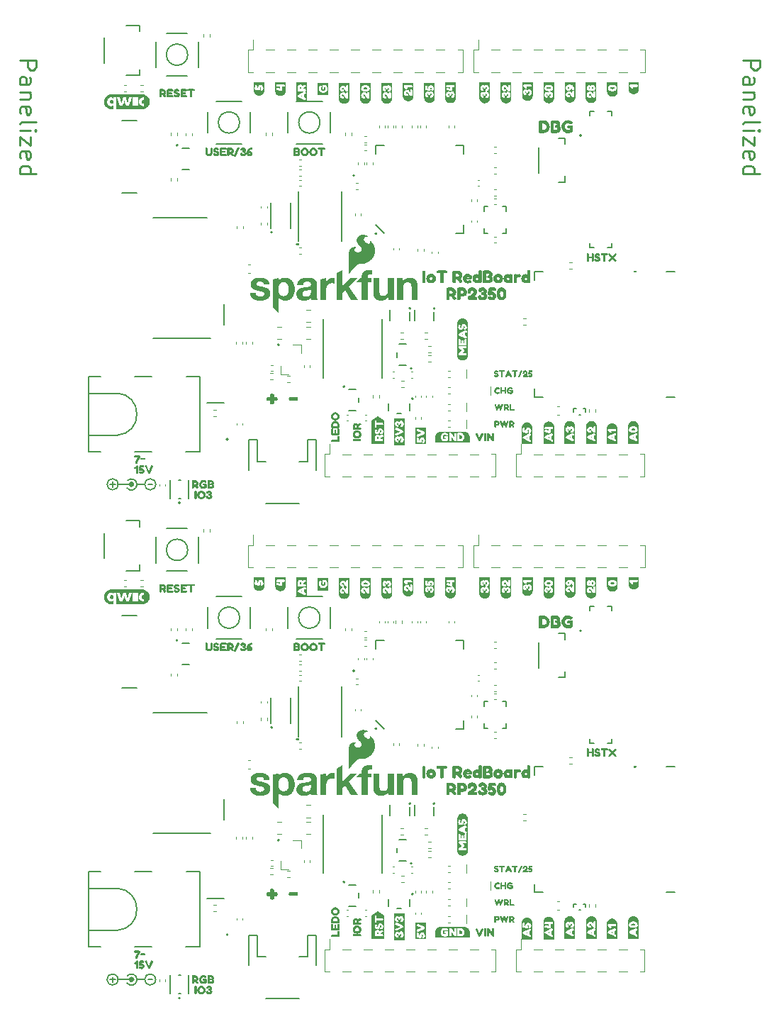
<source format=gto>
%TF.GenerationSoftware,KiCad,Pcbnew,8.0.6*%
%TF.CreationDate,2024-12-20T13:40:34-07:00*%
%TF.ProjectId,SparkFun_IoT_RedBoard-RP2350_panelized,53706172-6b46-4756-9e5f-496f545f5265,v01*%
%TF.SameCoordinates,Original*%
%TF.FileFunction,Legend,Top*%
%TF.FilePolarity,Positive*%
%FSLAX46Y46*%
G04 Gerber Fmt 4.6, Leading zero omitted, Abs format (unit mm)*
G04 Created by KiCad (PCBNEW 8.0.6) date 2024-12-20 13:40:34*
%MOMM*%
%LPD*%
G01*
G04 APERTURE LIST*
%ADD10C,0.250000*%
%ADD11C,0.000000*%
%ADD12C,0.120000*%
%ADD13C,0.203200*%
%ADD14C,0.150000*%
%ADD15C,0.200000*%
%ADD16C,0.100000*%
%ADD17C,0.152400*%
%ADD18C,0.254000*%
%ADD19C,0.127000*%
%ADD20C,0.406400*%
%ADD21C,0.300000*%
G04 APERTURE END LIST*
D10*
X76582761Y112539337D02*
X78582761Y112539337D01*
X78582761Y112539337D02*
X78582761Y111777432D01*
X78582761Y111777432D02*
X78487523Y111586956D01*
X78487523Y111586956D02*
X78392285Y111491718D01*
X78392285Y111491718D02*
X78201809Y111396480D01*
X78201809Y111396480D02*
X77916095Y111396480D01*
X77916095Y111396480D02*
X77725619Y111491718D01*
X77725619Y111491718D02*
X77630380Y111586956D01*
X77630380Y111586956D02*
X77535142Y111777432D01*
X77535142Y111777432D02*
X77535142Y112539337D01*
X76582761Y109682194D02*
X77630380Y109682194D01*
X77630380Y109682194D02*
X77820857Y109777432D01*
X77820857Y109777432D02*
X77916095Y109967908D01*
X77916095Y109967908D02*
X77916095Y110348861D01*
X77916095Y110348861D02*
X77820857Y110539337D01*
X76678000Y109682194D02*
X76582761Y109872670D01*
X76582761Y109872670D02*
X76582761Y110348861D01*
X76582761Y110348861D02*
X76678000Y110539337D01*
X76678000Y110539337D02*
X76868476Y110634575D01*
X76868476Y110634575D02*
X77058952Y110634575D01*
X77058952Y110634575D02*
X77249428Y110539337D01*
X77249428Y110539337D02*
X77344666Y110348861D01*
X77344666Y110348861D02*
X77344666Y109872670D01*
X77344666Y109872670D02*
X77439904Y109682194D01*
X77916095Y108729813D02*
X76582761Y108729813D01*
X77725619Y108729813D02*
X77820857Y108634575D01*
X77820857Y108634575D02*
X77916095Y108444099D01*
X77916095Y108444099D02*
X77916095Y108158384D01*
X77916095Y108158384D02*
X77820857Y107967908D01*
X77820857Y107967908D02*
X77630380Y107872670D01*
X77630380Y107872670D02*
X76582761Y107872670D01*
X76678000Y106158384D02*
X76582761Y106348860D01*
X76582761Y106348860D02*
X76582761Y106729813D01*
X76582761Y106729813D02*
X76678000Y106920289D01*
X76678000Y106920289D02*
X76868476Y107015527D01*
X76868476Y107015527D02*
X77630380Y107015527D01*
X77630380Y107015527D02*
X77820857Y106920289D01*
X77820857Y106920289D02*
X77916095Y106729813D01*
X77916095Y106729813D02*
X77916095Y106348860D01*
X77916095Y106348860D02*
X77820857Y106158384D01*
X77820857Y106158384D02*
X77630380Y106063146D01*
X77630380Y106063146D02*
X77439904Y106063146D01*
X77439904Y106063146D02*
X77249428Y107015527D01*
X76582761Y104920289D02*
X76678000Y105110765D01*
X76678000Y105110765D02*
X76868476Y105206003D01*
X76868476Y105206003D02*
X78582761Y105206003D01*
X76582761Y104158384D02*
X77916095Y104158384D01*
X78582761Y104158384D02*
X78487523Y104253622D01*
X78487523Y104253622D02*
X78392285Y104158384D01*
X78392285Y104158384D02*
X78487523Y104063146D01*
X78487523Y104063146D02*
X78582761Y104158384D01*
X78582761Y104158384D02*
X78392285Y104158384D01*
X77916095Y103396479D02*
X77916095Y102348860D01*
X77916095Y102348860D02*
X76582761Y103396479D01*
X76582761Y103396479D02*
X76582761Y102348860D01*
X76678000Y100825050D02*
X76582761Y101015526D01*
X76582761Y101015526D02*
X76582761Y101396479D01*
X76582761Y101396479D02*
X76678000Y101586955D01*
X76678000Y101586955D02*
X76868476Y101682193D01*
X76868476Y101682193D02*
X77630380Y101682193D01*
X77630380Y101682193D02*
X77820857Y101586955D01*
X77820857Y101586955D02*
X77916095Y101396479D01*
X77916095Y101396479D02*
X77916095Y101015526D01*
X77916095Y101015526D02*
X77820857Y100825050D01*
X77820857Y100825050D02*
X77630380Y100729812D01*
X77630380Y100729812D02*
X77439904Y100729812D01*
X77439904Y100729812D02*
X77249428Y101682193D01*
X76582761Y99015526D02*
X78582761Y99015526D01*
X76678000Y99015526D02*
X76582761Y99206002D01*
X76582761Y99206002D02*
X76582761Y99586955D01*
X76582761Y99586955D02*
X76678000Y99777431D01*
X76678000Y99777431D02*
X76773238Y99872669D01*
X76773238Y99872669D02*
X76963714Y99967907D01*
X76963714Y99967907D02*
X77535142Y99967907D01*
X77535142Y99967907D02*
X77725619Y99872669D01*
X77725619Y99872669D02*
X77820857Y99777431D01*
X77820857Y99777431D02*
X77916095Y99586955D01*
X77916095Y99586955D02*
X77916095Y99206002D01*
X77916095Y99206002D02*
X77820857Y99015526D01*
X-9807239Y112539337D02*
X-7807239Y112539337D01*
X-7807239Y112539337D02*
X-7807239Y111777432D01*
X-7807239Y111777432D02*
X-7902477Y111586956D01*
X-7902477Y111586956D02*
X-7997715Y111491718D01*
X-7997715Y111491718D02*
X-8188191Y111396480D01*
X-8188191Y111396480D02*
X-8473905Y111396480D01*
X-8473905Y111396480D02*
X-8664381Y111491718D01*
X-8664381Y111491718D02*
X-8759620Y111586956D01*
X-8759620Y111586956D02*
X-8854858Y111777432D01*
X-8854858Y111777432D02*
X-8854858Y112539337D01*
X-9807239Y109682194D02*
X-8759620Y109682194D01*
X-8759620Y109682194D02*
X-8569143Y109777432D01*
X-8569143Y109777432D02*
X-8473905Y109967908D01*
X-8473905Y109967908D02*
X-8473905Y110348861D01*
X-8473905Y110348861D02*
X-8569143Y110539337D01*
X-9712000Y109682194D02*
X-9807239Y109872670D01*
X-9807239Y109872670D02*
X-9807239Y110348861D01*
X-9807239Y110348861D02*
X-9712000Y110539337D01*
X-9712000Y110539337D02*
X-9521524Y110634575D01*
X-9521524Y110634575D02*
X-9331048Y110634575D01*
X-9331048Y110634575D02*
X-9140572Y110539337D01*
X-9140572Y110539337D02*
X-9045334Y110348861D01*
X-9045334Y110348861D02*
X-9045334Y109872670D01*
X-9045334Y109872670D02*
X-8950096Y109682194D01*
X-8473905Y108729813D02*
X-9807239Y108729813D01*
X-8664381Y108729813D02*
X-8569143Y108634575D01*
X-8569143Y108634575D02*
X-8473905Y108444099D01*
X-8473905Y108444099D02*
X-8473905Y108158384D01*
X-8473905Y108158384D02*
X-8569143Y107967908D01*
X-8569143Y107967908D02*
X-8759620Y107872670D01*
X-8759620Y107872670D02*
X-9807239Y107872670D01*
X-9712000Y106158384D02*
X-9807239Y106348860D01*
X-9807239Y106348860D02*
X-9807239Y106729813D01*
X-9807239Y106729813D02*
X-9712000Y106920289D01*
X-9712000Y106920289D02*
X-9521524Y107015527D01*
X-9521524Y107015527D02*
X-8759620Y107015527D01*
X-8759620Y107015527D02*
X-8569143Y106920289D01*
X-8569143Y106920289D02*
X-8473905Y106729813D01*
X-8473905Y106729813D02*
X-8473905Y106348860D01*
X-8473905Y106348860D02*
X-8569143Y106158384D01*
X-8569143Y106158384D02*
X-8759620Y106063146D01*
X-8759620Y106063146D02*
X-8950096Y106063146D01*
X-8950096Y106063146D02*
X-9140572Y107015527D01*
X-9807239Y104920289D02*
X-9712000Y105110765D01*
X-9712000Y105110765D02*
X-9521524Y105206003D01*
X-9521524Y105206003D02*
X-7807239Y105206003D01*
X-9807239Y104158384D02*
X-8473905Y104158384D01*
X-7807239Y104158384D02*
X-7902477Y104253622D01*
X-7902477Y104253622D02*
X-7997715Y104158384D01*
X-7997715Y104158384D02*
X-7902477Y104063146D01*
X-7902477Y104063146D02*
X-7807239Y104158384D01*
X-7807239Y104158384D02*
X-7997715Y104158384D01*
X-8473905Y103396479D02*
X-8473905Y102348860D01*
X-8473905Y102348860D02*
X-9807239Y103396479D01*
X-9807239Y103396479D02*
X-9807239Y102348860D01*
X-9712000Y100825050D02*
X-9807239Y101015526D01*
X-9807239Y101015526D02*
X-9807239Y101396479D01*
X-9807239Y101396479D02*
X-9712000Y101586955D01*
X-9712000Y101586955D02*
X-9521524Y101682193D01*
X-9521524Y101682193D02*
X-8759620Y101682193D01*
X-8759620Y101682193D02*
X-8569143Y101586955D01*
X-8569143Y101586955D02*
X-8473905Y101396479D01*
X-8473905Y101396479D02*
X-8473905Y101015526D01*
X-8473905Y101015526D02*
X-8569143Y100825050D01*
X-8569143Y100825050D02*
X-8759620Y100729812D01*
X-8759620Y100729812D02*
X-8950096Y100729812D01*
X-8950096Y100729812D02*
X-9140572Y101682193D01*
X-9807239Y99015526D02*
X-7807239Y99015526D01*
X-9712000Y99015526D02*
X-9807239Y99206002D01*
X-9807239Y99206002D02*
X-9807239Y99586955D01*
X-9807239Y99586955D02*
X-9712000Y99777431D01*
X-9712000Y99777431D02*
X-9616762Y99872669D01*
X-9616762Y99872669D02*
X-9426286Y99967907D01*
X-9426286Y99967907D02*
X-8854858Y99967907D01*
X-8854858Y99967907D02*
X-8664381Y99872669D01*
X-8664381Y99872669D02*
X-8569143Y99777431D01*
X-8569143Y99777431D02*
X-8473905Y99586955D01*
X-8473905Y99586955D02*
X-8473905Y99206002D01*
X-8473905Y99206002D02*
X-8569143Y99015526D01*
D11*
G36*
X40472961Y66934211D02*
G01*
X39837172Y66934211D01*
X39837172Y67570000D01*
X40472961Y66934211D01*
G37*
G36*
X43962828Y66933895D02*
G01*
X43950000Y66933895D01*
X43327040Y66934213D01*
X43962828Y67570000D01*
X43962828Y66933895D01*
G37*
G36*
X43327040Y66934213D02*
G01*
X43327039Y66934211D01*
X43327037Y66934213D01*
X43327040Y66934213D01*
G37*
G36*
X43962828Y7813895D02*
G01*
X43950000Y7813895D01*
X43327040Y7814213D01*
X43962828Y8450000D01*
X43962828Y7813895D01*
G37*
G36*
X43327040Y7814213D02*
G01*
X43327039Y7814211D01*
X43327037Y7814213D01*
X43327040Y7814213D01*
G37*
G36*
X40472961Y7814211D02*
G01*
X39837172Y7814211D01*
X39837172Y8450000D01*
X40472961Y7814211D01*
G37*
%TO.C,kibuzzard-67608C6C*%
G36*
X51485670Y108726354D02*
G01*
X51485670Y108344380D01*
X51485670Y108344261D01*
X51482609Y108281954D01*
X51473456Y108220248D01*
X51458298Y108159736D01*
X51437283Y108101000D01*
X51410611Y108044608D01*
X51378540Y107991102D01*
X51341380Y107940996D01*
X51299487Y107894774D01*
X51253265Y107852881D01*
X51203159Y107815721D01*
X51149653Y107783650D01*
X51093260Y107756978D01*
X51034525Y107735963D01*
X50974013Y107720805D01*
X50912307Y107711652D01*
X50850000Y107708591D01*
X50787693Y107711652D01*
X50725987Y107720805D01*
X50665475Y107735963D01*
X50606740Y107756978D01*
X50550347Y107783650D01*
X50496841Y107815721D01*
X50446735Y107852881D01*
X50400513Y107894774D01*
X50358620Y107940996D01*
X50321460Y107991102D01*
X50289389Y108044608D01*
X50262717Y108101000D01*
X50241702Y108159736D01*
X50226544Y108220248D01*
X50217391Y108281954D01*
X50214330Y108344261D01*
X50214330Y108344380D01*
X50214330Y108726354D01*
X50333548Y108726354D01*
X50339986Y108646955D01*
X50357153Y108581147D01*
X50382189Y108528214D01*
X50411516Y108486011D01*
X50442275Y108454537D01*
X50470887Y108431648D01*
X50494492Y108417341D01*
X50510229Y108409473D01*
X50515236Y108407327D01*
X50613948Y108386583D01*
X50692632Y108457399D01*
X50718224Y108534016D01*
X50701534Y108594102D01*
X50642561Y108637656D01*
X50599642Y108679144D01*
X50585336Y108740660D01*
X50603219Y108805753D01*
X50652575Y108829359D01*
X50689056Y108808615D01*
X50698355Y108742091D01*
X50698355Y108732077D01*
X50700501Y108686297D01*
X50712661Y108649816D01*
X50749857Y108619773D01*
X50821388Y108610474D01*
X50884335Y108619058D01*
X50921531Y108636226D01*
X50939413Y108668414D01*
X50945851Y108701319D01*
X50945851Y108740660D01*
X50966595Y108823278D01*
X51028827Y108850818D01*
X51088197Y108817198D01*
X51110372Y108727785D01*
X51102504Y108676998D01*
X51085336Y108642663D01*
X51063877Y108621204D01*
X51046710Y108610474D01*
X51038841Y108607613D01*
X50971602Y108566125D01*
X50955866Y108487442D01*
X50978398Y108380145D01*
X51045994Y108344380D01*
X51127460Y108357097D01*
X51202090Y108395246D01*
X51269886Y108458829D01*
X51323534Y108539421D01*
X51355722Y108628596D01*
X51366452Y108726354D01*
X51355722Y108831505D01*
X51323534Y108923779D01*
X51269886Y109003178D01*
X51199865Y109063979D01*
X51118558Y109100460D01*
X51025966Y109112620D01*
X50957296Y109102964D01*
X50900072Y109073994D01*
X50822818Y108993879D01*
X50751645Y109067914D01*
X50646853Y109092592D01*
X50570076Y109081544D01*
X50498069Y109048402D01*
X50430830Y108993164D01*
X50376784Y108919328D01*
X50344357Y108830392D01*
X50333548Y108726354D01*
X50214330Y108726354D01*
X50214330Y109504609D01*
X50347854Y109504609D01*
X50372175Y109407327D01*
X50390773Y109384437D01*
X50553863Y109202749D01*
X50602504Y109159115D01*
X50648283Y109142663D01*
X50742704Y109187012D01*
X50792775Y109272134D01*
X50751288Y109360117D01*
X50738412Y109374423D01*
X51221960Y109374423D01*
X51323534Y109403035D01*
X51352146Y109503178D01*
X51323534Y109604752D01*
X51223391Y109633364D01*
X50479471Y109633364D01*
X50377182Y109604752D01*
X50347854Y109504609D01*
X50214330Y109504609D01*
X50214330Y109633364D01*
X50214330Y109931409D01*
X51485670Y109931409D01*
X51485670Y109633364D01*
X51485670Y109503178D01*
X51485670Y108726354D01*
G37*
%TO.C,kibuzzard-6761DE91*%
G36*
X11036481Y109119285D02*
G01*
X11068670Y109107840D01*
X11095851Y109074220D01*
X11104435Y109011273D01*
X11095851Y108948326D01*
X11067954Y108914707D01*
X11035050Y108903262D01*
X10994278Y108901116D01*
X10796853Y108901116D01*
X10796853Y108245894D01*
X10794707Y108197969D01*
X10781116Y108160057D01*
X10741059Y108128584D01*
X10666667Y108118569D01*
X10592990Y108128584D01*
X10554363Y108160773D01*
X10541488Y108199399D01*
X10539342Y108247325D01*
X10539342Y108901116D01*
X10340486Y108901116D01*
X10299714Y108903262D01*
X10267525Y108914707D01*
X10240343Y108948326D01*
X10231760Y109012704D01*
X10240343Y109074936D01*
X10268240Y109107840D01*
X10301144Y109119285D01*
X10341917Y109121431D01*
X10995708Y109121431D01*
X11036481Y109119285D01*
G37*
G36*
X8471388Y109117854D02*
G01*
X8510014Y109104263D01*
X8542203Y109064206D01*
X8552217Y108988383D01*
X8542203Y108913991D01*
X8509299Y108873934D01*
X8469957Y108860343D01*
X8420601Y108858197D01*
X8025751Y108858197D01*
X8025751Y108730873D01*
X8290415Y108730873D01*
X8336910Y108728727D01*
X8371245Y108717282D01*
X8398426Y108682947D01*
X8406295Y108617854D01*
X8398426Y108554192D01*
X8370529Y108521288D01*
X8334764Y108509843D01*
X8287554Y108507697D01*
X8025751Y108507697D01*
X8025751Y108380372D01*
X8422031Y108380372D01*
X8471388Y108378226D01*
X8510014Y108364635D01*
X8542203Y108324578D01*
X8552217Y108248755D01*
X8542203Y108174363D01*
X8509299Y108134306D01*
X8469957Y108120715D01*
X8420601Y108118569D01*
X7894134Y108118569D01*
X7819742Y108128584D01*
X7779685Y108161488D01*
X7766094Y108200830D01*
X7763948Y108250186D01*
X7763948Y108989814D01*
X7793276Y109092103D01*
X7898426Y109120000D01*
X8422031Y109120000D01*
X8471388Y109117854D01*
G37*
G36*
X10109442Y109117854D02*
G01*
X10148069Y109104263D01*
X10180258Y109064206D01*
X10190272Y108988383D01*
X10180258Y108913991D01*
X10147353Y108873934D01*
X10108011Y108860343D01*
X10058655Y108858197D01*
X9663805Y108858197D01*
X9663805Y108730873D01*
X9928469Y108730873D01*
X9974964Y108728727D01*
X10009299Y108717282D01*
X10036481Y108682947D01*
X10044349Y108617854D01*
X10036481Y108554192D01*
X10008584Y108521288D01*
X9972818Y108509843D01*
X9925608Y108507697D01*
X9663805Y108507697D01*
X9663805Y108380372D01*
X10060086Y108380372D01*
X10109442Y108378226D01*
X10148069Y108364635D01*
X10180258Y108324578D01*
X10190272Y108248755D01*
X10180258Y108174363D01*
X10147353Y108134306D01*
X10108011Y108120715D01*
X10058655Y108118569D01*
X9532189Y108118569D01*
X9457797Y108128584D01*
X9417740Y108161488D01*
X9404149Y108200830D01*
X9402003Y108250186D01*
X9402003Y108989814D01*
X9431330Y109092103D01*
X9536481Y109120000D01*
X10060086Y109120000D01*
X10109442Y109117854D01*
G37*
G36*
X7372854Y109114278D02*
G01*
X7432761Y109097110D01*
X7492489Y109069213D01*
X7550072Y109031302D01*
X7601395Y108980694D01*
X7642346Y108914707D01*
X7669170Y108837275D01*
X7678112Y108752332D01*
X7664123Y108645195D01*
X7622159Y108552682D01*
X7552217Y108474793D01*
X7655222Y108337454D01*
X7693848Y108238741D01*
X7625179Y108154335D01*
X7523605Y108114993D01*
X7443491Y108181516D01*
X7290415Y108388956D01*
X7157368Y108388956D01*
X7157368Y108250186D01*
X7155222Y108200830D01*
X7141631Y108162203D01*
X7101574Y108130014D01*
X7025751Y108120000D01*
X6951359Y108130014D01*
X6911302Y108162918D01*
X6897711Y108202260D01*
X6895565Y108251617D01*
X6895565Y108649328D01*
X7157368Y108649328D01*
X7314735Y108649328D01*
X7383405Y108675079D01*
X7416309Y108753763D01*
X7385551Y108828155D01*
X7311874Y108858197D01*
X7157368Y108858197D01*
X7157368Y108649328D01*
X6895565Y108649328D01*
X6895565Y108989814D01*
X6897711Y109037740D01*
X6911302Y109077082D01*
X6951359Y109109986D01*
X7027182Y109120000D01*
X7314735Y109120000D01*
X7372854Y109114278D01*
G37*
G36*
X9054999Y109126199D02*
G01*
X9146082Y109097587D01*
X9220315Y109049900D01*
X9271817Y108976223D01*
X9237482Y108888240D01*
X9153076Y108818856D01*
X9057225Y108845322D01*
X9040773Y108858913D01*
X9020744Y108875365D01*
X8992847Y108886094D01*
X8945637Y108891102D01*
X8892704Y108873219D01*
X8869814Y108829585D01*
X8894850Y108783090D01*
X8951359Y108758054D01*
X9038627Y108740172D01*
X9130186Y108717997D01*
X9211195Y108680801D01*
X9273963Y108626438D01*
X9314199Y108548827D01*
X9327611Y108441888D01*
X9321531Y108373577D01*
X9303290Y108311702D01*
X9241059Y108215136D01*
X9153076Y108151474D01*
X9055079Y108114993D01*
X8959943Y108104263D01*
X8879828Y108110701D01*
X8812589Y108126438D01*
X8757511Y108150043D01*
X8713162Y108177225D01*
X8678827Y108205122D01*
X8653791Y108230157D01*
X8638054Y108250186D01*
X8629471Y108260200D01*
X8593705Y108353190D01*
X8653791Y108444750D01*
X8713241Y108477813D01*
X8775234Y108468275D01*
X8839771Y108416137D01*
X8897711Y108363920D01*
X8954220Y108350329D01*
X9038627Y108371073D01*
X9064378Y108437597D01*
X9027182Y108481946D01*
X8914878Y108515565D01*
X8846745Y108533984D01*
X8792561Y108553476D01*
X8712446Y108599256D01*
X8655222Y108660773D01*
X8620887Y108738026D01*
X8609442Y108831016D01*
X8620092Y108913753D01*
X8652043Y108986476D01*
X8705293Y109049185D01*
X8774758Y109097269D01*
X8855349Y109126120D01*
X8947067Y109135737D01*
X9054999Y109126199D01*
G37*
D12*
%TO.C,R25*%
X38996359Y77300000D02*
X39303641Y77300000D01*
X38996359Y76540000D02*
X39303641Y76540000D01*
D11*
%TO.C,kibuzzard-67643BB7*%
G36*
X16411016Y102167926D02*
G01*
X16491130Y102101402D01*
X16471102Y102009127D01*
X16043348Y101120715D01*
X15981831Y101051330D01*
X15883119Y101070644D01*
X15804435Y101132876D01*
X15820172Y101222289D01*
X16249356Y102119285D01*
X16313019Y102188670D01*
X16411016Y102167926D01*
G37*
G36*
X14832332Y102122861D02*
G01*
X14870959Y102109270D01*
X14903147Y102069213D01*
X14913162Y101993391D01*
X14903147Y101918999D01*
X14870243Y101878941D01*
X14830901Y101865351D01*
X14781545Y101863205D01*
X14386695Y101863205D01*
X14386695Y101735880D01*
X14651359Y101735880D01*
X14697854Y101733734D01*
X14732189Y101722289D01*
X14759371Y101687954D01*
X14767239Y101622861D01*
X14759371Y101559199D01*
X14731474Y101526295D01*
X14695708Y101514850D01*
X14648498Y101512704D01*
X14386695Y101512704D01*
X14386695Y101385379D01*
X14782976Y101385379D01*
X14832332Y101383233D01*
X14870959Y101369642D01*
X14903147Y101329585D01*
X14913162Y101253763D01*
X14903147Y101179371D01*
X14870243Y101139313D01*
X14830901Y101125722D01*
X14781545Y101123577D01*
X14255079Y101123577D01*
X14180687Y101133591D01*
X14140629Y101166495D01*
X14127039Y101205837D01*
X14124893Y101255193D01*
X14124893Y101994821D01*
X14154220Y102097110D01*
X14259371Y102125007D01*
X14782976Y102125007D01*
X14832332Y102122861D01*
G37*
G36*
X15460551Y102119285D02*
G01*
X15520458Y102102117D01*
X15580186Y102074220D01*
X15637768Y102036309D01*
X15689092Y101985701D01*
X15730043Y101919714D01*
X15756867Y101842282D01*
X15765808Y101757339D01*
X15751820Y101650202D01*
X15709855Y101557689D01*
X15639914Y101479800D01*
X15742918Y101342461D01*
X15781545Y101243748D01*
X15712876Y101159342D01*
X15611302Y101120000D01*
X15531187Y101186524D01*
X15378112Y101393963D01*
X15245064Y101393963D01*
X15245064Y101255193D01*
X15242918Y101205837D01*
X15229328Y101167210D01*
X15189270Y101135021D01*
X15113448Y101125007D01*
X15039056Y101135021D01*
X14998999Y101167926D01*
X14985408Y101207268D01*
X14983262Y101256624D01*
X14983262Y101654335D01*
X15245064Y101654335D01*
X15402432Y101654335D01*
X15471102Y101680086D01*
X15504006Y101758770D01*
X15473247Y101833162D01*
X15399571Y101863205D01*
X15245064Y101863205D01*
X15245064Y101654335D01*
X14983262Y101654335D01*
X14983262Y101994821D01*
X14985408Y102042747D01*
X14998999Y102082089D01*
X15039056Y102114993D01*
X15114878Y102125007D01*
X15402432Y102125007D01*
X15460551Y102119285D01*
G37*
G36*
X13199285Y102116423D02*
G01*
X13239342Y102082804D01*
X13252933Y102042747D01*
X13255079Y101993391D01*
X13255079Y101591388D01*
X13247747Y101504835D01*
X13225751Y101419714D01*
X13190165Y101338705D01*
X13142060Y101264492D01*
X13079649Y101200651D01*
X13001144Y101150758D01*
X12910122Y101118569D01*
X12810157Y101107840D01*
X12710372Y101118748D01*
X12619886Y101151474D01*
X12542096Y101202082D01*
X12480401Y101266638D01*
X12433011Y101341388D01*
X12398140Y101422575D01*
X12376681Y101507697D01*
X12369528Y101594249D01*
X12369528Y101994821D01*
X12371674Y102044177D01*
X12385265Y102083519D01*
X12425322Y102116423D01*
X12501144Y102126438D01*
X12576252Y102116423D01*
X12615594Y102084235D01*
X12629900Y102044177D01*
X12632761Y101993391D01*
X12632761Y101594249D01*
X12647067Y101493391D01*
X12704292Y101408984D01*
X12753290Y101380551D01*
X12814449Y101371073D01*
X12887768Y101386452D01*
X12944635Y101432589D01*
X12981116Y101504120D01*
X12993276Y101595680D01*
X12993276Y102001974D01*
X12996137Y102048469D01*
X13010443Y102085665D01*
X13050501Y102116423D01*
X13124893Y102126438D01*
X13199285Y102116423D01*
G37*
G36*
X17925322Y102122146D02*
G01*
X17963233Y102107840D01*
X17993991Y102068498D01*
X18003290Y101993391D01*
X17993276Y101918999D01*
X17960372Y101878941D01*
X17921030Y101865351D01*
X17871674Y101863205D01*
X17777432Y101851760D01*
X17706438Y101817425D01*
X17655472Y101769499D01*
X17621316Y101717282D01*
X17697139Y101731588D01*
X17782896Y101721653D01*
X17860865Y101691849D01*
X17931044Y101642175D01*
X17986282Y101579307D01*
X18019425Y101509922D01*
X18030472Y101434020D01*
X18019425Y101347150D01*
X17986282Y101269658D01*
X17931044Y101201545D01*
X17859752Y101148692D01*
X17778445Y101116980D01*
X17687124Y101106409D01*
X17681402Y101107075D01*
X17582610Y101118569D01*
X17494150Y101155050D01*
X17421745Y101215851D01*
X17368097Y101297953D01*
X17335908Y101398334D01*
X17333069Y101429728D01*
X17594134Y101429728D01*
X17614163Y101369642D01*
X17681402Y101351044D01*
X17750072Y101368927D01*
X17771531Y101426867D01*
X17748641Y101477654D01*
X17689986Y101496967D01*
X17619886Y101478369D01*
X17594134Y101429728D01*
X17333069Y101429728D01*
X17325179Y101516996D01*
X17331302Y101621087D01*
X17349671Y101717053D01*
X17380286Y101804893D01*
X17423147Y101884607D01*
X17478255Y101956195D01*
X17560604Y102030050D01*
X17654578Y102082804D01*
X17760175Y102114456D01*
X17877396Y102125007D01*
X17925322Y102122146D01*
G37*
G36*
X13777889Y102131206D02*
G01*
X13868972Y102102594D01*
X13943205Y102054907D01*
X13994707Y101981230D01*
X13960372Y101893247D01*
X13875966Y101823863D01*
X13780114Y101850329D01*
X13763662Y101863920D01*
X13743634Y101880372D01*
X13715737Y101891102D01*
X13668526Y101896109D01*
X13615594Y101878226D01*
X13592704Y101834592D01*
X13617740Y101788097D01*
X13674249Y101763062D01*
X13761516Y101745179D01*
X13853076Y101723004D01*
X13934084Y101685808D01*
X13996853Y101631445D01*
X14037089Y101553834D01*
X14050501Y101446896D01*
X14044421Y101378584D01*
X14026180Y101316710D01*
X13963948Y101220143D01*
X13875966Y101156481D01*
X13777969Y101120000D01*
X13682833Y101109270D01*
X13602718Y101115708D01*
X13535479Y101131445D01*
X13480401Y101155050D01*
X13436052Y101182232D01*
X13401717Y101210129D01*
X13376681Y101235165D01*
X13360944Y101255193D01*
X13352361Y101265207D01*
X13316595Y101358197D01*
X13376681Y101449757D01*
X13436131Y101482820D01*
X13498124Y101473282D01*
X13562661Y101421144D01*
X13620601Y101368927D01*
X13677110Y101355336D01*
X13761516Y101376080D01*
X13787268Y101442604D01*
X13750072Y101486953D01*
X13637768Y101520572D01*
X13569635Y101538991D01*
X13515451Y101558484D01*
X13435336Y101604263D01*
X13378112Y101665780D01*
X13343777Y101743033D01*
X13332332Y101836023D01*
X13342982Y101918760D01*
X13374932Y101991483D01*
X13428183Y102054192D01*
X13497647Y102102276D01*
X13578239Y102131127D01*
X13669957Y102140744D01*
X13777889Y102131206D01*
G37*
G36*
X17002893Y102128504D02*
G01*
X17091830Y102096077D01*
X17165665Y102042031D01*
X17220903Y101974793D01*
X17254045Y101902785D01*
X17265093Y101826009D01*
X17240415Y101721216D01*
X17166381Y101650043D01*
X17246495Y101572790D01*
X17275465Y101515565D01*
X17285122Y101446896D01*
X17272961Y101354303D01*
X17236481Y101272996D01*
X17175680Y101202976D01*
X17096280Y101149328D01*
X17004006Y101117139D01*
X16898856Y101106409D01*
X16801097Y101117139D01*
X16711922Y101149328D01*
X16631330Y101202976D01*
X16567748Y101270771D01*
X16529598Y101345401D01*
X16516881Y101426867D01*
X16552647Y101494464D01*
X16659943Y101516996D01*
X16738627Y101501259D01*
X16780114Y101434020D01*
X16782976Y101426152D01*
X16793705Y101408984D01*
X16815165Y101387525D01*
X16849499Y101370358D01*
X16900286Y101362489D01*
X16989700Y101384664D01*
X17023319Y101444034D01*
X16995780Y101506266D01*
X16913162Y101527010D01*
X16873820Y101527010D01*
X16840916Y101533448D01*
X16808727Y101551330D01*
X16791559Y101588526D01*
X16782976Y101651474D01*
X16792275Y101723004D01*
X16822318Y101760200D01*
X16858798Y101772361D01*
X16904578Y101774506D01*
X16914592Y101774506D01*
X16981116Y101783805D01*
X17001860Y101820286D01*
X16978255Y101869642D01*
X16913162Y101887525D01*
X16851645Y101873219D01*
X16810157Y101830300D01*
X16766603Y101771327D01*
X16706517Y101754637D01*
X16629900Y101780229D01*
X16559084Y101858913D01*
X16579828Y101957625D01*
X16581974Y101962632D01*
X16589843Y101978369D01*
X16604149Y102001974D01*
X16627039Y102030587D01*
X16658512Y102061345D01*
X16700715Y102090672D01*
X16753648Y102115708D01*
X16819456Y102132876D01*
X16898856Y102139313D01*
X17002893Y102128504D01*
G37*
D12*
%TO.C,C2*%
X37040000Y104512164D02*
X37040000Y104727836D01*
X37760000Y104512164D02*
X37760000Y104727836D01*
%TO.C,R8*%
X31653641Y103500000D02*
X31346359Y103500000D01*
X31653641Y102740000D02*
X31346359Y102740000D01*
D13*
%TO.C,J4*%
X4206250Y105350000D02*
X2406250Y105350000D01*
X4206250Y96710000D02*
X2406250Y96710000D01*
D12*
%TO.C,R33*%
X16120000Y92773641D02*
X16120000Y92466359D01*
X16880000Y92773641D02*
X16880000Y92466359D01*
D13*
%TO.C,SW2*%
X6460000Y111680000D02*
X6460000Y114760000D01*
X7760000Y115760000D02*
X10240000Y115760000D01*
X10240000Y110680000D02*
X7730000Y110680000D01*
X11540000Y114760000D02*
X11540000Y111680000D01*
X10270000Y113220000D02*
G75*
G02*
X7730000Y113220000I-1270000J0D01*
G01*
X7730000Y113220000D02*
G75*
G02*
X10270000Y113220000I1270000J0D01*
G01*
D12*
%TO.C,R27*%
X32370000Y72266359D02*
X32370000Y72573641D01*
X33130000Y72266359D02*
X33130000Y72573641D01*
%TO.C,R30*%
X41346359Y71500000D02*
X41653641Y71500000D01*
X41346359Y70740000D02*
X41653641Y70740000D01*
%TO.C,C12*%
X38040000Y104512164D02*
X38040000Y104727836D01*
X38760000Y104512164D02*
X38760000Y104727836D01*
%TO.C,C5*%
X31392164Y102480000D02*
X31607836Y102480000D01*
X31392164Y101760000D02*
X31607836Y101760000D01*
%TO.C,J9*%
X44425400Y113790000D02*
X44995400Y113790000D01*
X44425400Y111130000D02*
X44425400Y113790000D01*
X44425400Y111130000D02*
X44995400Y111130000D01*
X44995400Y113790000D02*
X44995400Y115000000D01*
X46516400Y113780800D02*
X47534400Y113780800D01*
X46516400Y111139200D02*
X47534400Y111139200D01*
X49056400Y113780800D02*
X50074400Y113780800D01*
X49056400Y111139200D02*
X50074400Y111139200D01*
X51596400Y113780800D02*
X52614400Y113780800D01*
X51597400Y111130000D02*
X52615400Y111130000D01*
X54136400Y113780800D02*
X55154400Y113780800D01*
X54136400Y111139200D02*
X55154400Y111139200D01*
X56676400Y113780800D02*
X57694400Y113780800D01*
X56676400Y111139200D02*
X57694400Y111139200D01*
X59216400Y113780800D02*
X60234400Y113780800D01*
X59216400Y111139200D02*
X60234400Y111139200D01*
X61756400Y113780800D02*
X62774400Y113780800D01*
X61756400Y111139200D02*
X62774400Y111139200D01*
X64295400Y113790000D02*
X64865400Y113790000D01*
X64295400Y111130000D02*
X64865400Y111130000D01*
X64865400Y111130000D02*
X64865400Y113790000D01*
D11*
%TO.C,kibuzzard-67608E95*%
G36*
X42917883Y67789957D02*
G01*
X42995136Y67737382D01*
X43047711Y67660129D01*
X43065236Y67568569D01*
X43047711Y67477189D01*
X42995136Y67400472D01*
X42918240Y67348433D01*
X42827754Y67331087D01*
X42711874Y67331087D01*
X42711874Y67807482D01*
X42826323Y67807482D01*
X42917883Y67789957D01*
G37*
G36*
X43389464Y68202609D02*
G01*
X43451171Y68193456D01*
X43511683Y68178298D01*
X43570418Y68157283D01*
X43626811Y68130611D01*
X43680317Y68098540D01*
X43730423Y68061380D01*
X43776644Y68019487D01*
X43818537Y67973265D01*
X43855698Y67923159D01*
X43887769Y67869653D01*
X43914440Y67813260D01*
X43935456Y67754525D01*
X43950614Y67694013D01*
X43959767Y67632307D01*
X43962828Y67570000D01*
X43959767Y67507693D01*
X43950614Y67445987D01*
X43935456Y67385475D01*
X43914440Y67326740D01*
X43887769Y67270347D01*
X43855698Y67216841D01*
X43818537Y67166735D01*
X43776644Y67120513D01*
X43730423Y67078620D01*
X43680317Y67041460D01*
X43626811Y67009389D01*
X43570418Y66982717D01*
X43511683Y66961702D01*
X43451171Y66946544D01*
X43389464Y66937391D01*
X43327158Y66934330D01*
X43327039Y66934330D01*
X42580258Y66934330D01*
X41620315Y66934330D01*
X40976538Y66934330D01*
X40472961Y66934330D01*
X40472842Y66934330D01*
X40410536Y66937391D01*
X40348829Y66946544D01*
X40288317Y66961702D01*
X40229582Y66982717D01*
X40173189Y67009389D01*
X40119683Y67041460D01*
X40069577Y67078620D01*
X40023356Y67120513D01*
X39981463Y67166735D01*
X39944302Y67216841D01*
X39912231Y67270347D01*
X39885560Y67326740D01*
X39864544Y67385475D01*
X39849386Y67445987D01*
X39840233Y67507693D01*
X39837172Y67570000D01*
X39837805Y67582876D01*
X40472961Y67582876D01*
X40482260Y67477994D01*
X40510157Y67380801D01*
X40556652Y67291298D01*
X40621745Y67209485D01*
X40699714Y67141263D01*
X40784835Y67092532D01*
X40877110Y67063294D01*
X40976538Y67053548D01*
X41086218Y67059747D01*
X41180639Y67078345D01*
X41259800Y67109342D01*
X41312375Y67142425D01*
X41352790Y67181588D01*
X41387124Y67263848D01*
X41387124Y67557124D01*
X41386409Y67592890D01*
X41379971Y67624363D01*
X41362804Y67652976D01*
X41329185Y67671574D01*
X41274106Y67681588D01*
X41023748Y67681588D01*
X40985122Y67679442D01*
X40953648Y67667997D01*
X40927182Y67634378D01*
X40919313Y67571431D01*
X40926466Y67507053D01*
X40950787Y67473433D01*
X40980830Y67461989D01*
X41019456Y67459843D01*
X41125322Y67459843D01*
X41125322Y67336810D01*
X41064521Y67322861D01*
X40982260Y67318212D01*
X40889628Y67337883D01*
X40809156Y67396896D01*
X40753362Y67482017D01*
X40734764Y67580014D01*
X40752647Y67674971D01*
X40806295Y67753834D01*
X40885336Y67806946D01*
X40979399Y67824649D01*
X41067740Y67814635D01*
X41141059Y67784592D01*
X41218312Y67751688D01*
X41271245Y67770644D01*
X41324177Y67827511D01*
X41357082Y67907625D01*
X41345834Y67941960D01*
X41491559Y67941960D01*
X41491559Y67199471D01*
X41494421Y67149399D01*
X41508011Y67110057D01*
X41546638Y67077868D01*
X41620315Y67067854D01*
X41696137Y67077868D01*
X41736195Y67110057D01*
X41749785Y67148684D01*
X41751931Y67198040D01*
X41751931Y67595751D01*
X42122461Y67106481D01*
X42164664Y67075722D01*
X42238340Y67067854D01*
X42314163Y67077868D01*
X42354220Y67110057D01*
X42367811Y67148684D01*
X42369957Y67198040D01*
X42369957Y67936237D01*
X42369770Y67940529D01*
X42450072Y67940529D01*
X42450072Y67200901D01*
X42453648Y67150114D01*
X42468670Y67110057D01*
X42508011Y67079299D01*
X42580258Y67069285D01*
X42823462Y67069285D01*
X42924052Y67078539D01*
X43016953Y67106302D01*
X43102164Y67152573D01*
X43179685Y67217353D01*
X43244152Y67295188D01*
X43290200Y67380622D01*
X43317829Y67473657D01*
X43327039Y67574292D01*
X43317829Y67672289D01*
X43290200Y67763133D01*
X43244152Y67846824D01*
X43179685Y67923362D01*
X43102432Y67987203D01*
X43018026Y68032804D01*
X42926466Y68060165D01*
X42827754Y68069285D01*
X42581688Y68069285D01*
X42505866Y68059986D01*
X42465808Y68027797D01*
X42452217Y67988455D01*
X42450072Y67940529D01*
X42369770Y67940529D01*
X42367811Y67985594D01*
X42354220Y68024936D01*
X42314163Y68057840D01*
X42239771Y68067854D01*
X42165379Y68057840D01*
X42125322Y68027082D01*
X42111016Y67989170D01*
X42108155Y67941960D01*
X42108155Y67531373D01*
X41750501Y68012060D01*
X41724750Y68041388D01*
X41688269Y68059270D01*
X41623176Y68067854D01*
X41548069Y68058555D01*
X41508727Y68027797D01*
X41494421Y67989886D01*
X41491559Y67941960D01*
X41345834Y67941960D01*
X41343491Y67949113D01*
X41317024Y67979156D01*
X41276967Y68007768D01*
X41215629Y68040851D01*
X41140343Y68065708D01*
X41060765Y68081266D01*
X40986552Y68086452D01*
X40884487Y68077198D01*
X40790021Y68049435D01*
X40703156Y68003163D01*
X40623891Y67938383D01*
X40557859Y67860638D01*
X40510694Y67775472D01*
X40482394Y67682884D01*
X40472961Y67582876D01*
X39837805Y67582876D01*
X39840233Y67632307D01*
X39849386Y67694013D01*
X39864544Y67754525D01*
X39885560Y67813260D01*
X39912231Y67869653D01*
X39944302Y67923159D01*
X39981463Y67973265D01*
X40023356Y68019487D01*
X40069577Y68061380D01*
X40119683Y68098540D01*
X40173189Y68130611D01*
X40229582Y68157283D01*
X40288317Y68178298D01*
X40348829Y68193456D01*
X40410536Y68202609D01*
X40472842Y68205670D01*
X40472961Y68205670D01*
X43327039Y68205670D01*
X43327158Y68205670D01*
X43389464Y68202609D01*
G37*
D12*
%TO.C,R24*%
X38996359Y78400000D02*
X39303641Y78400000D01*
X38996359Y77640000D02*
X39303641Y77640000D01*
D11*
%TO.C,kibuzzard-6765B610*%
G36*
X39786385Y108484437D02*
G01*
X39786385Y108102463D01*
X39786385Y108102344D01*
X39783321Y108039967D01*
X39774157Y107978191D01*
X39758983Y107917611D01*
X39737943Y107858810D01*
X39711242Y107802354D01*
X39679135Y107748787D01*
X39641932Y107698625D01*
X39599992Y107652351D01*
X39553719Y107610411D01*
X39503557Y107573209D01*
X39449990Y107541102D01*
X39393534Y107514400D01*
X39334733Y107493361D01*
X39274153Y107478186D01*
X39212377Y107469023D01*
X39150000Y107465959D01*
X39087623Y107469023D01*
X39025847Y107478186D01*
X38965267Y107493361D01*
X38906466Y107514400D01*
X38850010Y107541102D01*
X38796443Y107573209D01*
X38746281Y107610411D01*
X38700008Y107652351D01*
X38658068Y107698625D01*
X38620865Y107748787D01*
X38588758Y107802354D01*
X38562057Y107858810D01*
X38541017Y107917611D01*
X38525843Y107978191D01*
X38516679Y108039967D01*
X38513615Y108102344D01*
X38513615Y108102463D01*
X38513615Y108484437D01*
X38632833Y108484437D01*
X38639270Y108405038D01*
X38656438Y108339230D01*
X38681474Y108286297D01*
X38710801Y108244094D01*
X38741559Y108212620D01*
X38770172Y108189731D01*
X38793777Y108175424D01*
X38809514Y108167556D01*
X38814521Y108165410D01*
X38913233Y108144666D01*
X38991917Y108215482D01*
X39017509Y108292099D01*
X39000819Y108352185D01*
X38941845Y108395739D01*
X38898927Y108437227D01*
X38884621Y108498743D01*
X38902504Y108563836D01*
X38951860Y108587442D01*
X38988340Y108566698D01*
X38997639Y108500174D01*
X38997639Y108490160D01*
X38999785Y108444380D01*
X39011946Y108407899D01*
X39049142Y108377856D01*
X39120672Y108368557D01*
X39183619Y108377141D01*
X39220815Y108394309D01*
X39238698Y108426497D01*
X39245136Y108459402D01*
X39245136Y108498743D01*
X39265880Y108581361D01*
X39328112Y108608901D01*
X39387482Y108575281D01*
X39409657Y108485868D01*
X39401788Y108435081D01*
X39384621Y108400746D01*
X39363162Y108379287D01*
X39345994Y108368557D01*
X39338126Y108365696D01*
X39270887Y108324208D01*
X39255150Y108245525D01*
X39277682Y108138228D01*
X39345279Y108102463D01*
X39426745Y108115180D01*
X39501375Y108153329D01*
X39569170Y108216912D01*
X39622818Y108297504D01*
X39655007Y108386679D01*
X39665737Y108484437D01*
X39655007Y108589588D01*
X39622818Y108681862D01*
X39569170Y108761261D01*
X39499150Y108822062D01*
X39417843Y108858543D01*
X39325250Y108870703D01*
X39256581Y108861047D01*
X39199356Y108832077D01*
X39122103Y108751962D01*
X39050930Y108825997D01*
X38946137Y108850675D01*
X38869361Y108839627D01*
X38797353Y108806485D01*
X38730114Y108751247D01*
X38676069Y108677411D01*
X38643642Y108588475D01*
X38632833Y108484437D01*
X38513615Y108484437D01*
X38513615Y109098171D01*
X38644278Y109098171D01*
X38657153Y109030217D01*
X38695064Y108990160D01*
X38734406Y108973708D01*
X38774464Y108966555D01*
X39180758Y108913622D01*
X39222246Y108931505D01*
X39265165Y108995167D01*
X39293777Y109088157D01*
X39259442Y109168271D01*
X39239413Y109224065D01*
X39263019Y109287012D01*
X39322389Y109312763D01*
X39382475Y109288443D01*
X39403934Y109219773D01*
X39381044Y109136798D01*
X39333834Y109039516D01*
X39382475Y108950818D01*
X39479757Y108897885D01*
X39567024Y108952248D01*
X39592775Y108982291D01*
X39642132Y109079573D01*
X39660908Y109151104D01*
X39667167Y109228357D01*
X39655802Y109321347D01*
X39621706Y109403846D01*
X39564878Y109475854D01*
X39491361Y109531489D01*
X39407193Y109564870D01*
X39312375Y109575997D01*
X39227253Y109564552D01*
X39149285Y109530217D01*
X39078469Y109472992D01*
X39022437Y109400667D01*
X38988817Y109321029D01*
X38977611Y109234080D01*
X38977611Y109226927D01*
X38980472Y109202606D01*
X38904649Y109212620D01*
X38904649Y109432935D01*
X38902504Y109478715D01*
X38889628Y109515911D01*
X38851717Y109546669D01*
X38780186Y109555968D01*
X38702217Y109545954D01*
X38662160Y109513765D01*
X38648569Y109475138D01*
X38645708Y109425782D01*
X38644278Y109098171D01*
X38513615Y109098171D01*
X38513615Y109575997D01*
X38513615Y109874041D01*
X39786385Y109874041D01*
X39786385Y109575997D01*
X39786385Y109228357D01*
X39786385Y108484437D01*
G37*
D12*
%TO.C,R7*%
X35120000Y104466359D02*
X35120000Y104773641D01*
X35880000Y104466359D02*
X35880000Y104773641D01*
%TO.C,C17*%
X41440000Y104512164D02*
X41440000Y104727836D01*
X42160000Y104512164D02*
X42160000Y104727836D01*
D13*
%TO.C,J3*%
X-1595000Y74796000D02*
X-1595000Y72796000D01*
X-1595000Y74796000D02*
X-95000Y74796000D01*
X-1595000Y72796000D02*
X-1595000Y67796000D01*
X-1595000Y72796000D02*
X1905000Y72796000D01*
X-1595000Y67796000D02*
X-1595000Y65796000D01*
X-95000Y65796000D02*
X-1595000Y65796000D01*
X1905000Y67796000D02*
X-1595000Y67796000D01*
X3905000Y74796000D02*
X6005000Y74796000D01*
X6005000Y65796000D02*
X3905000Y65796000D01*
X10105000Y74796000D02*
X11705000Y74796000D01*
X11705000Y74796000D02*
X11705000Y65796000D01*
X11705000Y65796000D02*
X10005000Y65796000D01*
X1905000Y72796000D02*
G75*
G02*
X4191000Y70296000I-107000J-2393000D01*
G01*
X4191000Y70296000D02*
G75*
G02*
X1905000Y67796000I-2393000J-107000D01*
G01*
D12*
%TO.C,R4*%
X23546359Y100700000D02*
X23853641Y100700000D01*
X23546359Y99940000D02*
X23853641Y99940000D01*
%TO.C,C19*%
X23807836Y98280000D02*
X23592164Y98280000D01*
X23807836Y97560000D02*
X23592164Y97560000D01*
D11*
%TO.C,kibuzzard-6760981A*%
G36*
X33064139Y67563638D02*
G01*
X33089890Y67494968D01*
X33089890Y67337601D01*
X32881021Y67337601D01*
X32881021Y67492107D01*
X32911063Y67565784D01*
X32985455Y67596542D01*
X33064139Y67563638D01*
G37*
G36*
X33754173Y68277515D02*
G01*
X33754173Y67703838D01*
X33754173Y67075798D01*
X33754173Y66777753D01*
X32245827Y66777753D01*
X32245827Y67075798D01*
X32245827Y69559346D01*
X32365045Y69559346D01*
X32365045Y67075798D01*
X32484263Y67075798D01*
X32484263Y67494968D01*
X32619218Y67494968D01*
X32619218Y67207415D01*
X32629232Y67131592D01*
X32662136Y67091535D01*
X32701478Y67077944D01*
X32749404Y67075798D01*
X33487601Y67075798D01*
X33536958Y67077944D01*
X33576299Y67091535D01*
X33609204Y67131592D01*
X33619218Y67205984D01*
X33609204Y67281807D01*
X33577015Y67321864D01*
X33538388Y67335455D01*
X33489032Y67337601D01*
X33350262Y67337601D01*
X33350262Y67470648D01*
X33557701Y67623724D01*
X33624225Y67703838D01*
X33584883Y67805412D01*
X33500477Y67874081D01*
X33401764Y67835455D01*
X33264425Y67732450D01*
X33186536Y67802392D01*
X33094023Y67844356D01*
X32986886Y67858344D01*
X32901943Y67849403D01*
X32824511Y67822579D01*
X32758524Y67781628D01*
X32707916Y67730304D01*
X32670005Y67672722D01*
X32642108Y67612994D01*
X32624940Y67553087D01*
X32619218Y67494968D01*
X32484263Y67494968D01*
X32484263Y68264639D01*
X32603481Y68264639D01*
X32613098Y68172921D01*
X32641949Y68092330D01*
X32690033Y68022865D01*
X32752742Y67969615D01*
X32825465Y67937664D01*
X32908202Y67927014D01*
X33001192Y67938459D01*
X33078445Y67972794D01*
X33139962Y68030018D01*
X33185742Y68110133D01*
X33205234Y68164317D01*
X33223653Y68232450D01*
X33257272Y68344754D01*
X33301621Y68381950D01*
X33368145Y68356199D01*
X33388889Y68271792D01*
X33375298Y68215283D01*
X33323081Y68157343D01*
X33270943Y68092806D01*
X33261405Y68030813D01*
X33294468Y67971363D01*
X33386028Y67911277D01*
X33479018Y67947043D01*
X33489032Y67955626D01*
X33509061Y67971363D01*
X33534096Y67996399D01*
X33561993Y68030734D01*
X33589175Y68075083D01*
X33612780Y68130161D01*
X33628517Y68197400D01*
X33634955Y68277515D01*
X33624225Y68372651D01*
X33587744Y68470648D01*
X33524082Y68558631D01*
X33427515Y68620862D01*
X33365641Y68639103D01*
X33297330Y68645183D01*
X33190391Y68631771D01*
X33112780Y68591535D01*
X33058417Y68528766D01*
X33021221Y68447758D01*
X32999046Y68356199D01*
X32981164Y68268931D01*
X32956128Y68212422D01*
X32909633Y68187386D01*
X32865999Y68210276D01*
X32848116Y68263209D01*
X32853124Y68310419D01*
X32863853Y68338316D01*
X32880305Y68358344D01*
X32893896Y68374797D01*
X32920362Y68470648D01*
X32850978Y68555054D01*
X32762995Y68589389D01*
X32689318Y68537887D01*
X32641631Y68463654D01*
X32613019Y68372571D01*
X32603481Y68264639D01*
X32484263Y68264639D01*
X32484263Y69450619D01*
X32617787Y69450619D01*
X32617787Y68796828D01*
X32619933Y68756055D01*
X32631378Y68723151D01*
X32664282Y68695254D01*
X32726514Y68686671D01*
X32790892Y68695254D01*
X32824511Y68722436D01*
X32835956Y68754625D01*
X32838102Y68795397D01*
X32838102Y68994253D01*
X33491893Y68994253D01*
X33539819Y68996399D01*
X33578445Y69009274D01*
X33610634Y69047901D01*
X33620649Y69121578D01*
X33610634Y69195970D01*
X33579161Y69236027D01*
X33541249Y69249618D01*
X33493324Y69251764D01*
X32838102Y69251764D01*
X32838102Y69449189D01*
X32835956Y69489961D01*
X32824511Y69522865D01*
X32790892Y69550762D01*
X32727945Y69559346D01*
X32664998Y69550762D01*
X32631378Y69523581D01*
X32619933Y69491392D01*
X32617787Y69450619D01*
X32484263Y69450619D01*
X32484263Y69559346D01*
X32365045Y69559346D01*
X32245827Y69559346D01*
X32245827Y69559465D01*
X33000000Y70062247D01*
X33754173Y69559465D01*
X33754173Y69559346D01*
X33754173Y69121578D01*
X33754173Y68277515D01*
G37*
D14*
%TO.C,J11*%
X58300000Y106470000D02*
X58300000Y105970000D01*
X58300000Y90670000D02*
X58300000Y90170000D01*
X58300000Y90170000D02*
X58800000Y90170000D01*
X58800000Y106470000D02*
X58300000Y106470000D01*
X60400000Y90170000D02*
X60900000Y90170000D01*
X60900000Y106470000D02*
X60400000Y106470000D01*
X60900000Y105970000D02*
X60900000Y106470000D01*
X60900000Y90170000D02*
X60900000Y90670000D01*
D15*
X57300000Y103570000D02*
G75*
G02*
X57100000Y103570000I-100000J0D01*
G01*
X57100000Y103570000D02*
G75*
G02*
X57300000Y103570000I100000J0D01*
G01*
D13*
%TO.C,U9*%
X29520600Y73240000D02*
X30379400Y73240000D01*
X30379400Y70700000D02*
X29520600Y70700000D01*
X30658800Y72238400D02*
X30658800Y71701600D01*
D15*
X29034000Y73570200D02*
G75*
G02*
X28834000Y73570200I-100000J0D01*
G01*
X28834000Y73570200D02*
G75*
G02*
X29034000Y73570200I100000J0D01*
G01*
D12*
%TO.C,R28*%
X17220000Y78973641D02*
X17220000Y78666359D01*
X17980000Y78973641D02*
X17980000Y78666359D01*
D16*
%TO.C,U5*%
X21350000Y75070000D02*
X21350000Y76070000D01*
X21350000Y75070000D02*
X22350000Y75070000D01*
X23850000Y78570000D02*
X22850000Y78570000D01*
X23850000Y78570000D02*
X23850000Y77570000D01*
D15*
X21200000Y78570000D02*
G75*
G02*
X21000000Y78570000I-100000J0D01*
G01*
X21000000Y78570000D02*
G75*
G02*
X21200000Y78570000I100000J0D01*
G01*
D12*
%TO.C,R1*%
X8220000Y98166359D02*
X8220000Y98473641D01*
X8980000Y98166359D02*
X8980000Y98473641D01*
%TO.C,R21*%
X38903641Y80000000D02*
X38596359Y80000000D01*
X38903641Y79240000D02*
X38596359Y79240000D01*
D11*
%TO.C,kibuzzard-67608507*%
G36*
X11234657Y62413562D02*
G01*
X11294564Y62396395D01*
X11354292Y62368498D01*
X11411874Y62330587D01*
X11463197Y62279979D01*
X11504149Y62213991D01*
X11530973Y62136559D01*
X11539914Y62051617D01*
X11525926Y61944479D01*
X11483961Y61851966D01*
X11414020Y61774077D01*
X11517024Y61636738D01*
X11555651Y61538026D01*
X11486981Y61453619D01*
X11385408Y61414278D01*
X11305293Y61480801D01*
X11152217Y61688240D01*
X11019170Y61688240D01*
X11019170Y61549471D01*
X11017024Y61500114D01*
X11003433Y61461488D01*
X10963376Y61429299D01*
X10887554Y61419285D01*
X10813162Y61429299D01*
X10773104Y61462203D01*
X10759514Y61501545D01*
X10757368Y61550901D01*
X10757368Y61948612D01*
X11019170Y61948612D01*
X11176538Y61948612D01*
X11245207Y61974363D01*
X11278112Y62053047D01*
X11247353Y62127439D01*
X11173677Y62157482D01*
X11019170Y62157482D01*
X11019170Y61948612D01*
X10757368Y61948612D01*
X10757368Y62289099D01*
X10759514Y62337024D01*
X10773104Y62376366D01*
X10813162Y62409270D01*
X10888984Y62419285D01*
X11176538Y62419285D01*
X11234657Y62413562D01*
G37*
G36*
X13189890Y62410622D02*
G01*
X13261898Y62380340D01*
X13325322Y62329871D01*
X13374599Y62265573D01*
X13404165Y62193804D01*
X13414020Y62114564D01*
X13402217Y62030873D01*
X13366810Y61954335D01*
X13423677Y61853834D01*
X13442632Y61744034D01*
X13431426Y61658038D01*
X13399714Y61581262D01*
X13347496Y61513705D01*
X13280973Y61461249D01*
X13206342Y61429776D01*
X13123605Y61419285D01*
X12904721Y61419285D01*
X12773104Y61419285D01*
X12698712Y61429299D01*
X12658655Y61462203D01*
X12645064Y61502260D01*
X12642918Y61552332D01*
X12642918Y61681087D01*
X12904721Y61681087D01*
X13109299Y61681087D01*
X13129328Y61682518D01*
X13151502Y61690386D01*
X13172961Y61714707D01*
X13180830Y61759771D01*
X13162232Y61819142D01*
X13102146Y61832732D01*
X13083548Y61832732D01*
X13002003Y61857768D01*
X12977682Y61942890D01*
X13003433Y62025150D01*
X13090701Y62048755D01*
X13107868Y62048755D01*
X13142203Y62058770D01*
X13152217Y62103119D01*
X13137196Y62147468D01*
X13077825Y62158913D01*
X12904721Y62158913D01*
X12904721Y61681087D01*
X12642918Y61681087D01*
X12642918Y62290529D01*
X12645064Y62338455D01*
X12658655Y62377797D01*
X12698712Y62410701D01*
X12774535Y62420715D01*
X13109299Y62420715D01*
X13189890Y62410622D01*
G37*
G36*
X12209263Y62431266D02*
G01*
X12288841Y62415708D01*
X12364127Y62390851D01*
X12425465Y62357768D01*
X12465522Y62329156D01*
X12491989Y62299113D01*
X12505579Y62257625D01*
X12472675Y62177511D01*
X12419742Y62120644D01*
X12366810Y62101688D01*
X12289557Y62134592D01*
X12216237Y62164635D01*
X12127897Y62174649D01*
X12033834Y62156946D01*
X11954793Y62103834D01*
X11901144Y62024971D01*
X11883262Y61930014D01*
X11901860Y61832017D01*
X11957654Y61746896D01*
X12038126Y61687883D01*
X12130758Y61668212D01*
X12213019Y61672861D01*
X12273820Y61686810D01*
X12273820Y61809843D01*
X12167954Y61809843D01*
X12129328Y61811989D01*
X12099285Y61823433D01*
X12074964Y61857053D01*
X12067811Y61921431D01*
X12075680Y61984378D01*
X12102146Y62017997D01*
X12133619Y62029442D01*
X12172246Y62031588D01*
X12422604Y62031588D01*
X12477682Y62021574D01*
X12511302Y62002976D01*
X12528469Y61974363D01*
X12534907Y61942890D01*
X12535622Y61907124D01*
X12535622Y61613848D01*
X12501288Y61531588D01*
X12460873Y61492425D01*
X12408298Y61459342D01*
X12329137Y61428345D01*
X12234716Y61409747D01*
X12125036Y61403548D01*
X12025608Y61413294D01*
X11933333Y61442532D01*
X11848212Y61491263D01*
X11770243Y61559485D01*
X11705150Y61641298D01*
X11658655Y61730801D01*
X11630758Y61827994D01*
X11621459Y61932876D01*
X11630892Y62032884D01*
X11659192Y62125472D01*
X11706357Y62210638D01*
X11772389Y62288383D01*
X11851654Y62353163D01*
X11938519Y62399435D01*
X12032985Y62427198D01*
X12135050Y62436452D01*
X12209263Y62431266D01*
G37*
D12*
%TO.C,C4*%
X37740000Y90027836D02*
X37740000Y89812164D01*
X38460000Y90027836D02*
X38460000Y89812164D01*
%TO.C,D3*%
X46400000Y72620000D02*
X46400000Y73620000D01*
%TO.C,R12*%
X47153641Y102200000D02*
X46846359Y102200000D01*
X47153641Y101440000D02*
X46846359Y101440000D01*
D17*
%TO.C,U2*%
X51700000Y87320000D02*
X52700000Y87320000D01*
X51700000Y86320000D02*
X51700000Y87320000D01*
X51700000Y73320000D02*
X51700000Y72320000D01*
X52700000Y72320000D02*
X51700000Y72320000D01*
X67450000Y72320000D02*
X68450000Y72320000D01*
X68450000Y87320000D02*
X67450000Y87320000D01*
D18*
X63750000Y87320000D02*
G75*
G02*
X63650000Y87320000I-50000J0D01*
G01*
X63650000Y87320000D02*
G75*
G02*
X63750000Y87320000I50000J0D01*
G01*
D12*
%TO.C,C24*%
X24961252Y80755000D02*
X24438748Y80755000D01*
X24961252Y79285000D02*
X24438748Y79285000D01*
D19*
%TO.C,U6*%
X34440000Y81470000D02*
X34440000Y82770000D01*
X36760000Y81470000D02*
X36760000Y82520000D01*
D15*
X36900000Y82920000D02*
G75*
G02*
X36700000Y82920000I-100000J0D01*
G01*
X36700000Y82920000D02*
G75*
G02*
X36900000Y82920000I100000J0D01*
G01*
D12*
%TO.C,C11*%
X44140000Y93427836D02*
X44140000Y93212164D01*
X44860000Y93427836D02*
X44860000Y93212164D01*
%TO.C,R26*%
X36103641Y74300000D02*
X35796359Y74300000D01*
X36103641Y73540000D02*
X35796359Y73540000D01*
%TO.C,R13*%
X55846359Y88400000D02*
X56153641Y88400000D01*
X55846359Y87640000D02*
X56153641Y87640000D01*
D13*
%TO.C,J7*%
X17600000Y67220000D02*
X17600000Y63620000D01*
X18600000Y67220000D02*
X17600000Y67220000D01*
X18600000Y64620000D02*
X18600000Y67220000D01*
X19600000Y64620000D02*
X18600000Y64620000D01*
X19600000Y59620000D02*
X23600000Y59620000D01*
X24600000Y67220000D02*
X24600000Y64620000D01*
X24600000Y64620000D02*
X23600000Y64620000D01*
X25600000Y67220000D02*
X24600000Y67220000D01*
X25600000Y63620000D02*
X25600000Y67220000D01*
D12*
%TO.C,R34*%
X12120000Y115673641D02*
X12120000Y115366359D01*
X12880000Y115673641D02*
X12880000Y115366359D01*
D11*
%TO.C,kibuzzard-67658D2A*%
G36*
X5138770Y65058865D02*
G01*
X5169528Y65023457D01*
X5178112Y64957649D01*
X5170243Y64892556D01*
X5145207Y64857506D01*
X5073677Y64844630D01*
X4733190Y64844630D01*
X4669170Y64856791D01*
X4637339Y64893271D01*
X4630186Y64959080D01*
X4638770Y65023457D01*
X4665951Y65057792D01*
X4734621Y65070668D01*
X5075107Y65070668D01*
X5138770Y65058865D01*
G37*
G36*
X5407010Y64108817D02*
G01*
X5633047Y63552308D01*
X5859084Y64108817D01*
X5926323Y64189647D01*
X6032189Y64168903D01*
X6114449Y64100234D01*
X6097997Y64001521D01*
X5758941Y63256171D01*
X5709585Y63203953D01*
X5635908Y63184640D01*
X5555794Y63202523D01*
X5507153Y63256171D01*
X5168097Y64001521D01*
X5153791Y64100949D01*
X5233906Y64168903D01*
X5341202Y64190362D01*
X5407010Y64108817D01*
G37*
G36*
X4336910Y64155312D02*
G01*
X4365522Y64053023D01*
X4365522Y63309103D01*
X4336910Y63208960D01*
X4235336Y63180348D01*
X4135193Y63208960D01*
X4106581Y63310534D01*
X4106581Y63794082D01*
X4092275Y63781206D01*
X4004292Y63739719D01*
X3919170Y63789790D01*
X3874821Y63884211D01*
X3891273Y63929990D01*
X3934907Y63978631D01*
X4116595Y64141722D01*
X4139485Y64160320D01*
X4236767Y64184640D01*
X4336910Y64155312D01*
G37*
G36*
X4548641Y65365374D02*
G01*
X4588698Y65332470D01*
X4602289Y65293128D01*
X4604435Y65243772D01*
X4591381Y65160439D01*
X4552217Y65062084D01*
X4497675Y64960331D01*
X4438484Y64866805D01*
X4379292Y64772921D01*
X4324750Y64670095D01*
X4285587Y64570668D01*
X4272532Y64486977D01*
X4269671Y64441912D01*
X4254649Y64408293D01*
X4214592Y64383257D01*
X4140916Y64375389D01*
X4065808Y64382542D01*
X4026466Y64408293D01*
X4012160Y64442628D01*
X4009299Y64489838D01*
X4019313Y64593379D01*
X4049356Y64700854D01*
X4091381Y64801175D01*
X4137339Y64883257D01*
X4185265Y64955145D01*
X4233190Y65024888D01*
X4288269Y65113586D01*
X4002146Y65113586D01*
X3953505Y65116447D01*
X3914163Y65130753D01*
X3881974Y65170811D01*
X3871960Y65245203D01*
X3881974Y65318879D01*
X3912017Y65358221D01*
X3949213Y65372527D01*
X3994993Y65375389D01*
X4474249Y65375389D01*
X4548641Y65365374D01*
G37*
G36*
X4942060Y64186071D02*
G01*
X4991416Y64183209D01*
X5030043Y64169619D01*
X5062232Y64129561D01*
X5072246Y64051593D01*
X5062947Y63980062D01*
X5032189Y63942151D01*
X4994993Y63929275D01*
X4949213Y63927129D01*
X4728898Y63927129D01*
X4718884Y63851307D01*
X4743205Y63854168D01*
X4750358Y63854168D01*
X4837307Y63842961D01*
X4916945Y63809342D01*
X4989270Y63753309D01*
X5046495Y63682494D01*
X5080830Y63604526D01*
X5092275Y63519404D01*
X5081148Y63424586D01*
X5047767Y63340418D01*
X4992132Y63266900D01*
X4920124Y63210073D01*
X4837625Y63175977D01*
X4744635Y63164611D01*
X4667382Y63170870D01*
X4595851Y63189647D01*
X4498569Y63239003D01*
X4468526Y63264754D01*
X4414163Y63352022D01*
X4467096Y63449304D01*
X4555794Y63497945D01*
X4653076Y63450734D01*
X4736052Y63427845D01*
X4804721Y63449304D01*
X4829041Y63509390D01*
X4803290Y63568760D01*
X4740343Y63592365D01*
X4684549Y63572337D01*
X4604435Y63538002D01*
X4511445Y63566614D01*
X4447783Y63609533D01*
X4429900Y63651021D01*
X4482833Y64057315D01*
X4489986Y64097372D01*
X4506438Y64136714D01*
X4546495Y64174626D01*
X4614449Y64187501D01*
X4942060Y64186071D01*
G37*
D12*
%TO.C,C6*%
X31640000Y100327836D02*
X31640000Y100112164D01*
X32360000Y100327836D02*
X32360000Y100112164D01*
D11*
%TO.C,kibuzzard-67608CCA*%
G36*
X64171364Y109134938D02*
G01*
X64171364Y109134819D01*
X64168372Y109073914D01*
X64159425Y109013597D01*
X64144608Y108954446D01*
X64124065Y108897033D01*
X64097994Y108841910D01*
X64066645Y108789608D01*
X64030321Y108740630D01*
X63989371Y108695448D01*
X63944189Y108654498D01*
X63895211Y108618174D01*
X63842909Y108586825D01*
X63787786Y108560753D01*
X63730372Y108540211D01*
X63671222Y108525394D01*
X63610904Y108516447D01*
X63550000Y108513455D01*
X63489096Y108516447D01*
X63428778Y108525394D01*
X63369628Y108540211D01*
X63312214Y108560753D01*
X63257091Y108586825D01*
X63204789Y108618174D01*
X63155811Y108654498D01*
X63110629Y108695448D01*
X63069679Y108740630D01*
X63033355Y108789608D01*
X63002006Y108841910D01*
X62975935Y108897033D01*
X62955392Y108954446D01*
X62940575Y109013597D01*
X62931628Y109073914D01*
X62928636Y109134819D01*
X62928636Y109134938D01*
X62928636Y109499745D01*
X63047854Y109499745D01*
X63072175Y109402463D01*
X63090773Y109379573D01*
X63253863Y109197885D01*
X63302504Y109154251D01*
X63348283Y109137799D01*
X63442704Y109182148D01*
X63492775Y109267270D01*
X63451288Y109355253D01*
X63438412Y109369559D01*
X63921960Y109369559D01*
X64023534Y109398171D01*
X64052146Y109498314D01*
X64023534Y109599888D01*
X63923391Y109628500D01*
X63179471Y109628500D01*
X63077182Y109599888D01*
X63047854Y109499745D01*
X62928636Y109499745D01*
X62928636Y109628500D01*
X62928636Y109926545D01*
X64171364Y109926545D01*
X64171364Y109628500D01*
X64171364Y109498314D01*
X64171364Y109134938D01*
G37*
D12*
%TO.C,C25*%
X24961252Y82755000D02*
X24438748Y82755000D01*
X24961252Y81285000D02*
X24438748Y81285000D01*
%TO.C,C13*%
X30607836Y97880000D02*
X30392164Y97880000D01*
X30607836Y97160000D02*
X30392164Y97160000D01*
D11*
%TO.C,kibuzzard-6760897E*%
G36*
X52915236Y105355247D02*
G01*
X53052575Y105314206D01*
X53179185Y105245805D01*
X53295064Y105150043D01*
X53391765Y105035236D01*
X53460837Y104909700D01*
X53502280Y104773433D01*
X53516094Y104626438D01*
X53502280Y104475486D01*
X53460837Y104335933D01*
X53391765Y104207782D01*
X53295064Y104091030D01*
X53178782Y103993860D01*
X53050966Y103924453D01*
X52911615Y103882808D01*
X52760730Y103868927D01*
X52593348Y103868927D01*
X52395923Y103868927D01*
X52287554Y103883948D01*
X52228541Y103930086D01*
X52206009Y103990172D01*
X52200644Y104066352D01*
X52200644Y104261631D01*
X52593348Y104261631D01*
X52767167Y104261631D01*
X52902897Y104287650D01*
X53018240Y104365708D01*
X53097103Y104480783D01*
X53123391Y104617854D01*
X53097103Y104755193D01*
X53018240Y104871073D01*
X52902361Y104949936D01*
X52765021Y104976223D01*
X52593348Y104976223D01*
X52593348Y104261631D01*
X52200644Y104261631D01*
X52200644Y105175794D01*
X52203863Y105247682D01*
X52224249Y105306695D01*
X52284335Y105354979D01*
X52398069Y105368927D01*
X52767167Y105368927D01*
X52915236Y105355247D01*
G37*
G36*
X54430973Y105355932D02*
G01*
X54538984Y105310510D01*
X54634120Y105234807D01*
X54708035Y105138360D01*
X54752384Y105030706D01*
X54767167Y104911845D01*
X54749464Y104786309D01*
X54696352Y104671502D01*
X54781652Y104520751D01*
X54810086Y104356052D01*
X54793276Y104227058D01*
X54745708Y104111893D01*
X54667382Y104010558D01*
X54567597Y103931874D01*
X54455651Y103884664D01*
X54331545Y103868927D01*
X54003219Y103868927D01*
X53805794Y103868927D01*
X53694206Y103883948D01*
X53634120Y103933305D01*
X53613734Y103993391D01*
X53610515Y104068498D01*
X53610515Y104261631D01*
X54003219Y104261631D01*
X54310086Y104261631D01*
X54340129Y104263777D01*
X54373391Y104275579D01*
X54405579Y104312060D01*
X54417382Y104379657D01*
X54389485Y104468712D01*
X54299356Y104489099D01*
X54271459Y104489099D01*
X54149142Y104526652D01*
X54112661Y104654335D01*
X54151288Y104777725D01*
X54282189Y104813133D01*
X54307940Y104813133D01*
X54359442Y104828155D01*
X54374464Y104894678D01*
X54351931Y104961202D01*
X54262876Y104978369D01*
X54003219Y104978369D01*
X54003219Y104261631D01*
X53610515Y104261631D01*
X53610515Y105175794D01*
X53613734Y105247682D01*
X53634120Y105306695D01*
X53694206Y105356052D01*
X53807940Y105371073D01*
X54310086Y105371073D01*
X54430973Y105355932D01*
G37*
G36*
X55809818Y105386899D02*
G01*
X55929185Y105363562D01*
X56042114Y105326277D01*
X56134120Y105276652D01*
X56194206Y105233734D01*
X56233906Y105188670D01*
X56254292Y105126438D01*
X56204936Y105006266D01*
X56125536Y104920966D01*
X56046137Y104892532D01*
X55930258Y104941888D01*
X55820279Y104986953D01*
X55687768Y105001974D01*
X55546674Y104975418D01*
X55428112Y104895751D01*
X55347639Y104777457D01*
X55320815Y104635021D01*
X55348712Y104488026D01*
X55432403Y104360343D01*
X55553112Y104271824D01*
X55692060Y104242318D01*
X55815451Y104249292D01*
X55906652Y104270215D01*
X55906652Y104454764D01*
X55747854Y104454764D01*
X55689914Y104457983D01*
X55644850Y104475150D01*
X55608369Y104525579D01*
X55597639Y104622146D01*
X55609442Y104716567D01*
X55649142Y104766996D01*
X55696352Y104784163D01*
X55754292Y104787382D01*
X56129828Y104787382D01*
X56212446Y104772361D01*
X56262876Y104744464D01*
X56288627Y104701545D01*
X56298283Y104654335D01*
X56299356Y104600687D01*
X56299356Y104160773D01*
X56247854Y104037382D01*
X56187232Y103978637D01*
X56108369Y103929013D01*
X55989628Y103882518D01*
X55847997Y103854621D01*
X55683476Y103845322D01*
X55534335Y103859941D01*
X55395923Y103903798D01*
X55268240Y103976894D01*
X55151288Y104079227D01*
X55053648Y104201947D01*
X54983906Y104336202D01*
X54942060Y104481990D01*
X54928112Y104639313D01*
X54942261Y104789327D01*
X54984710Y104928208D01*
X55055459Y105055958D01*
X55154506Y105172575D01*
X55273404Y105269745D01*
X55403702Y105339152D01*
X55545400Y105380797D01*
X55698498Y105394678D01*
X55809818Y105386899D01*
G37*
D13*
%TO.C,U11*%
X34230000Y70690600D02*
X34230000Y71549400D01*
X35768400Y70411200D02*
X35231600Y70411200D01*
X36770000Y71549400D02*
X36770000Y70690600D01*
D15*
X37200200Y72136000D02*
G75*
G02*
X37000200Y72136000I-100000J0D01*
G01*
X37000200Y72136000D02*
G75*
G02*
X37200200Y72136000I100000J0D01*
G01*
D13*
%TO.C,D2*%
X9570600Y102090000D02*
X10429400Y102090000D01*
X10429400Y99550000D02*
X9570600Y99550000D01*
D15*
X9084000Y102420200D02*
G75*
G02*
X8884000Y102420200I-100000J0D01*
G01*
X8884000Y102420200D02*
G75*
G02*
X9084000Y102420200I100000J0D01*
G01*
D11*
%TO.C,kibuzzard-67608BDC*%
G36*
X34685670Y108130074D02*
G01*
X34685670Y107999888D01*
X34685670Y107999769D01*
X34682609Y107937462D01*
X34673456Y107875756D01*
X34658298Y107815243D01*
X34637283Y107756508D01*
X34610611Y107700116D01*
X34578540Y107646609D01*
X34541380Y107596504D01*
X34499487Y107550282D01*
X34453265Y107508389D01*
X34403159Y107471228D01*
X34349653Y107439158D01*
X34293260Y107412486D01*
X34234525Y107391470D01*
X34174013Y107376313D01*
X34112307Y107367160D01*
X34050000Y107364099D01*
X33987693Y107367160D01*
X33925987Y107376313D01*
X33865475Y107391470D01*
X33806740Y107412486D01*
X33750347Y107439158D01*
X33696841Y107471228D01*
X33646735Y107508389D01*
X33600513Y107550282D01*
X33558620Y107596504D01*
X33521460Y107646609D01*
X33489389Y107700116D01*
X33462717Y107756508D01*
X33441702Y107815243D01*
X33426544Y107875756D01*
X33417391Y107937462D01*
X33414330Y107999769D01*
X33414330Y107999888D01*
X33414330Y108371848D01*
X33533548Y108371848D01*
X33546265Y108268208D01*
X33584414Y108178556D01*
X33647997Y108102892D01*
X33727317Y108045668D01*
X33812677Y108011333D01*
X33904077Y107999888D01*
X33953433Y108002034D01*
X33992775Y108015625D01*
X34025680Y108055682D01*
X34035694Y108130074D01*
X34026395Y108205897D01*
X33996352Y108245954D01*
X33959871Y108259545D01*
X33914092Y108261691D01*
X33825036Y108289587D01*
X33795351Y108373278D01*
X33814664Y108445525D01*
X33851860Y108476998D01*
X33889771Y108482005D01*
X33944850Y108469309D01*
X33998498Y108431218D01*
X34047139Y108376676D01*
X34087196Y108314623D01*
X34127432Y108245596D01*
X34176609Y108170131D01*
X34229363Y108101104D01*
X34280329Y108051390D01*
X34346495Y108012763D01*
X34419099Y107999888D01*
X34512804Y108038515D01*
X34552146Y108130074D01*
X34552146Y108646526D01*
X34549285Y108695882D01*
X34534979Y108736655D01*
X34495637Y108769559D01*
X34421960Y108779573D01*
X34346137Y108769559D01*
X34306080Y108737370D01*
X34291774Y108698743D01*
X34288913Y108649387D01*
X34288913Y108470560D01*
X34238126Y108556397D01*
X34163019Y108643665D01*
X34112232Y108684974D01*
X34051431Y108717341D01*
X33983476Y108738264D01*
X33911230Y108745238D01*
X33811564Y108733158D01*
X33722389Y108696915D01*
X33643705Y108636512D01*
X33582507Y108558782D01*
X33545788Y108470560D01*
X33533548Y108371848D01*
X33414330Y108371848D01*
X33414330Y109191590D01*
X33533548Y109191590D01*
X33539986Y109112191D01*
X33557153Y109046383D01*
X33582189Y108993450D01*
X33611516Y108951247D01*
X33642275Y108919773D01*
X33670887Y108896884D01*
X33694492Y108882577D01*
X33710229Y108874709D01*
X33715236Y108872563D01*
X33813948Y108851819D01*
X33892632Y108922635D01*
X33918224Y108999252D01*
X33901534Y109059338D01*
X33842561Y109102892D01*
X33799642Y109144380D01*
X33785336Y109205897D01*
X33803219Y109270990D01*
X33852575Y109294595D01*
X33889056Y109273851D01*
X33898355Y109207327D01*
X33898355Y109197313D01*
X33900501Y109151533D01*
X33912661Y109115052D01*
X33949857Y109085010D01*
X34021388Y109075711D01*
X34084335Y109084294D01*
X34121531Y109101462D01*
X34139413Y109133650D01*
X34145851Y109166555D01*
X34145851Y109205897D01*
X34166595Y109288515D01*
X34228827Y109316054D01*
X34288197Y109282434D01*
X34310372Y109193021D01*
X34302504Y109142234D01*
X34285336Y109107899D01*
X34263877Y109086440D01*
X34246710Y109075711D01*
X34238841Y109072849D01*
X34171602Y109031361D01*
X34155866Y108952678D01*
X34178398Y108845381D01*
X34245994Y108809616D01*
X34327460Y108822333D01*
X34402090Y108860482D01*
X34469886Y108924065D01*
X34523534Y109004657D01*
X34555722Y109093832D01*
X34566452Y109191590D01*
X34555722Y109296741D01*
X34523534Y109389015D01*
X34469886Y109468414D01*
X34399865Y109529216D01*
X34318558Y109565696D01*
X34225966Y109577856D01*
X34157296Y109568200D01*
X34100072Y109539230D01*
X34022818Y109459115D01*
X33951645Y109533150D01*
X33846853Y109557828D01*
X33770076Y109546780D01*
X33698069Y109513638D01*
X33630830Y109458400D01*
X33576784Y109384564D01*
X33544357Y109295628D01*
X33533548Y109191590D01*
X33414330Y109191590D01*
X33414330Y109577856D01*
X33414330Y109875901D01*
X34685670Y109875901D01*
X34685670Y109577856D01*
X34685670Y109191590D01*
X34685670Y108130074D01*
G37*
D12*
%TO.C,R9*%
X29120000Y103873641D02*
X29120000Y103566359D01*
X29880000Y103873641D02*
X29880000Y103566359D01*
%TO.C,C28*%
X31657836Y70230000D02*
X31442164Y70230000D01*
X31657836Y69510000D02*
X31442164Y69510000D01*
D15*
%TO.C,L1*%
X30200000Y98770000D02*
G75*
G02*
X30000000Y98770000I-100000J0D01*
G01*
X30000000Y98770000D02*
G75*
G02*
X30200000Y98770000I100000J0D01*
G01*
D11*
%TO.C,kibuzzard-6765B674*%
G36*
X50206366Y75558340D02*
G01*
X50270458Y75505122D01*
X50254435Y75431302D01*
X49912232Y74720572D01*
X49863019Y74665064D01*
X49784049Y74680515D01*
X49721102Y74730300D01*
X49733691Y74801831D01*
X50077039Y75519428D01*
X50127969Y75574936D01*
X50206366Y75558340D01*
G37*
G36*
X48632403Y75508555D02*
G01*
X48671602Y75462203D01*
X48958870Y74868212D01*
X48974320Y74786953D01*
X48910801Y74730873D01*
X48826109Y74714278D01*
X48770029Y74780086D01*
X48717382Y74888813D01*
X48521674Y74888813D01*
X48435837Y74888813D01*
X48383190Y74778941D01*
X48325966Y74715422D01*
X48242418Y74732017D01*
X48178326Y74787525D01*
X48193205Y74868212D01*
X48289329Y75067353D01*
X48521674Y75067353D01*
X48629256Y75067353D01*
X48575465Y75178369D01*
X48521674Y75067353D01*
X48289329Y75067353D01*
X48480472Y75463348D01*
X48520529Y75507411D01*
X48576609Y75524006D01*
X48632403Y75508555D01*
G37*
G36*
X48097639Y75523433D02*
G01*
X48123391Y75514278D01*
X48145136Y75487382D01*
X48152003Y75437024D01*
X48145136Y75386667D01*
X48122818Y75359771D01*
X48096495Y75350615D01*
X48063877Y75348898D01*
X47905937Y75348898D01*
X47905937Y74824721D01*
X47904220Y74786381D01*
X47893348Y74756052D01*
X47861302Y74730873D01*
X47801788Y74722861D01*
X47742847Y74730873D01*
X47711946Y74756624D01*
X47701645Y74787525D01*
X47699928Y74825866D01*
X47699928Y75348898D01*
X47540844Y75348898D01*
X47508226Y75350615D01*
X47482475Y75359771D01*
X47460730Y75386667D01*
X47453863Y75438169D01*
X47460730Y75487954D01*
X47483047Y75514278D01*
X47509371Y75523433D01*
X47541989Y75525150D01*
X48065021Y75525150D01*
X48097639Y75523433D01*
G37*
G36*
X49643848Y75523433D02*
G01*
X49669599Y75514278D01*
X49691345Y75487382D01*
X49698212Y75437024D01*
X49691345Y75386667D01*
X49669027Y75359771D01*
X49642704Y75350615D01*
X49610086Y75348898D01*
X49452146Y75348898D01*
X49452146Y74824721D01*
X49450429Y74786381D01*
X49439557Y74756052D01*
X49407511Y74730873D01*
X49347997Y74722861D01*
X49289056Y74730873D01*
X49258155Y74756624D01*
X49247854Y74787525D01*
X49246137Y74825866D01*
X49246137Y75348898D01*
X49087053Y75348898D01*
X49054435Y75350615D01*
X49028684Y75359771D01*
X49006938Y75386667D01*
X49000072Y75438169D01*
X49006938Y75487954D01*
X49029256Y75514278D01*
X49055579Y75523433D01*
X49088197Y75525150D01*
X49611230Y75525150D01*
X49643848Y75523433D01*
G37*
G36*
X51350858Y75525150D02*
G01*
X51390343Y75522861D01*
X51421245Y75511989D01*
X51446996Y75479943D01*
X51455007Y75417568D01*
X51447568Y75360343D01*
X51422961Y75330014D01*
X51393205Y75319714D01*
X51356581Y75317997D01*
X51180329Y75317997D01*
X51172318Y75257339D01*
X51191774Y75259628D01*
X51197496Y75259628D01*
X51267056Y75250663D01*
X51330766Y75223767D01*
X51388627Y75178941D01*
X51434406Y75122289D01*
X51461874Y75059914D01*
X51471030Y74991817D01*
X51462128Y74915962D01*
X51435424Y74848628D01*
X51390916Y74789814D01*
X51333309Y74744352D01*
X51267310Y74717075D01*
X51192918Y74707983D01*
X51131116Y74712990D01*
X51073891Y74728011D01*
X50996066Y74767496D01*
X50972031Y74788097D01*
X50928541Y74857911D01*
X50970887Y74935737D01*
X51041845Y74974649D01*
X51119671Y74936881D01*
X51186052Y74918569D01*
X51240987Y74935737D01*
X51260443Y74983805D01*
X51239843Y75031302D01*
X51189485Y75050186D01*
X51144850Y75034163D01*
X51080758Y75006695D01*
X51006366Y75029585D01*
X50955436Y75063920D01*
X50941130Y75097110D01*
X50983476Y75422146D01*
X50989199Y75454192D01*
X51002361Y75485665D01*
X51034406Y75515994D01*
X51088770Y75526295D01*
X51350858Y75525150D01*
G37*
G36*
X50667597Y75525659D02*
G01*
X50738174Y75496284D01*
X50800358Y75447325D01*
X50848681Y75384378D01*
X50877674Y75313038D01*
X50887339Y75233305D01*
X50881760Y75175508D01*
X50865021Y75121144D01*
X50839127Y75072504D01*
X50806080Y75031874D01*
X50736266Y74971788D01*
X50667597Y74931159D01*
X50810658Y74931159D01*
X50850143Y74928870D01*
X50881044Y74917425D01*
X50906795Y74885379D01*
X50914807Y74824721D01*
X50906795Y74765780D01*
X50880472Y74734306D01*
X50847854Y74722861D01*
X50808369Y74720572D01*
X50395207Y74720572D01*
X50321960Y74752046D01*
X50291059Y74827010D01*
X50301359Y74885093D01*
X50332260Y74938026D01*
X50372031Y74978798D01*
X50427253Y75021001D01*
X50487625Y75060343D01*
X50542847Y75092532D01*
X50592489Y75124578D01*
X50636123Y75163491D01*
X50666595Y75206409D01*
X50676753Y75250472D01*
X50672747Y75280801D01*
X50647568Y75310558D01*
X50589771Y75326009D01*
X50522818Y75302260D01*
X50500501Y75231016D01*
X50498784Y75194392D01*
X50487911Y75165207D01*
X50455866Y75141173D01*
X50395207Y75133734D01*
X50335694Y75141745D01*
X50303648Y75168069D01*
X50292775Y75199542D01*
X50291059Y75239027D01*
X50300215Y75312148D01*
X50327682Y75380436D01*
X50373462Y75443891D01*
X50433993Y75494758D01*
X50505715Y75525277D01*
X50588627Y75535451D01*
X50667597Y75525659D01*
G37*
G36*
X47202583Y75528965D02*
G01*
X47275449Y75506075D01*
X47334835Y75467926D01*
X47376037Y75408984D01*
X47348569Y75338598D01*
X47281044Y75283090D01*
X47204363Y75304263D01*
X47191202Y75315136D01*
X47175179Y75328298D01*
X47152861Y75336881D01*
X47115093Y75340887D01*
X47072747Y75326581D01*
X47054435Y75291674D01*
X47074464Y75254478D01*
X47119671Y75234449D01*
X47189485Y75220143D01*
X47262732Y75202403D01*
X47327539Y75172647D01*
X47377754Y75129156D01*
X47409943Y75067067D01*
X47420672Y74981516D01*
X47415808Y74926867D01*
X47401216Y74877368D01*
X47351431Y74800114D01*
X47281044Y74749185D01*
X47202647Y74720000D01*
X47126538Y74711416D01*
X47062446Y74716567D01*
X47008655Y74729156D01*
X46964592Y74748040D01*
X46929113Y74769785D01*
X46901645Y74792103D01*
X46881617Y74812132D01*
X46869027Y74828155D01*
X46862160Y74836166D01*
X46833548Y74910558D01*
X46881617Y74983805D01*
X46929177Y75010256D01*
X46978771Y75002626D01*
X47030401Y74960916D01*
X47076753Y74919142D01*
X47121960Y74908269D01*
X47189485Y74924864D01*
X47210086Y74978083D01*
X47180329Y75013562D01*
X47090486Y75040458D01*
X47035980Y75055193D01*
X46992632Y75070787D01*
X46928541Y75107411D01*
X46882761Y75156624D01*
X46855293Y75218426D01*
X46846137Y75292818D01*
X46854657Y75359008D01*
X46880218Y75417186D01*
X46922818Y75467353D01*
X46978390Y75505821D01*
X47042863Y75528902D01*
X47116237Y75536595D01*
X47202583Y75528965D01*
G37*
D12*
%TO.C,C22*%
X24140000Y75912164D02*
X24140000Y76127836D01*
X24860000Y75912164D02*
X24860000Y76127836D01*
D11*
%TO.C,kibuzzard-67608476*%
G36*
X61421745Y89485665D02*
G01*
X61477539Y89392675D01*
X61428898Y89301116D01*
X61171388Y89019285D01*
X61427468Y88737454D01*
X61476824Y88645179D01*
X61420315Y88554335D01*
X61323033Y88503548D01*
X61235765Y88562918D01*
X60996853Y88826152D01*
X60756509Y88562918D01*
X60669242Y88503548D01*
X60571960Y88554335D01*
X60515451Y88645179D01*
X60564807Y88737454D01*
X60820887Y89019285D01*
X60563376Y89301116D01*
X60515451Y89392675D01*
X60570529Y89485665D01*
X60667811Y89536452D01*
X60755079Y89477082D01*
X60996853Y89212418D01*
X61237196Y89477082D01*
X61324464Y89536452D01*
X61421745Y89485665D01*
G37*
G36*
X60413877Y89519285D02*
G01*
X60446066Y89507840D01*
X60473247Y89474220D01*
X60481831Y89411273D01*
X60473247Y89348326D01*
X60445351Y89314707D01*
X60412446Y89303262D01*
X60371674Y89301116D01*
X60174249Y89301116D01*
X60174249Y88645894D01*
X60172103Y88597969D01*
X60158512Y88560057D01*
X60118455Y88528584D01*
X60044063Y88518569D01*
X59970386Y88528584D01*
X59931760Y88560773D01*
X59918884Y88599399D01*
X59916738Y88647325D01*
X59916738Y89301116D01*
X59717883Y89301116D01*
X59677110Y89303262D01*
X59644921Y89314707D01*
X59617740Y89348326D01*
X59609156Y89412704D01*
X59617740Y89474936D01*
X59645637Y89507840D01*
X59678541Y89519285D01*
X59719313Y89521431D01*
X60373104Y89521431D01*
X60413877Y89519285D01*
G37*
G36*
X58716452Y89509986D02*
G01*
X58756509Y89477082D01*
X58770100Y89437740D01*
X58772246Y89388383D01*
X58772246Y88650186D01*
X58770100Y88600830D01*
X58756509Y88562203D01*
X58716452Y88530014D01*
X58640629Y88520000D01*
X58566237Y88530014D01*
X58526180Y88562918D01*
X58512589Y88602260D01*
X58510443Y88651617D01*
X58510443Y88907697D01*
X58184263Y88907697D01*
X58184263Y88650186D01*
X58182117Y88600830D01*
X58168526Y88562203D01*
X58128469Y88530014D01*
X58052647Y88520000D01*
X57978255Y88530014D01*
X57938197Y88562918D01*
X57924607Y88602260D01*
X57922461Y88651617D01*
X57922461Y89389814D01*
X57924607Y89437740D01*
X57938197Y89477082D01*
X57978255Y89509986D01*
X58054077Y89520000D01*
X58128469Y89509986D01*
X58168526Y89477082D01*
X58182117Y89437740D01*
X58184263Y89388383D01*
X58184263Y89130873D01*
X58510443Y89130873D01*
X58510443Y89389814D01*
X58512589Y89437740D01*
X58526180Y89477082D01*
X58566237Y89509986D01*
X58642060Y89520000D01*
X58716452Y89509986D01*
G37*
G36*
X59295056Y89526199D02*
G01*
X59386139Y89497587D01*
X59460372Y89449900D01*
X59511874Y89376223D01*
X59477539Y89288240D01*
X59393133Y89218856D01*
X59297282Y89245322D01*
X59280830Y89258913D01*
X59260801Y89275365D01*
X59232904Y89286094D01*
X59185694Y89291102D01*
X59132761Y89273219D01*
X59109871Y89229585D01*
X59134907Y89183090D01*
X59191416Y89158054D01*
X59278684Y89140172D01*
X59370243Y89117997D01*
X59451252Y89080801D01*
X59514020Y89026438D01*
X59554256Y88948827D01*
X59567668Y88841888D01*
X59561588Y88773577D01*
X59543348Y88711702D01*
X59481116Y88615136D01*
X59393133Y88551474D01*
X59295136Y88514993D01*
X59200000Y88504263D01*
X59119886Y88510701D01*
X59052647Y88526438D01*
X58997568Y88550043D01*
X58953219Y88577225D01*
X58918884Y88605122D01*
X58893848Y88630157D01*
X58878112Y88650186D01*
X58869528Y88660200D01*
X58833763Y88753190D01*
X58893848Y88844750D01*
X58953298Y88877813D01*
X59015292Y88868275D01*
X59079828Y88816137D01*
X59137768Y88763920D01*
X59194278Y88750329D01*
X59278684Y88771073D01*
X59304435Y88837597D01*
X59267239Y88881946D01*
X59154936Y88915565D01*
X59086803Y88933984D01*
X59032618Y88953476D01*
X58952504Y88999256D01*
X58895279Y89060773D01*
X58860944Y89138026D01*
X58849499Y89231016D01*
X58860149Y89313753D01*
X58892100Y89386476D01*
X58945351Y89449185D01*
X59014815Y89497269D01*
X59095406Y89526120D01*
X59187124Y89535737D01*
X59295056Y89526199D01*
G37*
D12*
%TO.C,J8*%
X17476000Y113790000D02*
X18046000Y113790000D01*
X17476000Y111130000D02*
X17476000Y113790000D01*
X17476000Y111130000D02*
X18046000Y111130000D01*
X18046000Y113790000D02*
X18046000Y115000000D01*
X19567000Y113780800D02*
X20585000Y113780800D01*
X19567000Y111139200D02*
X20585000Y111139200D01*
X22107000Y113780800D02*
X23125000Y113780800D01*
X22107000Y111139200D02*
X23125000Y111139200D01*
X24647000Y113780800D02*
X25665000Y113780800D01*
X24648000Y111130000D02*
X25666000Y111130000D01*
X27187000Y113780800D02*
X28205000Y113780800D01*
X27187000Y111139200D02*
X28205000Y111139200D01*
X29727000Y113780800D02*
X30745000Y113780800D01*
X29727000Y111139200D02*
X30745000Y111139200D01*
X32267000Y113780800D02*
X33285000Y113780800D01*
X32267000Y111139200D02*
X33285000Y111139200D01*
X34807000Y113780800D02*
X35825000Y113780800D01*
X34807000Y111139200D02*
X35825000Y111139200D01*
X37347000Y113780800D02*
X38365000Y113780800D01*
X37347000Y111139200D02*
X38365000Y111139200D01*
X39887000Y113780800D02*
X40905000Y113780800D01*
X39887000Y111139200D02*
X40905000Y111139200D01*
X42553000Y113790000D02*
X43123000Y113790000D01*
X42553000Y111130000D02*
X43123000Y111130000D01*
X43123000Y111130000D02*
X43123000Y113790000D01*
D11*
%TO.C,kibuzzard-6765B61A*%
G36*
X42286385Y108452964D02*
G01*
X42286385Y108070990D01*
X42286385Y108070870D01*
X42283321Y108008494D01*
X42274157Y107946718D01*
X42258983Y107886137D01*
X42237943Y107827336D01*
X42211242Y107770880D01*
X42179135Y107717314D01*
X42141932Y107667152D01*
X42099992Y107620878D01*
X42053719Y107578938D01*
X42003557Y107541735D01*
X41949990Y107509629D01*
X41893534Y107482927D01*
X41834733Y107461888D01*
X41774153Y107446713D01*
X41712377Y107437549D01*
X41650000Y107434485D01*
X41587623Y107437549D01*
X41525847Y107446713D01*
X41465267Y107461888D01*
X41406466Y107482927D01*
X41350010Y107509629D01*
X41296443Y107541735D01*
X41246281Y107578938D01*
X41200008Y107620878D01*
X41158068Y107667152D01*
X41120865Y107717314D01*
X41088758Y107770880D01*
X41062057Y107827336D01*
X41041017Y107886137D01*
X41025843Y107946718D01*
X41016679Y108008494D01*
X41013615Y108070870D01*
X41013615Y108070990D01*
X41013615Y108452964D01*
X41134263Y108452964D01*
X41140701Y108373565D01*
X41157868Y108307756D01*
X41182904Y108254824D01*
X41212232Y108212620D01*
X41242990Y108181147D01*
X41271602Y108158257D01*
X41295207Y108143951D01*
X41310944Y108136082D01*
X41315951Y108133937D01*
X41414664Y108113193D01*
X41493348Y108184008D01*
X41518940Y108260625D01*
X41502249Y108320711D01*
X41443276Y108364266D01*
X41400358Y108405753D01*
X41386052Y108467270D01*
X41403934Y108532363D01*
X41453290Y108555968D01*
X41489771Y108535224D01*
X41499070Y108468701D01*
X41499070Y108458686D01*
X41501216Y108412907D01*
X41513376Y108376426D01*
X41550572Y108346383D01*
X41622103Y108337084D01*
X41685050Y108345668D01*
X41722246Y108362835D01*
X41740129Y108395024D01*
X41746567Y108427928D01*
X41746567Y108467270D01*
X41767310Y108549888D01*
X41829542Y108577427D01*
X41888913Y108543808D01*
X41911087Y108454394D01*
X41903219Y108403608D01*
X41886052Y108369273D01*
X41864592Y108347814D01*
X41847425Y108337084D01*
X41839557Y108334223D01*
X41772318Y108292735D01*
X41756581Y108214051D01*
X41779113Y108106755D01*
X41846710Y108070990D01*
X41928175Y108083706D01*
X42002806Y108121856D01*
X42070601Y108185439D01*
X42124249Y108266030D01*
X42156438Y108355205D01*
X42167167Y108452964D01*
X42156438Y108558114D01*
X42124249Y108650389D01*
X42070601Y108729788D01*
X42000580Y108790589D01*
X41919274Y108827070D01*
X41826681Y108839230D01*
X41758011Y108829573D01*
X41700787Y108800603D01*
X41623534Y108720489D01*
X41552361Y108794523D01*
X41447568Y108819201D01*
X41370792Y108808154D01*
X41298784Y108775011D01*
X41231545Y108719773D01*
X41177500Y108645938D01*
X41145072Y108557001D01*
X41134263Y108452964D01*
X41013615Y108452964D01*
X41013615Y109477284D01*
X41147139Y109477284D01*
X41156438Y109400746D01*
X41187196Y109359974D01*
X41224392Y109346383D01*
X41271602Y109344237D01*
X41622103Y109344237D01*
X41622103Y109156826D01*
X41257296Y109245525D01*
X41194349Y109225496D01*
X41152861Y109142520D01*
X41151431Y109034509D01*
X41245851Y108980861D01*
X41690773Y108870703D01*
X41736552Y108866412D01*
X41785908Y108868557D01*
X41825250Y108882148D01*
X41858155Y108922206D01*
X41868169Y108996598D01*
X41868169Y109344237D01*
X42016953Y109344237D01*
X42066309Y109346383D01*
X42105651Y109359974D01*
X42138555Y109400031D01*
X42148569Y109474423D01*
X42138555Y109550246D01*
X42107082Y109590303D01*
X42067740Y109604609D01*
X42018383Y109607470D01*
X41278755Y109607470D01*
X41230114Y109604609D01*
X41190057Y109591018D01*
X41157153Y109551676D01*
X41147139Y109477284D01*
X41013615Y109477284D01*
X41013615Y109607470D01*
X41013615Y109905515D01*
X42286385Y109905515D01*
X42286385Y109607470D01*
X42286385Y109474423D01*
X42286385Y108452964D01*
G37*
D12*
%TO.C,R6*%
X2953641Y109600000D02*
X2646359Y109600000D01*
X2953641Y108840000D02*
X2646359Y108840000D01*
D19*
%TO.C,D4*%
X8200000Y60220000D02*
X8200000Y62420000D01*
X9200000Y62420000D02*
X9400000Y62420000D01*
X9200000Y60220000D02*
X9400000Y60220000D01*
X10400000Y62420000D02*
X10400000Y60220000D01*
D15*
X9373000Y59719800D02*
G75*
G02*
X9173000Y59719800I-100000J0D01*
G01*
X9173000Y59719800D02*
G75*
G02*
X9373000Y59719800I100000J0D01*
G01*
D12*
%TO.C,C29*%
X37440000Y72527836D02*
X37440000Y72312164D01*
X38160000Y72527836D02*
X38160000Y72312164D01*
%TO.C,R22*%
X13346359Y70800000D02*
X13653641Y70800000D01*
X13346359Y70040000D02*
X13653641Y70040000D01*
%TO.C,C8*%
X33140000Y104512164D02*
X33140000Y104727836D01*
X33860000Y104512164D02*
X33860000Y104727836D01*
D11*
%TO.C,kibuzzard-675766BF*%
G36*
X48526896Y69513133D02*
G01*
X48598426Y69462775D01*
X48592132Y69379227D01*
X48387268Y68788670D01*
X48351502Y68735451D01*
X48287697Y68717711D01*
X48239056Y68728011D01*
X48207010Y68753763D01*
X48192132Y68777797D01*
X48185837Y68794392D01*
X48078255Y69146896D01*
X47970672Y68795536D01*
X47933763Y68737167D01*
X47868813Y68717711D01*
X47811588Y68734306D01*
X47780687Y68764063D01*
X47770386Y68788670D01*
X47564378Y69379227D01*
X47559227Y69463920D01*
X47630758Y69511989D01*
X47716023Y69517139D01*
X47762375Y69446753D01*
X47881402Y69098827D01*
X47975250Y69441030D01*
X48010157Y69498541D01*
X48075966Y69517711D01*
X48109156Y69514850D01*
X48134335Y69505122D01*
X48152074Y69492532D01*
X48164664Y69477654D01*
X48172103Y69463348D01*
X48177825Y69449041D01*
X48181259Y69439886D01*
X48275107Y69096538D01*
X48394134Y69446753D01*
X48440486Y69517711D01*
X48526896Y69513133D01*
G37*
G36*
X47275680Y69513133D02*
G01*
X47324034Y69499399D01*
X47372103Y69477082D01*
X47417883Y69446753D01*
X47458655Y69406266D01*
X47491702Y69353476D01*
X47513591Y69291531D01*
X47520887Y69223577D01*
X47513734Y69155908D01*
X47492275Y69094821D01*
X47459514Y69042890D01*
X47418455Y69002690D01*
X47372103Y68972361D01*
X47323462Y68950043D01*
X47274678Y68936309D01*
X47227897Y68931731D01*
X47105436Y68931731D01*
X47105436Y68821860D01*
X47103720Y68782375D01*
X47092847Y68751474D01*
X47060801Y68725722D01*
X47000143Y68717711D01*
X46940629Y68725722D01*
X46908584Y68752046D01*
X46897711Y68783519D01*
X46895994Y68823004D01*
X46895994Y69141173D01*
X47105436Y69141173D01*
X47229041Y69141173D01*
X47285694Y69161774D01*
X47312589Y69224721D01*
X47287983Y69284235D01*
X47227897Y69308269D01*
X47105436Y69308269D01*
X47105436Y69141173D01*
X46895994Y69141173D01*
X46895994Y69413562D01*
X46897711Y69451903D01*
X46908584Y69483376D01*
X46940629Y69509700D01*
X47001288Y69517711D01*
X47229041Y69517711D01*
X47275680Y69513133D01*
G37*
G36*
X49042632Y69513133D02*
G01*
X49090558Y69499399D01*
X49138340Y69477082D01*
X49184406Y69446753D01*
X49225465Y69406266D01*
X49258226Y69353476D01*
X49279685Y69291531D01*
X49286838Y69223577D01*
X49275648Y69137867D01*
X49242076Y69063856D01*
X49186123Y69001545D01*
X49268526Y68891674D01*
X49299428Y68812704D01*
X49244492Y68745179D01*
X49163233Y68713705D01*
X49099142Y68766924D01*
X48976681Y68932876D01*
X48870243Y68932876D01*
X48870243Y68821860D01*
X48868526Y68782375D01*
X48857654Y68751474D01*
X48825608Y68725722D01*
X48764950Y68717711D01*
X48705436Y68725722D01*
X48673391Y68752046D01*
X48662518Y68783519D01*
X48660801Y68823004D01*
X48660801Y69141173D01*
X48870243Y69141173D01*
X48996137Y69141173D01*
X49051073Y69161774D01*
X49077396Y69224721D01*
X49052790Y69284235D01*
X48993848Y69308269D01*
X48870243Y69308269D01*
X48870243Y69141173D01*
X48660801Y69141173D01*
X48660801Y69413562D01*
X48662518Y69451903D01*
X48673391Y69483376D01*
X48705436Y69509700D01*
X48766094Y69517711D01*
X48996137Y69517711D01*
X49042632Y69513133D01*
G37*
%TO.C,kibuzzard-67608565*%
G36*
X23369242Y72322432D02*
G01*
X23430758Y72251617D01*
X23447926Y72120000D01*
X23432189Y71989814D01*
X23382117Y71919714D01*
X23239056Y71893963D01*
X22558083Y71893963D01*
X22430043Y71918283D01*
X22366381Y71991245D01*
X22352074Y72122861D01*
X22369242Y72251617D01*
X22423605Y72320286D01*
X22560944Y72346037D01*
X23241917Y72346037D01*
X23369242Y72322432D01*
G37*
%TO.C,kibuzzard-67576710*%
G36*
X48262661Y73511416D02*
G01*
X48294707Y73485093D01*
X48305579Y73453619D01*
X48307296Y73414134D01*
X48307296Y72823577D01*
X48305579Y72784092D01*
X48294707Y72753190D01*
X48262661Y72727439D01*
X48202003Y72719428D01*
X48142489Y72727439D01*
X48110443Y72753763D01*
X48099571Y72785236D01*
X48097854Y72824721D01*
X48097854Y73029585D01*
X47836910Y73029585D01*
X47836910Y72823577D01*
X47835193Y72784092D01*
X47824320Y72753190D01*
X47792275Y72727439D01*
X47731617Y72719428D01*
X47672103Y72727439D01*
X47640057Y72753763D01*
X47629185Y72785236D01*
X47627468Y72824721D01*
X47627468Y73415279D01*
X47629185Y73453619D01*
X47640057Y73485093D01*
X47672103Y73511416D01*
X47732761Y73519428D01*
X47792275Y73511416D01*
X47824320Y73485093D01*
X47835193Y73453619D01*
X47836910Y73414134D01*
X47836910Y73208126D01*
X48097854Y73208126D01*
X48097854Y73415279D01*
X48099571Y73453619D01*
X48110443Y73485093D01*
X48142489Y73511416D01*
X48203147Y73519428D01*
X48262661Y73511416D01*
G37*
G36*
X47375171Y73520318D02*
G01*
X47445366Y73498954D01*
X47517597Y73463348D01*
X47548498Y73441602D01*
X47569671Y73417568D01*
X47580544Y73383233D01*
X47555365Y73319142D01*
X47512446Y73272790D01*
X47472961Y73257339D01*
X47411159Y73283662D01*
X47403720Y73288813D01*
X47393991Y73295107D01*
X47383119Y73301402D01*
X47367668Y73307124D01*
X47349356Y73311702D01*
X47326466Y73315708D01*
X47298999Y73316853D01*
X47233763Y73305408D01*
X47169099Y73271645D01*
X47118169Y73209270D01*
X47103577Y73166352D01*
X47098712Y73117711D01*
X47107439Y73055193D01*
X47133619Y73002690D01*
X47170672Y72962489D01*
X47212017Y72936881D01*
X47298999Y72918569D01*
X47359371Y72928011D01*
X47416881Y72956338D01*
X47474106Y72979227D01*
X47513019Y72962918D01*
X47554220Y72913991D01*
X47579399Y72847611D01*
X47563376Y72805837D01*
X47516452Y72770930D01*
X47448546Y72735323D01*
X47377587Y72713960D01*
X47303577Y72706838D01*
X47255079Y72710272D01*
X47203433Y72720572D01*
X47149356Y72739027D01*
X47093562Y72766924D01*
X47039914Y72802976D01*
X46992275Y72845894D01*
X46951502Y72898684D01*
X46918455Y72964349D01*
X46896567Y73040172D01*
X46889270Y73123433D01*
X46896423Y73203548D01*
X46917883Y73276795D01*
X46950501Y73340458D01*
X46991130Y73391817D01*
X47038770Y73433591D01*
X47092418Y73468498D01*
X47148498Y73495536D01*
X47203433Y73513705D01*
X47256509Y73524006D01*
X47307010Y73527439D01*
X47375171Y73520318D01*
G37*
G36*
X48849642Y73529013D02*
G01*
X48913305Y73516567D01*
X48973534Y73496681D01*
X49022604Y73470215D01*
X49054649Y73447325D01*
X49075823Y73423290D01*
X49086695Y73390100D01*
X49060372Y73326009D01*
X49018026Y73280515D01*
X48975680Y73265351D01*
X48913877Y73291674D01*
X48855222Y73315708D01*
X48784549Y73323720D01*
X48709299Y73309557D01*
X48646066Y73267067D01*
X48603147Y73203977D01*
X48588841Y73128011D01*
X48603720Y73049614D01*
X48648355Y72981516D01*
X48712732Y72934306D01*
X48786838Y72918569D01*
X48852647Y72922289D01*
X48901288Y72933448D01*
X48901288Y73031874D01*
X48816595Y73031874D01*
X48785694Y73033591D01*
X48761660Y73042747D01*
X48742203Y73069642D01*
X48736481Y73121144D01*
X48742775Y73171502D01*
X48763948Y73198398D01*
X48789127Y73207554D01*
X48820029Y73209270D01*
X49020315Y73209270D01*
X49064378Y73201259D01*
X49091273Y73186381D01*
X49105007Y73163491D01*
X49110157Y73138312D01*
X49110730Y73109700D01*
X49110730Y72875079D01*
X49083262Y72809270D01*
X49050930Y72777940D01*
X49008870Y72751474D01*
X48945541Y72726676D01*
X48870005Y72711798D01*
X48782260Y72706838D01*
X48702718Y72714635D01*
X48628898Y72738026D01*
X48560801Y72777010D01*
X48498426Y72831588D01*
X48446352Y72897039D01*
X48409156Y72968641D01*
X48386838Y73046395D01*
X48379399Y73130300D01*
X48386946Y73210308D01*
X48409585Y73284378D01*
X48447318Y73352511D01*
X48500143Y73414707D01*
X48563555Y73466531D01*
X48633047Y73503548D01*
X48708619Y73525758D01*
X48790272Y73533162D01*
X48849642Y73529013D01*
G37*
%TO.C,kibuzzard-676084E8*%
G36*
X11295207Y61162132D02*
G01*
X11335265Y61129227D01*
X11348856Y61089886D01*
X11351001Y61040529D01*
X11351001Y60300901D01*
X11348856Y60251545D01*
X11335265Y60212918D01*
X11295207Y60180730D01*
X11219385Y60170715D01*
X11144993Y60180730D01*
X11104936Y60213634D01*
X11091345Y60252976D01*
X11089199Y60302332D01*
X11089199Y61041960D01*
X11091345Y61089886D01*
X11104936Y61129227D01*
X11144993Y61162132D01*
X11220815Y61172146D01*
X11295207Y61162132D01*
G37*
G36*
X12002289Y61174247D02*
G01*
X12094921Y61146216D01*
X12179685Y61099497D01*
X12256581Y61034092D01*
X12320422Y60955184D01*
X12366023Y60867961D01*
X12393383Y60772423D01*
X12402504Y60668569D01*
X12393518Y60566504D01*
X12366559Y60472039D01*
X12321629Y60385173D01*
X12258727Y60305908D01*
X12183217Y60239877D01*
X12100465Y60192711D01*
X12010470Y60164412D01*
X11913233Y60154979D01*
X11906080Y60155644D01*
X11813269Y60164278D01*
X11720815Y60192175D01*
X11635873Y60238670D01*
X11558441Y60303763D01*
X11493974Y60381999D01*
X11447926Y60467926D01*
X11420297Y60561541D01*
X11411087Y60662847D01*
X11411576Y60668569D01*
X11672890Y60668569D01*
X11690236Y60572718D01*
X11742275Y60491173D01*
X11817918Y60435379D01*
X11906080Y60416781D01*
X11997103Y60434843D01*
X12072747Y60489027D01*
X12123712Y60570036D01*
X12140701Y60668569D01*
X12123534Y60766388D01*
X12072031Y60848112D01*
X11996567Y60903369D01*
X11907511Y60921788D01*
X11817382Y60903369D01*
X11741559Y60848112D01*
X11690057Y60766388D01*
X11672890Y60668569D01*
X11411576Y60668569D01*
X11420029Y60767461D01*
X11446853Y60863848D01*
X11491559Y60952010D01*
X11554149Y61031946D01*
X11629524Y61098290D01*
X11712589Y61145680D01*
X11803344Y61174113D01*
X11901788Y61183591D01*
X12002289Y61174247D01*
G37*
G36*
X12928573Y61175643D02*
G01*
X13017509Y61143216D01*
X13091345Y61089170D01*
X13146582Y61021931D01*
X13179725Y60949924D01*
X13190773Y60873147D01*
X13166094Y60768355D01*
X13092060Y60697182D01*
X13172175Y60619928D01*
X13201144Y60562704D01*
X13210801Y60494034D01*
X13198641Y60401442D01*
X13162160Y60320135D01*
X13101359Y60250114D01*
X13021960Y60196466D01*
X12929685Y60164278D01*
X12824535Y60153548D01*
X12726776Y60164278D01*
X12637601Y60196466D01*
X12557010Y60250114D01*
X12493427Y60317910D01*
X12455277Y60392540D01*
X12442561Y60474006D01*
X12478326Y60541602D01*
X12585622Y60564134D01*
X12664306Y60548398D01*
X12705794Y60481159D01*
X12708655Y60473290D01*
X12719385Y60456123D01*
X12740844Y60434664D01*
X12775179Y60417496D01*
X12825966Y60409628D01*
X12915379Y60431803D01*
X12948999Y60491173D01*
X12921459Y60553405D01*
X12838841Y60574149D01*
X12799499Y60574149D01*
X12766595Y60580587D01*
X12734406Y60598469D01*
X12717239Y60635665D01*
X12708655Y60698612D01*
X12717954Y60770143D01*
X12747997Y60807339D01*
X12784478Y60819499D01*
X12830258Y60821645D01*
X12840272Y60821645D01*
X12906795Y60830944D01*
X12927539Y60867425D01*
X12903934Y60916781D01*
X12838841Y60934664D01*
X12777325Y60920358D01*
X12735837Y60877439D01*
X12692283Y60818466D01*
X12632197Y60801776D01*
X12555579Y60827368D01*
X12484764Y60906052D01*
X12505508Y61004764D01*
X12507654Y61009771D01*
X12515522Y61025508D01*
X12529828Y61049113D01*
X12552718Y61077725D01*
X12584192Y61108484D01*
X12626395Y61137811D01*
X12679328Y61162847D01*
X12745136Y61180014D01*
X12824535Y61186452D01*
X12928573Y61175643D01*
G37*
D13*
%TO.C,J13*%
X289000Y115230000D02*
X289000Y112230000D01*
X2889000Y116730000D02*
X4539000Y116730000D01*
X4539000Y116730000D02*
X4539000Y115980000D01*
X4539000Y111480000D02*
X4539000Y110730000D01*
X4539000Y110730000D02*
X2889000Y110730000D01*
D12*
%TO.C,C33*%
X29242164Y70230000D02*
X29457836Y70230000D01*
X29242164Y69510000D02*
X29457836Y69510000D01*
D17*
%TO.C,U1*%
X32750000Y102370000D02*
X32750000Y101370000D01*
X32750000Y92870000D02*
X33750000Y91870000D01*
X33750000Y102370000D02*
X32750000Y102370000D01*
X42250000Y102370000D02*
X43250000Y102370000D01*
X43250000Y101370000D02*
X43250000Y102370000D01*
X43250000Y92870000D02*
X43250000Y91870000D01*
X43250000Y91870000D02*
X42250000Y91870000D01*
D18*
X32800000Y91870000D02*
G75*
G02*
X32700000Y91870000I-50000J0D01*
G01*
X32700000Y91870000D02*
G75*
G02*
X32800000Y91870000I50000J0D01*
G01*
D12*
%TO.C,R19*%
X20453641Y75200000D02*
X20146359Y75200000D01*
X20453641Y74440000D02*
X20146359Y74440000D01*
%TO.C,C23*%
X20192164Y76180000D02*
X20407836Y76180000D01*
X20192164Y75460000D02*
X20407836Y75460000D01*
%TO.C,D6*%
X43600000Y75620000D02*
X43600000Y74620000D01*
%TO.C,C34*%
X6890000Y61927836D02*
X6890000Y61712164D01*
X7610000Y61927836D02*
X7610000Y61712164D01*
D13*
%TO.C,SW1*%
X22260000Y103880000D02*
X22260000Y106390000D01*
X23260000Y107660000D02*
X26340000Y107660000D01*
X26340000Y102580000D02*
X23260000Y102580000D01*
X27340000Y106360000D02*
X27340000Y103880000D01*
X26070000Y105120000D02*
G75*
G02*
X23530000Y105120000I-1270000J0D01*
G01*
X23530000Y105120000D02*
G75*
G02*
X26070000Y105120000I1270000J0D01*
G01*
D11*
%TO.C,kibuzzard-67608CFE*%
G36*
X53466524Y67457995D02*
G01*
X53327754Y67525234D01*
X53466524Y67592473D01*
X53466524Y67457995D01*
G37*
G36*
X54039247Y67838538D02*
G01*
X54039247Y67015935D01*
X54039247Y66717890D01*
X52760753Y66717890D01*
X52760753Y67015935D01*
X52760753Y67526664D01*
X52895708Y67526664D01*
X52916452Y67456564D01*
X52971531Y67406493D01*
X53715451Y67047408D01*
X53816309Y67028810D01*
X53885694Y67108925D01*
X53906438Y67213360D01*
X53827039Y67284890D01*
X53689700Y67350699D01*
X53689700Y67702630D01*
X53825608Y67768438D01*
X53907868Y67838538D01*
X53887124Y67944404D01*
X53817024Y68023803D01*
X53715451Y68004490D01*
X52972961Y67645405D01*
X52915021Y67596407D01*
X52895708Y67526664D01*
X52760753Y67526664D01*
X52760753Y68652558D01*
X52894278Y68652558D01*
X52903577Y68576021D01*
X52934335Y68535248D01*
X52971531Y68521657D01*
X53018741Y68519511D01*
X53369242Y68519511D01*
X53369242Y68332101D01*
X53004435Y68420799D01*
X52941488Y68400770D01*
X52900000Y68317794D01*
X52898569Y68209783D01*
X52992990Y68156135D01*
X53437911Y68045978D01*
X53483691Y68041686D01*
X53533047Y68043832D01*
X53572389Y68057423D01*
X53605293Y68097480D01*
X53615308Y68171872D01*
X53615308Y68519511D01*
X53764092Y68519511D01*
X53813448Y68521657D01*
X53852790Y68535248D01*
X53885694Y68575305D01*
X53895708Y68649697D01*
X53885694Y68725520D01*
X53854220Y68765577D01*
X53814878Y68779883D01*
X53765522Y68782744D01*
X53025894Y68782744D01*
X52977253Y68779883D01*
X52937196Y68766292D01*
X52904292Y68726950D01*
X52894278Y68652558D01*
X52760753Y68652558D01*
X52760753Y68782744D01*
X52760753Y68782864D01*
X52763832Y68845521D01*
X52773036Y68907574D01*
X52788279Y68968427D01*
X52809413Y69027493D01*
X52836235Y69084202D01*
X52868486Y69138010D01*
X52905856Y69188397D01*
X52947984Y69234879D01*
X52994466Y69277008D01*
X53044854Y69314378D01*
X53098661Y69346629D01*
X53155371Y69373450D01*
X53214437Y69394584D01*
X53275289Y69409827D01*
X53337343Y69419032D01*
X53400000Y69422110D01*
X53462657Y69419032D01*
X53524711Y69409827D01*
X53585563Y69394584D01*
X53644629Y69373450D01*
X53701339Y69346629D01*
X53755146Y69314378D01*
X53805534Y69277008D01*
X53852016Y69234879D01*
X53894144Y69188397D01*
X53931514Y69138010D01*
X53963765Y69084202D01*
X53990587Y69027493D01*
X54011721Y68968427D01*
X54026964Y68907574D01*
X54036168Y68845521D01*
X54039247Y68782864D01*
X54039247Y68782744D01*
X54039247Y68649697D01*
X54039247Y67838538D01*
G37*
%TO.C,kibuzzard-67608CBD*%
G36*
X61063662Y109360832D02*
G01*
X61126609Y109352964D01*
X61190987Y109334366D01*
X61234621Y109297885D01*
X61253934Y109238515D01*
X61238108Y109185314D01*
X61190629Y109147313D01*
X61111499Y109124512D01*
X61000715Y109116912D01*
X60888680Y109124602D01*
X60808655Y109147670D01*
X60760640Y109186118D01*
X60744635Y109239945D01*
X60760551Y109293146D01*
X60808298Y109331147D01*
X60887876Y109353947D01*
X60999285Y109361547D01*
X61006438Y109361547D01*
X61063662Y109360832D01*
G37*
G36*
X61636385Y108855110D02*
G01*
X61636385Y108854990D01*
X61633321Y108792614D01*
X61624157Y108730838D01*
X61608983Y108670258D01*
X61587943Y108611456D01*
X61561242Y108555001D01*
X61529135Y108501434D01*
X61491932Y108451272D01*
X61449992Y108404998D01*
X61403719Y108363058D01*
X61353557Y108325855D01*
X61299990Y108293749D01*
X61243534Y108267047D01*
X61184733Y108246008D01*
X61124153Y108230833D01*
X61062377Y108221670D01*
X61000000Y108218605D01*
X60937623Y108221670D01*
X60875847Y108230833D01*
X60815267Y108246008D01*
X60756466Y108267047D01*
X60700010Y108293749D01*
X60646443Y108325855D01*
X60596281Y108363058D01*
X60550008Y108404998D01*
X60508068Y108451272D01*
X60470865Y108501434D01*
X60438758Y108555001D01*
X60412057Y108611456D01*
X60391017Y108670258D01*
X60375843Y108730838D01*
X60366679Y108792614D01*
X60363615Y108854990D01*
X60363615Y108855110D01*
X60363615Y109241376D01*
X60482833Y109241376D01*
X60492310Y109151247D01*
X60520744Y109072563D01*
X60563126Y109007828D01*
X60614449Y108959545D01*
X60674893Y108923243D01*
X60744635Y108894452D01*
X60815451Y108873886D01*
X60879113Y108862263D01*
X60939199Y108856898D01*
X60999285Y108855110D01*
X61103720Y108860832D01*
X61217454Y108880861D01*
X61276824Y108898922D01*
X61330472Y108924495D01*
X61424893Y108994595D01*
X61463698Y109041268D01*
X61492847Y109099745D01*
X61511087Y109168057D01*
X61517167Y109244237D01*
X61508226Y109330432D01*
X61481402Y109405897D01*
X61440987Y109468486D01*
X61391273Y109516054D01*
X61332439Y109552356D01*
X61264664Y109581147D01*
X61194564Y109602070D01*
X61128755Y109614766D01*
X61064914Y109621204D01*
X61000715Y109623350D01*
X60938126Y109621383D01*
X60876252Y109615482D01*
X60811695Y109603321D01*
X60741059Y109582577D01*
X60672031Y109553786D01*
X60612303Y109517484D01*
X60561695Y109469559D01*
X60520029Y109405897D01*
X60492132Y109329001D01*
X60482833Y109241376D01*
X60363615Y109241376D01*
X60363615Y109623350D01*
X60363615Y109921395D01*
X61636385Y109921395D01*
X61636385Y109623350D01*
X61636385Y109244237D01*
X61636385Y108855110D01*
G37*
D17*
%TO.C,Ref\u002A\u002A*%
X1289400Y61589800D02*
X1289400Y62224800D01*
X1619600Y61920000D02*
X984600Y61920000D01*
X3346800Y61920000D02*
X1949800Y61920000D01*
X5124800Y61920000D02*
X4210400Y61920000D01*
X6090000Y61920000D02*
X5505800Y61920000D01*
X3067400Y62377201D02*
G75*
G02*
X3016600Y61488200I473760J-473024D01*
G01*
X1949800Y61920000D02*
G75*
G02*
X629000Y61920000I-660400J0D01*
G01*
X629000Y61920000D02*
G75*
G02*
X1949800Y61920000I660400J0D01*
G01*
D20*
X3700093Y61920000D02*
G75*
G02*
X3399907Y61920000I-150093J0D01*
G01*
X3399907Y61920000D02*
G75*
G02*
X3700093Y61920000I150093J0D01*
G01*
D17*
X6445600Y61920000D02*
G75*
G02*
X5124800Y61920000I-660400J0D01*
G01*
X5124800Y61920000D02*
G75*
G02*
X6445600Y61920000I660400J0D01*
G01*
D11*
%TO.C,G\u002A\u002A\u002A*%
G36*
X28766141Y85587903D02*
G01*
X29665140Y86522452D01*
X30508839Y86522452D01*
X29529211Y85567687D01*
X30618745Y83926067D01*
X29755064Y83926067D01*
X29042417Y85086238D01*
X28766141Y84819722D01*
X28766141Y83926067D01*
X28053030Y83926067D01*
X28053030Y87120546D01*
X28766141Y87511607D01*
X28766141Y85587903D01*
G37*
G36*
X27631782Y86592419D02*
G01*
X27642024Y86592062D01*
X27652159Y86591479D01*
X27662197Y86590677D01*
X27682005Y86588460D01*
X27701505Y86585482D01*
X27720755Y86581818D01*
X27739812Y86577542D01*
X27758732Y86572726D01*
X27777574Y86567445D01*
X27777574Y85904755D01*
X27751256Y85909960D01*
X27721910Y85914718D01*
X27690232Y85918953D01*
X27656921Y85922589D01*
X27622674Y85925550D01*
X27588186Y85927759D01*
X27554157Y85929140D01*
X27521281Y85929617D01*
X27472878Y85928537D01*
X27426501Y85925332D01*
X27382119Y85920052D01*
X27339698Y85912750D01*
X27299208Y85903476D01*
X27260616Y85892283D01*
X27223889Y85879221D01*
X27188996Y85864343D01*
X27155905Y85847698D01*
X27124583Y85829340D01*
X27094999Y85809319D01*
X27067120Y85787687D01*
X27040914Y85764495D01*
X27016348Y85739795D01*
X26993392Y85713638D01*
X26972013Y85686076D01*
X26952178Y85657159D01*
X26933855Y85626941D01*
X26917013Y85595470D01*
X26901619Y85562801D01*
X26887641Y85528983D01*
X26875047Y85494068D01*
X26863805Y85458108D01*
X26853883Y85421154D01*
X26845249Y85383257D01*
X26837870Y85344469D01*
X26826749Y85264427D01*
X26820266Y85181437D01*
X26818162Y85095912D01*
X26818162Y83925981D01*
X26105050Y83925981D01*
X26105050Y86401308D01*
X26783075Y86522366D01*
X26783075Y86039989D01*
X26792834Y86039989D01*
X26806139Y86070317D01*
X26820589Y86100032D01*
X26836149Y86129110D01*
X26852788Y86157529D01*
X26870472Y86185265D01*
X26889167Y86212296D01*
X26908840Y86238599D01*
X26929458Y86264150D01*
X26950988Y86288928D01*
X26973397Y86312908D01*
X26996651Y86336069D01*
X27020718Y86358387D01*
X27045563Y86379840D01*
X27071154Y86400404D01*
X27097458Y86420057D01*
X27124440Y86438776D01*
X27152069Y86456537D01*
X27180311Y86473319D01*
X27209132Y86489097D01*
X27238500Y86503850D01*
X27268380Y86517554D01*
X27298741Y86530187D01*
X27329548Y86541725D01*
X27360768Y86552146D01*
X27392369Y86561426D01*
X27424317Y86569544D01*
X27456578Y86576475D01*
X27489120Y86582197D01*
X27521909Y86586688D01*
X27554913Y86589924D01*
X27588097Y86591882D01*
X27621429Y86592540D01*
X27631782Y86592419D01*
G37*
G36*
X31968912Y87510882D02*
G01*
X32016466Y87509104D01*
X32064172Y87506504D01*
X32111835Y87503378D01*
X32206245Y87496738D01*
X32252601Y87493817D01*
X32298128Y87491557D01*
X32298128Y86958989D01*
X32265921Y86962650D01*
X32233344Y86965796D01*
X32200527Y86968436D01*
X32167601Y86970577D01*
X32134697Y86972229D01*
X32101945Y86973398D01*
X32069476Y86974094D01*
X32037421Y86974324D01*
X32002053Y86973369D01*
X31985408Y86972159D01*
X31969445Y86970448D01*
X31954155Y86968225D01*
X31939531Y86965480D01*
X31925564Y86962204D01*
X31912245Y86958386D01*
X31899568Y86954016D01*
X31887522Y86949083D01*
X31876101Y86943578D01*
X31865295Y86937491D01*
X31855097Y86930811D01*
X31845498Y86923528D01*
X31836491Y86915633D01*
X31828066Y86907115D01*
X31820216Y86897963D01*
X31812932Y86888168D01*
X31806206Y86877720D01*
X31800029Y86866609D01*
X31794395Y86854824D01*
X31789293Y86842355D01*
X31784717Y86829192D01*
X31780657Y86815325D01*
X31777106Y86800745D01*
X31774055Y86785440D01*
X31771497Y86769400D01*
X31769421Y86752616D01*
X31766689Y86716775D01*
X31765794Y86677834D01*
X31765794Y86522385D01*
X32257699Y86522385D01*
X32257699Y86045351D01*
X31765794Y86045351D01*
X31765794Y83925766D01*
X31052682Y83925766D01*
X31052682Y86045351D01*
X30349329Y86045351D01*
X30835425Y86522385D01*
X31052682Y86522385D01*
X31052682Y86722679D01*
X31053521Y86765625D01*
X31056041Y86807739D01*
X31060244Y86848987D01*
X31066130Y86889333D01*
X31073702Y86928744D01*
X31082961Y86967184D01*
X31093910Y87004618D01*
X31106549Y87041012D01*
X31120881Y87076329D01*
X31136908Y87110537D01*
X31154630Y87143599D01*
X31174051Y87175481D01*
X31195171Y87206147D01*
X31217993Y87235564D01*
X31242517Y87263696D01*
X31268747Y87290508D01*
X31296683Y87315965D01*
X31326328Y87340033D01*
X31357682Y87362676D01*
X31390749Y87383860D01*
X31425529Y87403550D01*
X31462024Y87421711D01*
X31500237Y87438307D01*
X31540168Y87453305D01*
X31581820Y87466669D01*
X31625194Y87478364D01*
X31670293Y87488356D01*
X31717117Y87496609D01*
X31765669Y87503089D01*
X31815949Y87507761D01*
X31867962Y87510590D01*
X31921706Y87511540D01*
X31968912Y87510882D01*
G37*
G36*
X33171410Y85056114D02*
G01*
X33172847Y84978571D01*
X33177248Y84906090D01*
X33184754Y84838663D01*
X33195503Y84776281D01*
X33209634Y84718937D01*
X33227286Y84666622D01*
X33237475Y84642348D01*
X33248597Y84619328D01*
X33260668Y84597562D01*
X33273707Y84577047D01*
X33287730Y84557784D01*
X33302754Y84539771D01*
X33318798Y84523008D01*
X33335878Y84507492D01*
X33354011Y84493223D01*
X33373216Y84480201D01*
X33393510Y84468424D01*
X33414909Y84457890D01*
X33437431Y84448600D01*
X33461095Y84440552D01*
X33485916Y84433745D01*
X33511912Y84428178D01*
X33539101Y84423849D01*
X33567500Y84420759D01*
X33597126Y84418905D01*
X33627998Y84418288D01*
X33663641Y84418924D01*
X33697997Y84420843D01*
X33731074Y84424064D01*
X33762883Y84428602D01*
X33793435Y84434477D01*
X33822739Y84441704D01*
X33850806Y84450301D01*
X33877646Y84460287D01*
X33903270Y84471677D01*
X33927687Y84484490D01*
X33950909Y84498742D01*
X33972945Y84514452D01*
X33993806Y84531636D01*
X34013502Y84550312D01*
X34032043Y84570497D01*
X34049440Y84592208D01*
X34065702Y84615464D01*
X34080841Y84640281D01*
X34094866Y84666676D01*
X34107788Y84694668D01*
X34119617Y84724273D01*
X34130364Y84755508D01*
X34140038Y84788392D01*
X34148650Y84822941D01*
X34156210Y84859173D01*
X34162729Y84897105D01*
X34168217Y84936755D01*
X34172684Y84978139D01*
X34176140Y85021276D01*
X34178596Y85066182D01*
X34180549Y85161372D01*
X34180549Y86522302D01*
X34893893Y86522302D01*
X34893893Y83925917D01*
X34215635Y83925917D01*
X34215635Y84287702D01*
X34200532Y84287702D01*
X34183247Y84260397D01*
X34165219Y84234029D01*
X34146474Y84208592D01*
X34127037Y84184082D01*
X34106934Y84160495D01*
X34086192Y84137826D01*
X34064835Y84116071D01*
X34042890Y84095224D01*
X34020383Y84075282D01*
X33997339Y84056240D01*
X33973785Y84038092D01*
X33949747Y84020836D01*
X33900318Y83988977D01*
X33849262Y83960626D01*
X33796784Y83935747D01*
X33743092Y83914304D01*
X33688392Y83896259D01*
X33632892Y83881577D01*
X33576798Y83870221D01*
X33520318Y83862154D01*
X33463657Y83857341D01*
X33407024Y83855745D01*
X33337595Y83856988D01*
X33271421Y83860693D01*
X33208434Y83866820D01*
X33148565Y83875331D01*
X33091745Y83886188D01*
X33037905Y83899352D01*
X32986975Y83914784D01*
X32938888Y83932445D01*
X32893574Y83952298D01*
X32850964Y83974304D01*
X32810988Y83998424D01*
X32773579Y84024620D01*
X32738667Y84052853D01*
X32706183Y84083085D01*
X32676059Y84115276D01*
X32648225Y84149389D01*
X32622611Y84185385D01*
X32599151Y84223225D01*
X32577773Y84262871D01*
X32558410Y84304285D01*
X32540992Y84347427D01*
X32525451Y84392259D01*
X32511717Y84438743D01*
X32499722Y84486840D01*
X32480671Y84587719D01*
X32467746Y84694588D01*
X32460395Y84807139D01*
X32458068Y84925063D01*
X32458068Y86522302D01*
X33171410Y86522302D01*
X33171410Y85056114D01*
G37*
G36*
X36843751Y86591134D02*
G01*
X36909925Y86587428D01*
X36972911Y86581298D01*
X37032780Y86572783D01*
X37089601Y86561921D01*
X37143441Y86548752D01*
X37194370Y86533314D01*
X37242457Y86515645D01*
X37287772Y86495785D01*
X37330382Y86473772D01*
X37370357Y86449645D01*
X37407766Y86423442D01*
X37442678Y86395202D01*
X37475162Y86364963D01*
X37505286Y86332766D01*
X37533121Y86298647D01*
X37558734Y86262646D01*
X37582195Y86224801D01*
X37603572Y86185152D01*
X37622935Y86143736D01*
X37640353Y86100593D01*
X37655895Y86055761D01*
X37669629Y86009279D01*
X37681624Y85961185D01*
X37700675Y85860317D01*
X37713600Y85753468D01*
X37720950Y85640946D01*
X37723278Y85523061D01*
X37723278Y83925821D01*
X37010168Y83925821D01*
X37010168Y85392009D01*
X37008726Y85469555D01*
X37004310Y85542043D01*
X36996781Y85609482D01*
X36986002Y85671879D01*
X36971836Y85729241D01*
X36954145Y85781575D01*
X36943935Y85805860D01*
X36932792Y85828890D01*
X36920699Y85850668D01*
X36907638Y85871193D01*
X36893594Y85890467D01*
X36878548Y85908491D01*
X36862483Y85925265D01*
X36845382Y85940791D01*
X36827228Y85955070D01*
X36808004Y85968102D01*
X36787693Y85979888D01*
X36766276Y85990430D01*
X36743738Y85999728D01*
X36720061Y86007783D01*
X36695227Y86014597D01*
X36669221Y86020169D01*
X36642023Y86024502D01*
X36613618Y86027595D01*
X36583987Y86029451D01*
X36553115Y86030069D01*
X36517514Y86029433D01*
X36483200Y86027513D01*
X36450163Y86024293D01*
X36418393Y86019754D01*
X36387879Y86013878D01*
X36358611Y86006650D01*
X36330579Y85998050D01*
X36303772Y85988063D01*
X36278180Y85976669D01*
X36253793Y85963853D01*
X36230601Y85949595D01*
X36208592Y85933880D01*
X36187758Y85916689D01*
X36168087Y85898006D01*
X36149570Y85877811D01*
X36132196Y85856090D01*
X36115954Y85832822D01*
X36100835Y85807992D01*
X36086829Y85781582D01*
X36073924Y85753574D01*
X36062110Y85723951D01*
X36051378Y85692696D01*
X36041717Y85659791D01*
X36033116Y85625218D01*
X36025566Y85588961D01*
X36019056Y85551001D01*
X36013576Y85511321D01*
X36009115Y85469905D01*
X36005663Y85426733D01*
X36003211Y85381790D01*
X36001261Y85286517D01*
X36001261Y83925821D01*
X35287685Y83925821D01*
X35287685Y86522206D01*
X35965478Y86522206D01*
X35965478Y86160655D01*
X35980814Y86160655D01*
X35998119Y86187939D01*
X36016162Y86214287D01*
X36034920Y86239705D01*
X36054366Y86264197D01*
X36074475Y86287768D01*
X36095221Y86310422D01*
X36116578Y86332164D01*
X36138521Y86352998D01*
X36161025Y86372928D01*
X36184063Y86391960D01*
X36207610Y86410097D01*
X36231640Y86427344D01*
X36281049Y86459188D01*
X36332084Y86487526D01*
X36384540Y86512396D01*
X36438213Y86533832D01*
X36492898Y86551871D01*
X36548389Y86566550D01*
X36604482Y86577904D01*
X36660971Y86585969D01*
X36717653Y86590782D01*
X36774322Y86592378D01*
X36843751Y86591134D01*
G37*
G36*
X21949953Y86590434D02*
G01*
X22022308Y86584776D01*
X22092074Y86575475D01*
X22159266Y86562637D01*
X22223898Y86546367D01*
X22285986Y86526773D01*
X22345543Y86503958D01*
X22402585Y86478030D01*
X22457127Y86449093D01*
X22509182Y86417254D01*
X22558767Y86382618D01*
X22605894Y86345292D01*
X22650580Y86305380D01*
X22692838Y86262989D01*
X22732683Y86218224D01*
X22770131Y86171192D01*
X22805195Y86121997D01*
X22837891Y86070746D01*
X22868233Y86017545D01*
X22896235Y85962499D01*
X22921914Y85905714D01*
X22945282Y85847296D01*
X22966355Y85787351D01*
X22985147Y85725984D01*
X23001674Y85663300D01*
X23015949Y85599407D01*
X23037805Y85468414D01*
X23050833Y85333849D01*
X23055149Y85196559D01*
X23050733Y85067237D01*
X23037474Y84939870D01*
X23015358Y84815339D01*
X22984370Y84694525D01*
X22944496Y84578310D01*
X22895721Y84467576D01*
X22867991Y84414539D01*
X22838030Y84363204D01*
X22805837Y84313679D01*
X22771409Y84266075D01*
X22734745Y84220503D01*
X22695843Y84177073D01*
X22654701Y84135894D01*
X22611317Y84097077D01*
X22565690Y84060732D01*
X22517818Y84026969D01*
X22467698Y83995899D01*
X22415329Y83967631D01*
X22360709Y83942277D01*
X22303837Y83919945D01*
X22244710Y83900747D01*
X22183326Y83884792D01*
X22119685Y83872191D01*
X22053783Y83863054D01*
X21985620Y83857491D01*
X21915193Y83855612D01*
X21856190Y83857199D01*
X21798022Y83861942D01*
X21740808Y83869820D01*
X21684663Y83880809D01*
X21629706Y83894885D01*
X21576053Y83912027D01*
X21523822Y83932209D01*
X21473129Y83955411D01*
X21424092Y83981607D01*
X21376827Y84010776D01*
X21331452Y84042893D01*
X21288084Y84077937D01*
X21246839Y84115883D01*
X21207836Y84156708D01*
X21171191Y84200390D01*
X21137021Y84246906D01*
X21126565Y84246906D01*
X21126565Y82377571D01*
X20413453Y83011916D01*
X20413453Y85216542D01*
X21101702Y85216542D01*
X21103613Y85137797D01*
X21109485Y85060085D01*
X21119526Y84983963D01*
X21133946Y84909991D01*
X21152952Y84838727D01*
X21176754Y84770729D01*
X21205560Y84706556D01*
X21221904Y84676079D01*
X21239578Y84646767D01*
X21258608Y84618691D01*
X21279019Y84591921D01*
X21300837Y84566525D01*
X21324089Y84542575D01*
X21348800Y84520139D01*
X21374998Y84499288D01*
X21402707Y84480091D01*
X21431954Y84462619D01*
X21462765Y84446941D01*
X21495166Y84433126D01*
X21529184Y84421246D01*
X21564843Y84411369D01*
X21602171Y84403565D01*
X21641194Y84397905D01*
X21681936Y84394457D01*
X21724426Y84393292D01*
X21767288Y84394457D01*
X21808326Y84397905D01*
X21847568Y84403565D01*
X21885046Y84411369D01*
X21920791Y84421246D01*
X21954831Y84433126D01*
X21987200Y84446941D01*
X22017925Y84462619D01*
X22047039Y84480091D01*
X22074571Y84499288D01*
X22100552Y84520139D01*
X22125012Y84542575D01*
X22147982Y84566525D01*
X22169493Y84591921D01*
X22189574Y84618691D01*
X22208257Y84646767D01*
X22225571Y84676079D01*
X22241547Y84706556D01*
X22256216Y84738130D01*
X22269609Y84770729D01*
X22281754Y84804284D01*
X22292684Y84838727D01*
X22302428Y84873985D01*
X22311018Y84909991D01*
X22324853Y84983963D01*
X22334433Y85060085D01*
X22340003Y85137797D01*
X22341805Y85216542D01*
X22339836Y85294617D01*
X22333804Y85372191D01*
X22323526Y85448639D01*
X22308817Y85523333D01*
X22289493Y85595650D01*
X22265369Y85664962D01*
X22236260Y85730643D01*
X22219779Y85761927D01*
X22201983Y85792068D01*
X22182848Y85820989D01*
X22162352Y85848611D01*
X22140471Y85874856D01*
X22117183Y85899646D01*
X22092465Y85922902D01*
X22066292Y85944546D01*
X22038643Y85964501D01*
X22009495Y85982687D01*
X21978823Y85999026D01*
X21946606Y86013441D01*
X21912819Y86025853D01*
X21877441Y86036184D01*
X21840448Y86044355D01*
X21801816Y86050288D01*
X21761523Y86053905D01*
X21719546Y86055129D01*
X21676662Y86053919D01*
X21635603Y86050342D01*
X21596339Y86044471D01*
X21558839Y86036384D01*
X21523074Y86026154D01*
X21489012Y86013859D01*
X21456623Y85999573D01*
X21425876Y85983373D01*
X21396743Y85965333D01*
X21369191Y85945529D01*
X21343190Y85924037D01*
X21318711Y85900932D01*
X21295722Y85876290D01*
X21274194Y85850187D01*
X21254095Y85822698D01*
X21235396Y85793898D01*
X21218066Y85763863D01*
X21202074Y85732669D01*
X21187390Y85700391D01*
X21173985Y85667105D01*
X21161826Y85632887D01*
X21150884Y85597811D01*
X21141129Y85561954D01*
X21132530Y85525391D01*
X21118678Y85450450D01*
X21109084Y85373592D01*
X21103507Y85295421D01*
X21101702Y85216542D01*
X20413453Y85216542D01*
X20413453Y86401344D01*
X21091711Y86522171D01*
X21091711Y86190827D01*
X21101702Y86190827D01*
X21118484Y86216735D01*
X21135843Y86241707D01*
X21153768Y86265749D01*
X21172250Y86288868D01*
X21191279Y86311073D01*
X21210845Y86332370D01*
X21230937Y86352768D01*
X21251545Y86372274D01*
X21272660Y86390895D01*
X21294271Y86408639D01*
X21316369Y86425513D01*
X21338943Y86441525D01*
X21361983Y86456683D01*
X21385480Y86470994D01*
X21409423Y86484466D01*
X21433802Y86497105D01*
X21458607Y86508920D01*
X21483829Y86519919D01*
X21535479Y86539495D01*
X21588674Y86555894D01*
X21643332Y86569176D01*
X21699374Y86579402D01*
X21756718Y86586632D01*
X21815286Y86590925D01*
X21874995Y86592343D01*
X21949953Y86590434D01*
G37*
G36*
X24658875Y86590860D02*
G01*
X24758363Y86586139D01*
X24858190Y86577567D01*
X24957288Y86564572D01*
X25054590Y86546579D01*
X25149029Y86523014D01*
X25239539Y86493303D01*
X25325051Y86456870D01*
X25365600Y86435955D01*
X25404500Y86413143D01*
X25441616Y86388365D01*
X25476817Y86361547D01*
X25509968Y86332619D01*
X25540936Y86301508D01*
X25569588Y86268143D01*
X25595790Y86232451D01*
X25619409Y86194362D01*
X25640312Y86153803D01*
X25658364Y86110702D01*
X25673434Y86064988D01*
X25685387Y86016590D01*
X25694090Y85965434D01*
X25699409Y85911450D01*
X25701212Y85854566D01*
X25701212Y84503162D01*
X25702418Y84414965D01*
X25706150Y84328279D01*
X25712583Y84244637D01*
X25721892Y84165572D01*
X25727679Y84128236D01*
X25734251Y84092618D01*
X25741628Y84058912D01*
X25749833Y84027307D01*
X25758888Y83997997D01*
X25768814Y83971173D01*
X25779634Y83947026D01*
X25791368Y83925748D01*
X25068729Y83925748D01*
X25059490Y83956135D01*
X25050841Y83986949D01*
X25042895Y84018118D01*
X25035763Y84049567D01*
X25029557Y84081223D01*
X25024389Y84113012D01*
X25020369Y84144861D01*
X25017610Y84176697D01*
X24974191Y84134186D01*
X24928558Y84095119D01*
X24880866Y84059397D01*
X24831269Y84026926D01*
X24779923Y83997608D01*
X24726982Y83971347D01*
X24672601Y83948045D01*
X24616935Y83927607D01*
X24560140Y83909935D01*
X24502369Y83894933D01*
X24443778Y83882505D01*
X24384521Y83872552D01*
X24324754Y83864980D01*
X24264631Y83859691D01*
X24204308Y83856588D01*
X24143938Y83855576D01*
X24052111Y83858467D01*
X23963280Y83867180D01*
X23877850Y83881775D01*
X23796223Y83902313D01*
X23756963Y83914829D01*
X23718805Y83928853D01*
X23681801Y83944393D01*
X23646000Y83961457D01*
X23611453Y83980051D01*
X23578210Y84000183D01*
X23546323Y84021862D01*
X23515841Y84045094D01*
X23486816Y84069886D01*
X23459297Y84096248D01*
X23433335Y84124185D01*
X23408981Y84153706D01*
X23386285Y84184818D01*
X23365297Y84217528D01*
X23346069Y84251845D01*
X23328650Y84287775D01*
X23313092Y84325326D01*
X23299444Y84364506D01*
X23287757Y84405323D01*
X23278082Y84447783D01*
X23270469Y84491894D01*
X23264968Y84537665D01*
X23261631Y84585101D01*
X23260507Y84634212D01*
X23262166Y84663954D01*
X23973154Y84663954D01*
X23973753Y84640025D01*
X23975525Y84617193D01*
X23978440Y84595436D01*
X23982462Y84574732D01*
X23987560Y84555058D01*
X23993700Y84536393D01*
X24000849Y84518714D01*
X24008974Y84502000D01*
X24018042Y84486227D01*
X24028019Y84471375D01*
X24038873Y84457420D01*
X24050571Y84444342D01*
X24063079Y84432117D01*
X24076364Y84420723D01*
X24090394Y84410139D01*
X24105134Y84400342D01*
X24120553Y84391311D01*
X24136617Y84383022D01*
X24153292Y84375454D01*
X24170546Y84368585D01*
X24188346Y84362393D01*
X24206658Y84356855D01*
X24225450Y84351950D01*
X24244688Y84347655D01*
X24284371Y84340807D01*
X24325441Y84336135D01*
X24367635Y84333461D01*
X24410687Y84332610D01*
X24461366Y84333868D01*
X24508993Y84337557D01*
X24553661Y84343546D01*
X24595465Y84351703D01*
X24634500Y84361899D01*
X24670861Y84374001D01*
X24704643Y84387881D01*
X24735940Y84403407D01*
X24764847Y84420448D01*
X24791458Y84438873D01*
X24815869Y84458553D01*
X24838173Y84479356D01*
X24858467Y84501151D01*
X24876844Y84523808D01*
X24893399Y84547196D01*
X24908227Y84571185D01*
X24921423Y84595643D01*
X24933081Y84620441D01*
X24943296Y84645446D01*
X24952162Y84670529D01*
X24966229Y84720406D01*
X24976040Y84769025D01*
X24982351Y84815340D01*
X24985921Y84858305D01*
X24987868Y84930007D01*
X24987868Y85196523D01*
X24976186Y85186902D01*
X24963768Y85177848D01*
X24950646Y85169334D01*
X24936848Y85161337D01*
X24907342Y85146790D01*
X24875486Y85134007D01*
X24841514Y85122788D01*
X24805661Y85112934D01*
X24768162Y85104245D01*
X24729252Y85096521D01*
X24395351Y85045490D01*
X24354194Y85037524D01*
X24313766Y85028390D01*
X24274333Y85017886D01*
X24236160Y85005807D01*
X24199513Y84991950D01*
X24164658Y84976111D01*
X24131861Y84958087D01*
X24116317Y84948192D01*
X24101388Y84937674D01*
X24087105Y84926509D01*
X24073504Y84914670D01*
X24060616Y84902131D01*
X24048476Y84888869D01*
X24037115Y84874856D01*
X24026568Y84860069D01*
X24016868Y84844480D01*
X24008048Y84828066D01*
X24000141Y84810800D01*
X23993181Y84792656D01*
X23987200Y84773611D01*
X23982232Y84753637D01*
X23978311Y84732710D01*
X23975468Y84710804D01*
X23973738Y84687894D01*
X23973154Y84663954D01*
X23262166Y84663954D01*
X23266385Y84739591D01*
X23281803Y84834906D01*
X23306117Y84920712D01*
X23338685Y84997562D01*
X23378861Y85066011D01*
X23426003Y85126613D01*
X23479467Y85179922D01*
X23538609Y85226493D01*
X23602785Y85266880D01*
X23671352Y85301637D01*
X23743666Y85331318D01*
X23819084Y85356477D01*
X23896961Y85377670D01*
X23976654Y85395449D01*
X24138913Y85422986D01*
X24456903Y85461492D01*
X24602333Y85481329D01*
X24731855Y85507467D01*
X24789041Y85524285D01*
X24840319Y85544341D01*
X24885045Y85568189D01*
X24922576Y85596384D01*
X24952267Y85629479D01*
X24973475Y85668030D01*
X24985557Y85712590D01*
X24987868Y85763713D01*
X24987255Y85791238D01*
X24985435Y85817331D01*
X24982441Y85842028D01*
X24978303Y85865365D01*
X24973054Y85887381D01*
X24966724Y85908110D01*
X24959345Y85927590D01*
X24950949Y85945857D01*
X24941566Y85962949D01*
X24931229Y85978901D01*
X24919969Y85993750D01*
X24907817Y86007534D01*
X24894805Y86020288D01*
X24880964Y86032049D01*
X24866326Y86042853D01*
X24850921Y86052739D01*
X24834782Y86061741D01*
X24817941Y86069897D01*
X24800427Y86077244D01*
X24782273Y86083817D01*
X24763511Y86089654D01*
X24744171Y86094791D01*
X24724285Y86099265D01*
X24703885Y86103113D01*
X24661667Y86109075D01*
X24617769Y86112971D01*
X24572442Y86115094D01*
X24525938Y86115736D01*
X24475382Y86114421D01*
X24427358Y86110415D01*
X24381924Y86103633D01*
X24339139Y86093989D01*
X24318758Y86088067D01*
X24299062Y86081396D01*
X24280057Y86073967D01*
X24261752Y86065768D01*
X24244153Y86056788D01*
X24227267Y86047017D01*
X24211103Y86036444D01*
X24195668Y86025058D01*
X24180968Y86012849D01*
X24167011Y85999805D01*
X24153806Y85985916D01*
X24141358Y85971170D01*
X24129675Y85955558D01*
X24118765Y85939068D01*
X24108635Y85921689D01*
X24099293Y85903411D01*
X24090745Y85884223D01*
X24083000Y85864114D01*
X24076064Y85843073D01*
X24069944Y85821090D01*
X24064649Y85798153D01*
X24060186Y85774252D01*
X24056562Y85749376D01*
X24053783Y85723514D01*
X23340439Y85723514D01*
X23345823Y85784332D01*
X23354369Y85842517D01*
X23365971Y85898117D01*
X23380525Y85951176D01*
X23397925Y86001742D01*
X23418068Y86049859D01*
X23440848Y86095574D01*
X23466160Y86138933D01*
X23493900Y86179982D01*
X23523962Y86218767D01*
X23556242Y86255334D01*
X23590636Y86289729D01*
X23627037Y86321997D01*
X23665342Y86352186D01*
X23705446Y86380340D01*
X23747243Y86406506D01*
X23790628Y86430730D01*
X23835498Y86453058D01*
X23881747Y86473536D01*
X23929271Y86492209D01*
X23977964Y86509125D01*
X24027721Y86524328D01*
X24078439Y86537865D01*
X24130011Y86549781D01*
X24235302Y86568938D01*
X24342755Y86582166D01*
X24451531Y86589833D01*
X24560792Y86592307D01*
X24658875Y86590860D01*
G37*
G36*
X19018000Y86590000D02*
G01*
X19121554Y86582863D01*
X19222988Y86570506D01*
X19321664Y86552555D01*
X19416944Y86528632D01*
X19508191Y86498362D01*
X19594767Y86461367D01*
X19636104Y86440230D01*
X19676034Y86417271D01*
X19714477Y86392443D01*
X19751354Y86365698D01*
X19786584Y86336990D01*
X19820089Y86306271D01*
X19851788Y86273495D01*
X19881601Y86238614D01*
X19909449Y86201582D01*
X19935253Y86162350D01*
X19958932Y86120874D01*
X19980406Y86077104D01*
X19999597Y86030994D01*
X20016423Y85982498D01*
X20030806Y85931567D01*
X20042666Y85878156D01*
X20051923Y85822216D01*
X20058498Y85763701D01*
X19380705Y85763701D01*
X19378214Y85789018D01*
X19374635Y85813183D01*
X19369996Y85836219D01*
X19364323Y85858148D01*
X19357642Y85878994D01*
X19349980Y85898779D01*
X19341363Y85917526D01*
X19331819Y85935259D01*
X19321372Y85951999D01*
X19310050Y85967769D01*
X19297880Y85982593D01*
X19284888Y85996494D01*
X19271100Y86009494D01*
X19256543Y86021616D01*
X19241243Y86032882D01*
X19225227Y86043317D01*
X19208522Y86052942D01*
X19191153Y86061780D01*
X19173148Y86069855D01*
X19154533Y86077189D01*
X19135335Y86083805D01*
X19115579Y86089726D01*
X19095292Y86094974D01*
X19074502Y86099573D01*
X19031515Y86106914D01*
X18986830Y86111931D01*
X18940659Y86114808D01*
X18893214Y86115726D01*
X18862257Y86115386D01*
X18829986Y86114206D01*
X18796859Y86111943D01*
X18763333Y86108356D01*
X18729863Y86103203D01*
X18696908Y86096243D01*
X18664923Y86087234D01*
X18634366Y86075935D01*
X18619765Y86069350D01*
X18605693Y86062103D01*
X18592206Y86054162D01*
X18579361Y86045497D01*
X18567216Y86036078D01*
X18555827Y86025875D01*
X18545252Y86014858D01*
X18535548Y86002996D01*
X18526771Y85990259D01*
X18518980Y85976618D01*
X18512230Y85962041D01*
X18506580Y85946499D01*
X18502086Y85929961D01*
X18498805Y85912398D01*
X18496795Y85893778D01*
X18496112Y85874072D01*
X18497293Y85850746D01*
X18500785Y85828659D01*
X18506512Y85807758D01*
X18514399Y85787993D01*
X18524370Y85769312D01*
X18536350Y85751665D01*
X18550264Y85735000D01*
X18566034Y85719266D01*
X18583586Y85704412D01*
X18602845Y85690387D01*
X18623734Y85677139D01*
X18646179Y85664618D01*
X18670102Y85652772D01*
X18695430Y85641549D01*
X18722086Y85630899D01*
X18749994Y85620771D01*
X18809266Y85601875D01*
X18872641Y85584451D01*
X18939515Y85568090D01*
X19009282Y85552381D01*
X19155077Y85521286D01*
X19229895Y85505081D01*
X19305188Y85487891D01*
X19383055Y85469228D01*
X19460121Y85448871D01*
X19535804Y85426414D01*
X19609521Y85401453D01*
X19680689Y85373584D01*
X19748726Y85342403D01*
X19813049Y85307505D01*
X19873075Y85268485D01*
X19901294Y85247304D01*
X19928221Y85224940D01*
X19953782Y85201345D01*
X19977905Y85176466D01*
X20000517Y85150253D01*
X20021544Y85122656D01*
X20040915Y85093625D01*
X20058556Y85063109D01*
X20074394Y85031056D01*
X20088357Y84997418D01*
X20100371Y84962142D01*
X20110365Y84925180D01*
X20118264Y84886479D01*
X20123997Y84845990D01*
X20127490Y84803662D01*
X20128670Y84759444D01*
X20126937Y84696747D01*
X20121813Y84636715D01*
X20113408Y84579304D01*
X20101833Y84524470D01*
X20087201Y84472168D01*
X20069623Y84422354D01*
X20049210Y84374984D01*
X20026073Y84330014D01*
X20000323Y84287399D01*
X19972073Y84247095D01*
X19941433Y84209058D01*
X19908515Y84173244D01*
X19873429Y84139608D01*
X19836288Y84108106D01*
X19797203Y84078694D01*
X19756285Y84051328D01*
X19713645Y84025963D01*
X19669395Y84002555D01*
X19623646Y83981060D01*
X19576510Y83961434D01*
X19528097Y83943632D01*
X19478520Y83927610D01*
X19427889Y83913324D01*
X19376315Y83900730D01*
X19270788Y83880439D01*
X19162827Y83866384D01*
X19053325Y83858211D01*
X18943172Y83855565D01*
X18830495Y83858267D01*
X18718865Y83866604D01*
X18609097Y83880925D01*
X18502008Y83901576D01*
X18398415Y83928905D01*
X18299136Y83963260D01*
X18204987Y84004987D01*
X18160091Y84028725D01*
X18116785Y84054436D01*
X18075169Y84082164D01*
X18035346Y84111952D01*
X17997419Y84143845D01*
X17961489Y84177884D01*
X17927658Y84214115D01*
X17896029Y84252580D01*
X17866703Y84293322D01*
X17839783Y84336386D01*
X17815371Y84381814D01*
X17793569Y84429650D01*
X17774479Y84479938D01*
X17758203Y84532720D01*
X17744844Y84588041D01*
X17734502Y84645943D01*
X17727282Y84706471D01*
X17723284Y84769667D01*
X18400844Y84769667D01*
X18401632Y84741469D01*
X18403962Y84714290D01*
X18407786Y84688123D01*
X18413055Y84662960D01*
X18419720Y84638791D01*
X18427731Y84615610D01*
X18437041Y84593408D01*
X18447600Y84572176D01*
X18459358Y84551907D01*
X18472268Y84532592D01*
X18486281Y84514224D01*
X18501346Y84496794D01*
X18517416Y84480293D01*
X18534442Y84464714D01*
X18552374Y84450049D01*
X18571164Y84436289D01*
X18590763Y84423427D01*
X18611121Y84411453D01*
X18632190Y84400361D01*
X18653921Y84390141D01*
X18676265Y84380785D01*
X18699174Y84372286D01*
X18722597Y84364635D01*
X18746487Y84357824D01*
X18770794Y84351846D01*
X18795469Y84346690D01*
X18845729Y84338818D01*
X18896875Y84334143D01*
X18948516Y84332599D01*
X18986845Y84333561D01*
X19026224Y84336534D01*
X19066166Y84341651D01*
X19106187Y84349046D01*
X19145798Y84358850D01*
X19184515Y84371197D01*
X19221852Y84386219D01*
X19257322Y84404049D01*
X19274205Y84414059D01*
X19290439Y84424821D01*
X19305964Y84436350D01*
X19320718Y84448665D01*
X19334641Y84461782D01*
X19347672Y84475716D01*
X19359750Y84490485D01*
X19370815Y84506106D01*
X19380806Y84522595D01*
X19389661Y84539968D01*
X19397321Y84558242D01*
X19403725Y84577434D01*
X19408811Y84597561D01*
X19412519Y84618638D01*
X19414789Y84640683D01*
X19415559Y84663712D01*
X19414679Y84683578D01*
X19412051Y84702681D01*
X19407691Y84721048D01*
X19401619Y84738709D01*
X19393850Y84755694D01*
X19384403Y84772031D01*
X19373295Y84787750D01*
X19360544Y84802880D01*
X19346167Y84817451D01*
X19330181Y84831491D01*
X19312605Y84845030D01*
X19293454Y84858098D01*
X19272748Y84870723D01*
X19250503Y84882935D01*
X19226738Y84894763D01*
X19201469Y84906236D01*
X19174713Y84917384D01*
X19146489Y84928236D01*
X19116814Y84938821D01*
X19085706Y84949168D01*
X19019258Y84969267D01*
X18947285Y84988767D01*
X18869928Y85007902D01*
X18787326Y85026907D01*
X18699619Y85046015D01*
X18606947Y85065460D01*
X18451881Y85103792D01*
X18376159Y85125410D01*
X18302418Y85149222D01*
X18231240Y85175647D01*
X18163205Y85205103D01*
X18098894Y85238010D01*
X18038886Y85274787D01*
X18010678Y85294758D01*
X17983764Y85315853D01*
X17958216Y85338125D01*
X17934108Y85361626D01*
X17911510Y85386409D01*
X17890497Y85412526D01*
X17871141Y85440029D01*
X17853514Y85468971D01*
X17837689Y85499404D01*
X17823739Y85531381D01*
X17811735Y85564954D01*
X17801752Y85600175D01*
X17793860Y85637096D01*
X17788134Y85675771D01*
X17784644Y85716251D01*
X17783465Y85758589D01*
X17785123Y85819327D01*
X17790026Y85877237D01*
X17798066Y85932378D01*
X17809135Y85984811D01*
X17823127Y86034592D01*
X17839933Y86081782D01*
X17859447Y86126440D01*
X17881561Y86168624D01*
X17906167Y86208394D01*
X17933159Y86245808D01*
X17962428Y86280925D01*
X17993867Y86313805D01*
X18027369Y86344506D01*
X18062827Y86373087D01*
X18100133Y86399607D01*
X18139179Y86424126D01*
X18179858Y86446701D01*
X18222063Y86467393D01*
X18265686Y86486260D01*
X18310620Y86503361D01*
X18356757Y86518755D01*
X18403990Y86532501D01*
X18452212Y86544658D01*
X18501315Y86555285D01*
X18601734Y86572185D01*
X18704388Y86583672D01*
X18808418Y86590219D01*
X18912965Y86592296D01*
X19018000Y86590000D01*
G37*
G36*
X31269795Y91725651D02*
G01*
X31315891Y91722498D01*
X31360812Y91716987D01*
X31404465Y91709360D01*
X31446754Y91699863D01*
X31487584Y91688740D01*
X31526862Y91676235D01*
X31564493Y91662593D01*
X31600382Y91648060D01*
X31634434Y91632878D01*
X31666554Y91617294D01*
X31724623Y91585893D01*
X31773832Y91555815D01*
X31813423Y91529015D01*
X31842640Y91507449D01*
X31866921Y91487850D01*
X31853935Y91490643D01*
X31818231Y91496385D01*
X31793385Y91499126D01*
X31764691Y91501120D01*
X31732759Y91501873D01*
X31698199Y91500890D01*
X31661621Y91497678D01*
X31623635Y91491741D01*
X31584853Y91482584D01*
X31565353Y91476645D01*
X31545883Y91469714D01*
X31526519Y91461732D01*
X31507337Y91452636D01*
X31488414Y91442364D01*
X31469825Y91430855D01*
X31451647Y91418046D01*
X31433957Y91403876D01*
X31416830Y91388283D01*
X31400342Y91371205D01*
X31380005Y91347529D01*
X31362020Y91323444D01*
X31346488Y91298918D01*
X31333513Y91273919D01*
X31328017Y91261231D01*
X31323198Y91248413D01*
X31319069Y91235459D01*
X31315643Y91222367D01*
X31312933Y91209132D01*
X31310952Y91195750D01*
X31309713Y91182217D01*
X31309228Y91168529D01*
X31309511Y91154681D01*
X31310573Y91140670D01*
X31312428Y91126492D01*
X31315089Y91112142D01*
X31318568Y91097616D01*
X31322878Y91082911D01*
X31328032Y91068022D01*
X31334044Y91052945D01*
X31340924Y91037676D01*
X31348688Y91022211D01*
X31357346Y91006545D01*
X31366913Y90990676D01*
X31377401Y90974598D01*
X31388822Y90958308D01*
X31414516Y90925075D01*
X31438243Y90897838D01*
X31464430Y90870844D01*
X31492773Y90844344D01*
X31522967Y90818592D01*
X31554706Y90793841D01*
X31587685Y90770343D01*
X31621599Y90748352D01*
X31656142Y90728120D01*
X31691009Y90709901D01*
X31725895Y90693947D01*
X31760494Y90680510D01*
X31794501Y90669845D01*
X31827611Y90662204D01*
X31843734Y90659596D01*
X31859519Y90657839D01*
X31874926Y90656965D01*
X31889918Y90657004D01*
X31904457Y90657989D01*
X31918505Y90659952D01*
X31937505Y90664281D01*
X31954943Y90669927D01*
X31970883Y90676796D01*
X31985387Y90684791D01*
X31998518Y90693819D01*
X32010339Y90703782D01*
X32020913Y90714586D01*
X32030302Y90726135D01*
X32038570Y90738333D01*
X32045779Y90751087D01*
X32051993Y90764299D01*
X32057273Y90777874D01*
X32061684Y90791718D01*
X32065287Y90805734D01*
X32068145Y90819827D01*
X32070322Y90833902D01*
X32072882Y90861616D01*
X32073470Y90888111D01*
X32072589Y90912625D01*
X32070740Y90934394D01*
X32068427Y90952654D01*
X32066152Y90966642D01*
X32063729Y90978749D01*
X32102429Y90963820D01*
X32141315Y90944027D01*
X32180175Y90919547D01*
X32218798Y90890557D01*
X32294482Y90819751D01*
X32366668Y90733022D01*
X32433659Y90631782D01*
X32493756Y90517444D01*
X32545263Y90391421D01*
X32586480Y90255124D01*
X32615712Y90109967D01*
X32625302Y90034507D01*
X32631259Y89957361D01*
X32633370Y89878707D01*
X32631424Y89798721D01*
X32625208Y89717578D01*
X32614509Y89635457D01*
X32599116Y89552533D01*
X32578817Y89468983D01*
X32553398Y89384984D01*
X32522649Y89300711D01*
X32486356Y89216343D01*
X32444308Y89132054D01*
X32396292Y89048022D01*
X32342097Y88964424D01*
X32280599Y88879928D01*
X32215541Y88799726D01*
X32146879Y88724045D01*
X32074571Y88653113D01*
X31998572Y88587156D01*
X31918842Y88526400D01*
X31835335Y88471072D01*
X31748011Y88421400D01*
X31656825Y88377609D01*
X31561736Y88339926D01*
X31462699Y88308578D01*
X31359673Y88283792D01*
X31252613Y88265794D01*
X31141479Y88254811D01*
X31026225Y88251070D01*
X30906811Y88254797D01*
X30875247Y88256687D01*
X30844729Y88257017D01*
X30815189Y88255814D01*
X30786558Y88253109D01*
X30758769Y88248928D01*
X30731753Y88243301D01*
X30705443Y88236256D01*
X30679770Y88227822D01*
X30654667Y88218028D01*
X30630065Y88206900D01*
X30605897Y88194470D01*
X30582094Y88180763D01*
X30535311Y88149639D01*
X30489174Y88113756D01*
X30443137Y88073341D01*
X30396657Y88028624D01*
X30349189Y87979832D01*
X30300189Y87927193D01*
X30077984Y87682729D01*
X29968919Y87564369D01*
X29866428Y87450093D01*
X29772966Y87343507D01*
X29690989Y87248216D01*
X29622954Y87167825D01*
X29571316Y87105939D01*
X29527059Y87052104D01*
X29527059Y89405443D01*
X29526170Y89452111D01*
X29526529Y89497031D01*
X29528105Y89540238D01*
X29530865Y89581768D01*
X29534778Y89621657D01*
X29539810Y89659939D01*
X29545930Y89696651D01*
X29553106Y89731828D01*
X29561304Y89765505D01*
X29570494Y89797718D01*
X29580642Y89828502D01*
X29591716Y89857893D01*
X29603685Y89885926D01*
X29616516Y89912637D01*
X29630176Y89938061D01*
X29644634Y89962234D01*
X29659856Y89985191D01*
X29675812Y90006968D01*
X29692468Y90027600D01*
X29709793Y90047123D01*
X29727754Y90065571D01*
X29746319Y90082982D01*
X29765455Y90099389D01*
X29785131Y90114829D01*
X29805314Y90129337D01*
X29825972Y90142949D01*
X29847073Y90155700D01*
X29868584Y90167625D01*
X29912708Y90189141D01*
X29958086Y90207781D01*
X29983556Y90216862D01*
X30008749Y90224840D01*
X30033632Y90231770D01*
X30058169Y90237703D01*
X30082326Y90242695D01*
X30106066Y90246797D01*
X30129356Y90250064D01*
X30152161Y90252549D01*
X30174445Y90254305D01*
X30196174Y90255386D01*
X30217313Y90255845D01*
X30237826Y90255735D01*
X30257679Y90255111D01*
X30276837Y90254024D01*
X30312929Y90250679D01*
X30345820Y90246128D01*
X30375233Y90240798D01*
X30400888Y90235116D01*
X30422505Y90229509D01*
X30439804Y90224405D01*
X30452507Y90220230D01*
X30463004Y90216377D01*
X30430575Y90203162D01*
X30396101Y90187117D01*
X30376066Y90176873D01*
X30354840Y90165200D01*
X30332928Y90152139D01*
X30310835Y90137729D01*
X30289066Y90122009D01*
X30268126Y90105019D01*
X30248521Y90086798D01*
X30239376Y90077238D01*
X30230755Y90067386D01*
X30222719Y90057245D01*
X30215333Y90046822D01*
X30208659Y90036120D01*
X30202761Y90025145D01*
X30196998Y90011894D01*
X30192298Y89998185D01*
X30188659Y89984068D01*
X30186077Y89969593D01*
X30184549Y89954813D01*
X30184074Y89939777D01*
X30184647Y89924535D01*
X30186267Y89909140D01*
X30188930Y89893641D01*
X30192633Y89878090D01*
X30197373Y89862536D01*
X30203149Y89847031D01*
X30209956Y89831626D01*
X30217792Y89816370D01*
X30226654Y89801316D01*
X30236540Y89786513D01*
X30247446Y89772012D01*
X30259370Y89757864D01*
X30272308Y89744120D01*
X30286258Y89730830D01*
X30301217Y89718045D01*
X30317183Y89705816D01*
X30334152Y89694194D01*
X30352121Y89683229D01*
X30371088Y89672972D01*
X30391049Y89663473D01*
X30412003Y89654784D01*
X30433945Y89646955D01*
X30456874Y89640037D01*
X30480787Y89634081D01*
X30505679Y89629136D01*
X30531550Y89625255D01*
X30569771Y89621618D01*
X30607373Y89620581D01*
X30644237Y89622054D01*
X30680245Y89625945D01*
X30715277Y89632164D01*
X30749216Y89640620D01*
X30781943Y89651224D01*
X30813340Y89663884D01*
X30843288Y89678511D01*
X30871668Y89695012D01*
X30898362Y89713299D01*
X30923252Y89733280D01*
X30946219Y89754865D01*
X30967144Y89777963D01*
X30985910Y89802484D01*
X31002397Y89828337D01*
X31016488Y89855432D01*
X31028063Y89883677D01*
X31037004Y89912984D01*
X31043192Y89943260D01*
X31046510Y89974417D01*
X31046839Y90006362D01*
X31044059Y90039005D01*
X31038054Y90072256D01*
X31028703Y90106025D01*
X31015889Y90140221D01*
X30999494Y90174753D01*
X30979398Y90209530D01*
X30955483Y90244463D01*
X30927631Y90279461D01*
X30895723Y90314432D01*
X30859641Y90349288D01*
X30778677Y90426795D01*
X30705417Y90505432D01*
X30671830Y90545090D01*
X30640355Y90584928D01*
X30611052Y90624914D01*
X30583983Y90665013D01*
X30559211Y90705192D01*
X30536796Y90745416D01*
X30516801Y90785653D01*
X30499287Y90825868D01*
X30484316Y90866028D01*
X30471950Y90906098D01*
X30462250Y90946045D01*
X30455278Y90985836D01*
X30451096Y91025436D01*
X30449765Y91064811D01*
X30451347Y91103929D01*
X30455903Y91142754D01*
X30463497Y91181254D01*
X30474188Y91219394D01*
X30488039Y91257141D01*
X30505112Y91294460D01*
X30525468Y91331319D01*
X30549169Y91367684D01*
X30576276Y91403519D01*
X30606852Y91438793D01*
X30640958Y91473471D01*
X30678655Y91507519D01*
X30720006Y91540903D01*
X30765072Y91573590D01*
X30817706Y91607485D01*
X30870112Y91636574D01*
X30922195Y91661103D01*
X30973861Y91681316D01*
X31025015Y91697457D01*
X31075563Y91709772D01*
X31125409Y91718504D01*
X31174460Y91723898D01*
X31222620Y91726198D01*
X31269795Y91725651D01*
G37*
D12*
%TO.C,C1*%
X45107836Y98280000D02*
X44892164Y98280000D01*
X45107836Y97560000D02*
X44892164Y97560000D01*
D13*
%TO.C,D1*%
X12600000Y71620000D02*
X14600000Y71620000D01*
D11*
%TO.C,kibuzzard-67608D10*%
G36*
X55965808Y67488324D02*
G01*
X55827039Y67555563D01*
X55965808Y67622802D01*
X55965808Y67488324D01*
G37*
G36*
X56538531Y67868867D02*
G01*
X56538531Y67046264D01*
X56538531Y66748219D01*
X55261469Y66748219D01*
X55261469Y67046264D01*
X55261469Y67556993D01*
X55394993Y67556993D01*
X55415737Y67486893D01*
X55470815Y67436822D01*
X56214735Y67077737D01*
X56315594Y67059139D01*
X56384979Y67139254D01*
X56405722Y67243689D01*
X56326323Y67315219D01*
X56188984Y67381028D01*
X56188984Y67732959D01*
X56324893Y67798767D01*
X56407153Y67868867D01*
X56386409Y67974733D01*
X56316309Y68054132D01*
X56214735Y68034819D01*
X55472246Y67675734D01*
X55414306Y67626736D01*
X55394993Y67556993D01*
X55261469Y67556993D01*
X55261469Y68466865D01*
X55380687Y68466865D01*
X55387124Y68387465D01*
X55404292Y68321657D01*
X55429328Y68268724D01*
X55458655Y68226521D01*
X55489413Y68195048D01*
X55518026Y68172158D01*
X55541631Y68157852D01*
X55557368Y68149983D01*
X55562375Y68147837D01*
X55661087Y68127093D01*
X55739771Y68197909D01*
X55765363Y68274526D01*
X55748673Y68334612D01*
X55689700Y68378166D01*
X55646781Y68419654D01*
X55632475Y68481171D01*
X55650358Y68546264D01*
X55699714Y68569869D01*
X55736195Y68549125D01*
X55745494Y68482601D01*
X55745494Y68472587D01*
X55747639Y68426807D01*
X55759800Y68390327D01*
X55796996Y68360284D01*
X55868526Y68350985D01*
X55931474Y68359568D01*
X55968670Y68376736D01*
X55986552Y68408925D01*
X55992990Y68441829D01*
X55992990Y68481171D01*
X56013734Y68563789D01*
X56075966Y68591328D01*
X56135336Y68557709D01*
X56157511Y68468295D01*
X56149642Y68417508D01*
X56132475Y68383174D01*
X56111016Y68361714D01*
X56093848Y68350985D01*
X56085980Y68348124D01*
X56018741Y68306636D01*
X56003004Y68227952D01*
X56025536Y68120656D01*
X56093133Y68084890D01*
X56174599Y68097607D01*
X56249229Y68135757D01*
X56317024Y68199340D01*
X56370672Y68279931D01*
X56402861Y68369106D01*
X56413591Y68466865D01*
X56402861Y68572015D01*
X56370672Y68664289D01*
X56317024Y68743689D01*
X56247004Y68804490D01*
X56165697Y68840970D01*
X56073104Y68853131D01*
X56004435Y68843474D01*
X55947210Y68814504D01*
X55869957Y68734390D01*
X55798784Y68808424D01*
X55693991Y68833102D01*
X55617215Y68822055D01*
X55545207Y68788912D01*
X55477969Y68733674D01*
X55423923Y68659839D01*
X55391496Y68570902D01*
X55380687Y68466865D01*
X55261469Y68466865D01*
X55261469Y68853131D01*
X55261469Y68853250D01*
X55264543Y68915837D01*
X55273738Y68977821D01*
X55288964Y69038606D01*
X55310074Y69097605D01*
X55336866Y69154251D01*
X55369081Y69207999D01*
X55406409Y69258330D01*
X55448490Y69304760D01*
X55494920Y69346841D01*
X55545251Y69384169D01*
X55598998Y69416384D01*
X55655645Y69443176D01*
X55714644Y69464286D01*
X55775429Y69479512D01*
X55837413Y69488706D01*
X55900000Y69491781D01*
X55962587Y69488706D01*
X56024571Y69479512D01*
X56085356Y69464286D01*
X56144355Y69443176D01*
X56201002Y69416384D01*
X56254749Y69384169D01*
X56305080Y69346841D01*
X56351510Y69304760D01*
X56393591Y69258330D01*
X56430919Y69207999D01*
X56463134Y69154251D01*
X56489926Y69097605D01*
X56511036Y69038606D01*
X56526262Y68977821D01*
X56535457Y68915837D01*
X56538531Y68853250D01*
X56538531Y68853131D01*
X56538531Y68466865D01*
X56538531Y67868867D01*
G37*
%TO.C,kibuzzard-67608C9A*%
G36*
X55812661Y109348457D02*
G01*
X55830544Y109278357D01*
X55811230Y109218271D01*
X55760443Y109195381D01*
X55702504Y109216841D01*
X55684621Y109285510D01*
X55703219Y109353464D01*
X55763305Y109374208D01*
X55812661Y109348457D01*
G37*
G36*
X56579232Y108258329D02*
G01*
X56579232Y108128143D01*
X56579232Y108128023D01*
X56576202Y108066348D01*
X56567142Y108005266D01*
X56552138Y107945367D01*
X56531335Y107887227D01*
X56504933Y107831405D01*
X56473187Y107778441D01*
X56436403Y107728843D01*
X56394934Y107683089D01*
X56349181Y107641620D01*
X56299583Y107604836D01*
X56246618Y107573090D01*
X56190797Y107546689D01*
X56132656Y107525886D01*
X56072757Y107510882D01*
X56011676Y107501821D01*
X55950000Y107498791D01*
X55888324Y107501821D01*
X55827243Y107510882D01*
X55767344Y107525886D01*
X55709203Y107546689D01*
X55653382Y107573090D01*
X55600417Y107604836D01*
X55550819Y107641620D01*
X55505066Y107683089D01*
X55463597Y107728843D01*
X55426813Y107778441D01*
X55395067Y107831405D01*
X55368665Y107887227D01*
X55347862Y107945367D01*
X55332858Y108005266D01*
X55323798Y108066348D01*
X55320768Y108128023D01*
X55320768Y108128143D01*
X55320768Y108500103D01*
X55441416Y108500103D01*
X55454133Y108396462D01*
X55492283Y108306811D01*
X55555866Y108231147D01*
X55635185Y108173922D01*
X55720545Y108139588D01*
X55811946Y108128143D01*
X55861302Y108130289D01*
X55900644Y108143879D01*
X55933548Y108183937D01*
X55943562Y108258329D01*
X55934263Y108334151D01*
X55904220Y108374208D01*
X55867740Y108387799D01*
X55821960Y108389945D01*
X55732904Y108417842D01*
X55703219Y108501533D01*
X55722532Y108573779D01*
X55759728Y108605253D01*
X55797639Y108610260D01*
X55852718Y108597563D01*
X55906366Y108559473D01*
X55955007Y108504931D01*
X55995064Y108442878D01*
X56035300Y108373851D01*
X56084478Y108298386D01*
X56137232Y108229359D01*
X56188197Y108179645D01*
X56254363Y108141018D01*
X56326967Y108128143D01*
X56420672Y108166769D01*
X56460014Y108258329D01*
X56460014Y108774781D01*
X56457153Y108824137D01*
X56442847Y108864909D01*
X56403505Y108897814D01*
X56329828Y108907828D01*
X56254006Y108897814D01*
X56213948Y108865625D01*
X56199642Y108826998D01*
X56196781Y108777642D01*
X56196781Y108598815D01*
X56145994Y108684652D01*
X56070887Y108771919D01*
X56020100Y108813228D01*
X55959299Y108845596D01*
X55891345Y108866519D01*
X55819099Y108873493D01*
X55719433Y108861412D01*
X55630258Y108825170D01*
X55551574Y108764766D01*
X55490375Y108687036D01*
X55453656Y108598815D01*
X55441416Y108500103D01*
X55320768Y108500103D01*
X55320768Y109279788D01*
X55439986Y109279788D01*
X55450556Y109188546D01*
X55482268Y109107478D01*
X55535122Y109036583D01*
X55603394Y108981743D01*
X55681362Y108948839D01*
X55769027Y108937871D01*
X55844850Y108948918D01*
X55913996Y108982061D01*
X55976466Y109037299D01*
X56025743Y109107319D01*
X56055309Y109184811D01*
X56065165Y109269773D01*
X56052289Y109345596D01*
X56132562Y109286782D01*
X56180726Y109203806D01*
X56196781Y109096669D01*
X56198927Y109046598D01*
X56212518Y109006540D01*
X56252575Y108973636D01*
X56326967Y108963622D01*
X56401359Y108972921D01*
X56441416Y109002964D01*
X56455722Y109040160D01*
X56458584Y109085224D01*
X56451888Y109181991D01*
X56431803Y109270861D01*
X56398326Y109351834D01*
X56351459Y109424909D01*
X56291202Y109490088D01*
X56220014Y109545196D01*
X56140358Y109588057D01*
X56052232Y109618672D01*
X55955637Y109637041D01*
X55850572Y109643164D01*
X55731911Y109632434D01*
X55631529Y109600246D01*
X55549428Y109546598D01*
X55488627Y109474034D01*
X55452146Y109385097D01*
X55439986Y109279788D01*
X55320768Y109279788D01*
X55320768Y109643164D01*
X55320768Y109941209D01*
X56579232Y109941209D01*
X56579232Y109643164D01*
X56579232Y109085224D01*
X56579232Y108258329D01*
G37*
%TO.C,kibuzzard-67608BC2*%
G36*
X21977086Y108914051D02*
G01*
X21977086Y108913932D01*
X21974067Y108852467D01*
X21965037Y108791593D01*
X21950084Y108731898D01*
X21929352Y108673956D01*
X21903041Y108618325D01*
X21871403Y108565541D01*
X21834744Y108516112D01*
X21793417Y108470515D01*
X21747819Y108429188D01*
X21698390Y108392529D01*
X21645606Y108360891D01*
X21589976Y108334580D01*
X21532034Y108313848D01*
X21472338Y108298895D01*
X21411465Y108289865D01*
X21350000Y108286845D01*
X21288535Y108289865D01*
X21227662Y108298895D01*
X21167966Y108313848D01*
X21110024Y108334580D01*
X21054394Y108360891D01*
X21001610Y108392529D01*
X20952181Y108429188D01*
X20906583Y108470515D01*
X20865256Y108516112D01*
X20828597Y108565541D01*
X20796959Y108618325D01*
X20770648Y108673956D01*
X20749916Y108731898D01*
X20734963Y108791593D01*
X20725933Y108852467D01*
X20722914Y108913932D01*
X20722914Y108914051D01*
X20722914Y109524924D01*
X20856438Y109524924D01*
X20865737Y109448386D01*
X20896495Y109407613D01*
X20933691Y109394022D01*
X20980901Y109391876D01*
X21331402Y109391876D01*
X21331402Y109204466D01*
X20966595Y109293164D01*
X20903648Y109273135D01*
X20862160Y109190160D01*
X20860730Y109082148D01*
X20955150Y109028500D01*
X21400072Y108918343D01*
X21445851Y108914051D01*
X21495207Y108916197D01*
X21534549Y108929788D01*
X21567454Y108969845D01*
X21577468Y109044237D01*
X21577468Y109391876D01*
X21726252Y109391876D01*
X21775608Y109394022D01*
X21814950Y109407613D01*
X21847854Y109447670D01*
X21857868Y109522062D01*
X21847854Y109597885D01*
X21816381Y109637942D01*
X21777039Y109652248D01*
X21727682Y109655110D01*
X20988054Y109655110D01*
X20939413Y109652248D01*
X20899356Y109638658D01*
X20866452Y109599316D01*
X20856438Y109524924D01*
X20722914Y109524924D01*
X20722914Y109655110D01*
X20722914Y109953155D01*
X21977086Y109953155D01*
X21977086Y109655110D01*
X21977086Y109522062D01*
X21977086Y108914051D01*
G37*
%TO.C,kibuzzard-67576718*%
G36*
X48887983Y71509700D02*
G01*
X48920029Y71483376D01*
X48930901Y71451903D01*
X48932618Y71412418D01*
X48932618Y70895107D01*
X49211874Y70895107D01*
X49244492Y70893391D01*
X49270815Y70884235D01*
X49293133Y70857339D01*
X49300000Y70805837D01*
X49293133Y70755479D01*
X49270815Y70728011D01*
X49243348Y70718283D01*
X49210730Y70716567D01*
X48827325Y70716567D01*
X48767811Y70724578D01*
X48735765Y70750901D01*
X48724893Y70782375D01*
X48723176Y70821860D01*
X48723176Y71413562D01*
X48724893Y71451903D01*
X48735765Y71483376D01*
X48767811Y71509700D01*
X48828469Y71517711D01*
X48887983Y71509700D01*
G37*
G36*
X47880830Y71513133D02*
G01*
X47952361Y71462775D01*
X47946066Y71379227D01*
X47741202Y70788670D01*
X47705436Y70735451D01*
X47641631Y70717711D01*
X47592990Y70728011D01*
X47560944Y70753763D01*
X47546066Y70777797D01*
X47539771Y70794392D01*
X47432189Y71146896D01*
X47324607Y70795536D01*
X47287697Y70737167D01*
X47222747Y70717711D01*
X47165522Y70734306D01*
X47134621Y70764063D01*
X47124320Y70788670D01*
X46918312Y71379227D01*
X46913162Y71463920D01*
X46984692Y71511989D01*
X47069957Y71517139D01*
X47116309Y71446753D01*
X47235336Y71098827D01*
X47329185Y71441030D01*
X47364092Y71498541D01*
X47429900Y71517711D01*
X47463090Y71514850D01*
X47488269Y71505122D01*
X47506009Y71492532D01*
X47518598Y71477654D01*
X47526037Y71463348D01*
X47531760Y71449041D01*
X47535193Y71439886D01*
X47629041Y71096538D01*
X47748069Y71446753D01*
X47794421Y71517711D01*
X47880830Y71513133D01*
G37*
G36*
X48396567Y71513133D02*
G01*
X48444492Y71499399D01*
X48492275Y71477082D01*
X48538340Y71446753D01*
X48579399Y71406266D01*
X48612160Y71353476D01*
X48633619Y71291531D01*
X48640773Y71223577D01*
X48629582Y71137867D01*
X48596010Y71063856D01*
X48540057Y71001545D01*
X48622461Y70891674D01*
X48653362Y70812704D01*
X48598426Y70745179D01*
X48517167Y70713705D01*
X48453076Y70766924D01*
X48330615Y70932876D01*
X48224177Y70932876D01*
X48224177Y70821860D01*
X48222461Y70782375D01*
X48211588Y70751474D01*
X48179542Y70725722D01*
X48118884Y70717711D01*
X48059371Y70725722D01*
X48027325Y70752046D01*
X48016452Y70783519D01*
X48014735Y70823004D01*
X48014735Y71141173D01*
X48224177Y71141173D01*
X48350072Y71141173D01*
X48405007Y71161774D01*
X48431330Y71224721D01*
X48406724Y71284235D01*
X48347783Y71308269D01*
X48224177Y71308269D01*
X48224177Y71141173D01*
X48014735Y71141173D01*
X48014735Y71413562D01*
X48016452Y71451903D01*
X48027325Y71483376D01*
X48059371Y71509700D01*
X48120029Y71517711D01*
X48350072Y71517711D01*
X48396567Y71513133D01*
G37*
D12*
%TO.C,C31*%
X34742164Y75380000D02*
X34957836Y75380000D01*
X34742164Y74660000D02*
X34957836Y74660000D01*
D13*
%TO.C,Y1*%
X45700000Y94520000D02*
X45700000Y95120000D01*
X45700000Y91920000D02*
X45700000Y92520000D01*
X45700000Y91920000D02*
X46100000Y91920000D01*
X46100000Y95120000D02*
X45700000Y95120000D01*
X47900000Y95120000D02*
X48300000Y95120000D01*
X47900000Y91920000D02*
X48300000Y91920000D01*
X48300000Y95120000D02*
X48300000Y94520000D01*
X48300000Y92520000D02*
X48300000Y91920000D01*
D12*
%TO.C,L2*%
X54640580Y71230000D02*
X54359420Y71230000D01*
X54640580Y70210000D02*
X54359420Y70210000D01*
D11*
%TO.C,kibuzzard-6761DF2F*%
G36*
X27085670Y108662918D02*
G01*
X27085670Y108364874D01*
X25814330Y108364874D01*
X25814330Y108662918D01*
X25814330Y109176509D01*
X25933548Y109176509D01*
X25942802Y109074444D01*
X25970565Y108979979D01*
X26016837Y108893113D01*
X26081617Y108813848D01*
X26159362Y108747817D01*
X26244528Y108700651D01*
X26337116Y108672352D01*
X26437124Y108662918D01*
X26542006Y108672217D01*
X26639199Y108700114D01*
X26728702Y108746609D01*
X26810515Y108811702D01*
X26878737Y108889671D01*
X26927468Y108974793D01*
X26956706Y109067067D01*
X26966452Y109166495D01*
X26960253Y109276175D01*
X26941655Y109370596D01*
X26910658Y109449757D01*
X26877575Y109502332D01*
X26838412Y109542747D01*
X26756152Y109577082D01*
X26462876Y109577082D01*
X26427110Y109576366D01*
X26395637Y109569928D01*
X26367024Y109552761D01*
X26348426Y109519142D01*
X26338412Y109464063D01*
X26338412Y109213705D01*
X26340558Y109175079D01*
X26352003Y109143605D01*
X26385622Y109117139D01*
X26448569Y109109270D01*
X26512947Y109116423D01*
X26546567Y109140744D01*
X26558011Y109170787D01*
X26560157Y109209413D01*
X26560157Y109315279D01*
X26683190Y109315279D01*
X26697139Y109254478D01*
X26701788Y109172217D01*
X26682117Y109079585D01*
X26623104Y108999113D01*
X26537983Y108943319D01*
X26439986Y108924721D01*
X26345029Y108942604D01*
X26266166Y108996252D01*
X26213054Y109075293D01*
X26195351Y109169356D01*
X26205365Y109257697D01*
X26235408Y109331016D01*
X26268312Y109408269D01*
X26249356Y109461202D01*
X26192489Y109514134D01*
X26112375Y109547039D01*
X26070887Y109533448D01*
X26040844Y109506981D01*
X26012232Y109466924D01*
X25979149Y109405587D01*
X25954292Y109330300D01*
X25938734Y109250722D01*
X25933548Y109176509D01*
X25814330Y109176509D01*
X25814330Y109577082D01*
X25814330Y109875126D01*
X27085670Y109875126D01*
X27085670Y109577082D01*
X27085670Y109166495D01*
X27085670Y108662918D01*
G37*
D13*
%TO.C,U10*%
X35241200Y77101600D02*
X35241200Y77638400D01*
X35520600Y78640000D02*
X36379400Y78640000D01*
X36379400Y76100000D02*
X35520600Y76100000D01*
D15*
X37066000Y75769800D02*
G75*
G02*
X36866000Y75769800I-100000J0D01*
G01*
X36866000Y75769800D02*
G75*
G02*
X37066000Y75769800I100000J0D01*
G01*
D11*
%TO.C,kibuzzard-67608548*%
G36*
X20487339Y72760916D02*
G01*
X20558870Y72702260D01*
X20583190Y72632160D01*
X20587482Y72544893D01*
X20587482Y72358913D01*
X20776323Y72358913D01*
X20863591Y72354621D01*
X20933691Y72330300D01*
X20992346Y72257339D01*
X21010944Y72118569D01*
X20993777Y71984092D01*
X20937983Y71912561D01*
X20872175Y71888240D01*
X20790629Y71883948D01*
X20587482Y71883948D01*
X20587482Y71695107D01*
X20583190Y71607840D01*
X20558870Y71537740D01*
X20487339Y71479084D01*
X20350000Y71460486D01*
X20215522Y71479084D01*
X20143991Y71539170D01*
X20119671Y71610701D01*
X20115379Y71697969D01*
X20115379Y71883948D01*
X19909371Y71883948D01*
X19827825Y71888240D01*
X19762017Y71912561D01*
X19706223Y71984092D01*
X19689056Y72121431D01*
X19707654Y72258770D01*
X19767740Y72330300D01*
X19840701Y72354621D01*
X19929399Y72358913D01*
X20115379Y72358913D01*
X20115379Y72547754D01*
X20119671Y72635021D01*
X20143991Y72705122D01*
X20215522Y72762346D01*
X20352861Y72779514D01*
X20487339Y72760916D01*
G37*
D13*
%TO.C,J14*%
X6100000Y93752000D02*
X12600000Y93752000D01*
X13000000Y79352000D02*
X6100000Y79352000D01*
X14600000Y83452000D02*
X14600000Y80952000D01*
D17*
%TO.C,U3*%
X23500000Y90920000D02*
X23500000Y96920000D01*
X28700000Y90920000D02*
X28700000Y96920000D01*
D21*
X23450000Y90582500D02*
G75*
G02*
X23350000Y90582500I-50000J0D01*
G01*
X23350000Y90582500D02*
G75*
G02*
X23450000Y90582500I50000J0D01*
G01*
D12*
%TO.C,R16*%
X23853641Y90200000D02*
X23546359Y90200000D01*
X23853641Y89440000D02*
X23546359Y89440000D01*
%TO.C,C21*%
X20938748Y80755000D02*
X21461252Y80755000D01*
X20938748Y79285000D02*
X21461252Y79285000D01*
D11*
%TO.C,kibuzzard-67608DF4*%
G36*
X61008655Y67485677D02*
G01*
X60869886Y67552916D01*
X61008655Y67620155D01*
X61008655Y67485677D01*
G37*
G36*
X61581378Y67866221D02*
G01*
X61581378Y67043617D01*
X61581378Y66745572D01*
X60318622Y66745572D01*
X60318622Y67043617D01*
X60318622Y67554347D01*
X60437840Y67554347D01*
X60458584Y67484247D01*
X60513662Y67434175D01*
X61257582Y67075091D01*
X61358441Y67056493D01*
X61427825Y67136607D01*
X61448569Y67241042D01*
X61369170Y67312573D01*
X61231831Y67378381D01*
X61231831Y67730312D01*
X61367740Y67796121D01*
X61450000Y67866221D01*
X61429256Y67972086D01*
X61359156Y68051485D01*
X61257582Y68032172D01*
X60515093Y67673088D01*
X60457153Y67624089D01*
X60437840Y67554347D01*
X60318622Y67554347D01*
X60318622Y68434175D01*
X60437840Y68434175D01*
X60462160Y68336893D01*
X60480758Y68314003D01*
X60643848Y68132315D01*
X60692489Y68088681D01*
X60738269Y68072229D01*
X60832690Y68116578D01*
X60882761Y68201700D01*
X60841273Y68289683D01*
X60828398Y68303989D01*
X61311946Y68303989D01*
X61413519Y68332601D01*
X61442132Y68432744D01*
X61413519Y68534318D01*
X61313376Y68562930D01*
X60569456Y68562930D01*
X60467167Y68534318D01*
X60437840Y68434175D01*
X60318622Y68434175D01*
X60318622Y68562930D01*
X60318622Y68563050D01*
X60321662Y68624935D01*
X60330754Y68686225D01*
X60345809Y68746329D01*
X60366683Y68804668D01*
X60393174Y68860679D01*
X60425028Y68913825D01*
X60461938Y68963592D01*
X60503548Y69009501D01*
X60549458Y69051112D01*
X60599225Y69088021D01*
X60652370Y69119875D01*
X60708382Y69146367D01*
X60766721Y69167241D01*
X60826824Y69182296D01*
X60888114Y69191387D01*
X60950000Y69194428D01*
X61011886Y69191387D01*
X61073176Y69182296D01*
X61133279Y69167241D01*
X61191618Y69146367D01*
X61247630Y69119875D01*
X61300775Y69088021D01*
X61350542Y69051112D01*
X61396452Y69009501D01*
X61438062Y68963592D01*
X61474972Y68913825D01*
X61506826Y68860679D01*
X61533317Y68804668D01*
X61554191Y68746329D01*
X61569246Y68686225D01*
X61578338Y68624935D01*
X61581378Y68563050D01*
X61581378Y68562930D01*
X61581378Y68432744D01*
X61581378Y67866221D01*
G37*
D12*
%TO.C,D7*%
X43600000Y69620000D02*
X43600000Y68620000D01*
%TO.C,C3*%
X34140000Y104727836D02*
X34140000Y104512164D01*
X34860000Y104727836D02*
X34860000Y104512164D01*
%TO.C,J2*%
X49480000Y65520000D02*
X50050000Y65520000D01*
X49480000Y62860000D02*
X49480000Y65520000D01*
X49480000Y62860000D02*
X50048000Y62860000D01*
X50050000Y65520000D02*
X50050000Y66730000D01*
X51571000Y65510800D02*
X52589000Y65510800D01*
X51571000Y62869200D02*
X52589000Y62869200D01*
X54111000Y65510800D02*
X55129000Y65510800D01*
X54111000Y62869200D02*
X55129000Y62869200D01*
X56651000Y65510800D02*
X57669000Y65510800D01*
X56652000Y62860000D02*
X57670000Y62860000D01*
X59191000Y65510800D02*
X60209000Y65510800D01*
X59191000Y62869200D02*
X60209000Y62869200D01*
X61731000Y65510800D02*
X62749000Y65510800D01*
X61731000Y62869200D02*
X62749000Y62869200D01*
X64270000Y65520000D02*
X64840000Y65520000D01*
X64270000Y62860000D02*
X64840000Y62860000D01*
X64840000Y62860000D02*
X64840000Y65520000D01*
%TO.C,R32*%
X41346359Y69500000D02*
X41653641Y69500000D01*
X41346359Y68740000D02*
X41653641Y68740000D01*
D11*
%TO.C,kibuzzard-67608C7C*%
G36*
X53463662Y109364981D02*
G01*
X53526609Y109357113D01*
X53590987Y109338515D01*
X53634621Y109302034D01*
X53653934Y109242663D01*
X53638108Y109189462D01*
X53590629Y109151462D01*
X53511499Y109128661D01*
X53400715Y109121061D01*
X53288680Y109128751D01*
X53208655Y109151819D01*
X53160640Y109190267D01*
X53144635Y109244094D01*
X53160551Y109297295D01*
X53208298Y109335296D01*
X53287876Y109358096D01*
X53399285Y109365696D01*
X53406438Y109365696D01*
X53463662Y109364981D01*
G37*
G36*
X54036385Y108432935D02*
G01*
X54036385Y108050961D01*
X54036385Y108050842D01*
X54033321Y107988465D01*
X54024157Y107926689D01*
X54008983Y107866109D01*
X53987943Y107807308D01*
X53961242Y107750852D01*
X53929135Y107697285D01*
X53891932Y107647123D01*
X53849992Y107600849D01*
X53803719Y107558909D01*
X53753557Y107521707D01*
X53699990Y107489600D01*
X53643534Y107462898D01*
X53584733Y107441859D01*
X53524153Y107426684D01*
X53462377Y107417521D01*
X53400000Y107414456D01*
X53337623Y107417521D01*
X53275847Y107426684D01*
X53215267Y107441859D01*
X53156466Y107462898D01*
X53100010Y107489600D01*
X53046443Y107521707D01*
X52996281Y107558909D01*
X52950008Y107600849D01*
X52908068Y107647123D01*
X52870865Y107697285D01*
X52838758Y107750852D01*
X52812057Y107807308D01*
X52791017Y107866109D01*
X52775843Y107926689D01*
X52766679Y107988465D01*
X52763615Y108050842D01*
X52763615Y108050961D01*
X52763615Y108432935D01*
X52882833Y108432935D01*
X52889270Y108353536D01*
X52906438Y108287728D01*
X52931474Y108234795D01*
X52960801Y108192592D01*
X52991559Y108161118D01*
X53020172Y108138228D01*
X53043777Y108123922D01*
X53059514Y108116054D01*
X53064521Y108113908D01*
X53163233Y108093164D01*
X53241917Y108163979D01*
X53267509Y108240597D01*
X53250819Y108300683D01*
X53191845Y108344237D01*
X53148927Y108385725D01*
X53134621Y108447241D01*
X53152504Y108512334D01*
X53201860Y108535939D01*
X53238340Y108515196D01*
X53247639Y108448672D01*
X53247639Y108438658D01*
X53249785Y108392878D01*
X53261946Y108356397D01*
X53299142Y108326354D01*
X53370672Y108317055D01*
X53433619Y108325639D01*
X53470815Y108342806D01*
X53488698Y108374995D01*
X53495136Y108407899D01*
X53495136Y108447241D01*
X53515880Y108529859D01*
X53578112Y108557399D01*
X53637482Y108523779D01*
X53659657Y108434366D01*
X53651788Y108383579D01*
X53634621Y108349244D01*
X53613162Y108327785D01*
X53595994Y108317055D01*
X53588126Y108314194D01*
X53520887Y108272706D01*
X53505150Y108194022D01*
X53527682Y108086726D01*
X53595279Y108050961D01*
X53676745Y108063677D01*
X53751375Y108101827D01*
X53819170Y108165410D01*
X53872818Y108246001D01*
X53905007Y108335176D01*
X53915737Y108432935D01*
X53905007Y108538085D01*
X53872818Y108630360D01*
X53819170Y108709759D01*
X53749150Y108770560D01*
X53667843Y108807041D01*
X53575250Y108819201D01*
X53506581Y108809545D01*
X53449356Y108780575D01*
X53372103Y108700460D01*
X53300930Y108774495D01*
X53196137Y108799173D01*
X53119361Y108788125D01*
X53047353Y108754983D01*
X52980114Y108699745D01*
X52926069Y108625909D01*
X52893642Y108536973D01*
X52882833Y108432935D01*
X52763615Y108432935D01*
X52763615Y109245525D01*
X52882833Y109245525D01*
X52892310Y109155396D01*
X52920744Y109076712D01*
X52963126Y109011977D01*
X53014449Y108963693D01*
X53074893Y108927392D01*
X53144635Y108898600D01*
X53215451Y108878035D01*
X53279113Y108866412D01*
X53339199Y108861047D01*
X53399285Y108859258D01*
X53503720Y108864981D01*
X53617454Y108885010D01*
X53676824Y108903071D01*
X53730472Y108928643D01*
X53824893Y108998743D01*
X53863698Y109045417D01*
X53892847Y109103894D01*
X53911087Y109172206D01*
X53917167Y109248386D01*
X53908226Y109334580D01*
X53881402Y109410045D01*
X53840987Y109472635D01*
X53791273Y109520203D01*
X53732439Y109556505D01*
X53664664Y109585296D01*
X53594564Y109606218D01*
X53528755Y109618915D01*
X53464914Y109625353D01*
X53400715Y109627499D01*
X53338126Y109625532D01*
X53276252Y109619630D01*
X53211695Y109607470D01*
X53141059Y109586726D01*
X53072031Y109557935D01*
X53012303Y109521633D01*
X52961695Y109473708D01*
X52920029Y109410045D01*
X52892132Y109333150D01*
X52882833Y109245525D01*
X52763615Y109245525D01*
X52763615Y109627499D01*
X52763615Y109925544D01*
X54036385Y109925544D01*
X54036385Y109627499D01*
X54036385Y109248386D01*
X54036385Y108432935D01*
G37*
D12*
%TO.C,R35*%
X19620000Y103566359D02*
X19620000Y103873641D01*
X20380000Y103566359D02*
X20380000Y103873641D01*
D11*
%TO.C,kibuzzard-6765AF34*%
G36*
X30917740Y67335951D02*
G01*
X30956366Y67322361D01*
X30988555Y67282303D01*
X30998569Y67206481D01*
X30988555Y67132089D01*
X30955651Y67092031D01*
X30916309Y67078441D01*
X30866953Y67076295D01*
X30127325Y67076295D01*
X30079399Y67078441D01*
X30040057Y67092031D01*
X30007153Y67132089D01*
X29997139Y67207911D01*
X30007153Y67282303D01*
X30040057Y67322361D01*
X30079399Y67335951D01*
X30128755Y67338097D01*
X30868383Y67338097D01*
X30917740Y67335951D01*
G37*
G36*
X30866953Y68721502D02*
G01*
X30916309Y68719356D01*
X30954936Y68705765D01*
X30987124Y68665708D01*
X30997139Y68589886D01*
X30987124Y68515494D01*
X30954220Y68475436D01*
X30914878Y68461845D01*
X30865522Y68459700D01*
X30127325Y68459700D01*
X30079399Y68461845D01*
X30040057Y68475436D01*
X30007153Y68515494D01*
X29997139Y68591316D01*
X29997139Y68876009D01*
X30258941Y68876009D01*
X30258941Y68721502D01*
X30467811Y68721502D01*
X30467811Y68878870D01*
X30442060Y68947539D01*
X30363376Y68980443D01*
X30288984Y68949685D01*
X30258941Y68876009D01*
X29997139Y68876009D01*
X29997139Y68878870D01*
X30002861Y68936989D01*
X30020029Y68996896D01*
X30047926Y69056624D01*
X30085837Y69114206D01*
X30136445Y69165529D01*
X30202432Y69206481D01*
X30279864Y69233305D01*
X30364807Y69242246D01*
X30471944Y69228258D01*
X30564457Y69186293D01*
X30642346Y69116352D01*
X30779685Y69219356D01*
X30878398Y69257983D01*
X30962804Y69189313D01*
X31002146Y69087740D01*
X30935622Y69007625D01*
X30728183Y68854549D01*
X30728183Y68721502D01*
X30866953Y68721502D01*
G37*
G36*
X31005007Y67800365D02*
G01*
X30977110Y67707911D01*
X30930615Y67622969D01*
X30865522Y67545536D01*
X30787285Y67481069D01*
X30701359Y67435021D01*
X30607743Y67407393D01*
X30506438Y67398183D01*
X30401824Y67407124D01*
X30305436Y67433948D01*
X30217275Y67478655D01*
X30137339Y67541245D01*
X30070994Y67616620D01*
X30023605Y67699685D01*
X29995172Y67790440D01*
X29985694Y67888884D01*
X29986226Y67894607D01*
X30247496Y67894607D01*
X30265916Y67804478D01*
X30321173Y67728655D01*
X30402897Y67677153D01*
X30500715Y67659986D01*
X30596567Y67677332D01*
X30678112Y67729371D01*
X30733906Y67805014D01*
X30752504Y67893176D01*
X30734442Y67984199D01*
X30680258Y68059843D01*
X30599249Y68110808D01*
X30500715Y68127797D01*
X30402897Y68110629D01*
X30321173Y68059127D01*
X30265916Y67983662D01*
X30247496Y67894607D01*
X29986226Y67894607D01*
X29995038Y67989385D01*
X30023069Y68082017D01*
X30069787Y68166781D01*
X30135193Y68243677D01*
X30214101Y68307518D01*
X30301323Y68353119D01*
X30396862Y68380479D01*
X30500715Y68389599D01*
X30602781Y68380613D01*
X30697246Y68353655D01*
X30784111Y68308725D01*
X30863376Y68245823D01*
X30929408Y68170313D01*
X30976574Y68087561D01*
X31004873Y67997566D01*
X31014306Y67900329D01*
X31013641Y67893176D01*
X31005007Y67800365D01*
G37*
%TO.C,kibuzzard-67608BED*%
G36*
X37228517Y108420274D02*
G01*
X37228517Y108290088D01*
X37228517Y108289969D01*
X37225490Y108228364D01*
X37216440Y108167351D01*
X37201453Y108107520D01*
X37180674Y108049446D01*
X37154302Y107993688D01*
X37122593Y107940784D01*
X37085850Y107891242D01*
X37044429Y107845540D01*
X36998727Y107804119D01*
X36949185Y107767376D01*
X36896281Y107735667D01*
X36840523Y107709295D01*
X36782449Y107688516D01*
X36722618Y107673529D01*
X36661605Y107664479D01*
X36600000Y107661452D01*
X36538395Y107664479D01*
X36477382Y107673529D01*
X36417551Y107688516D01*
X36359477Y107709295D01*
X36303719Y107735667D01*
X36250815Y107767376D01*
X36201273Y107804119D01*
X36155571Y107845540D01*
X36114150Y107891242D01*
X36077407Y107940784D01*
X36045698Y107993688D01*
X36019326Y108049446D01*
X35998547Y108107520D01*
X35983560Y108167351D01*
X35974510Y108228364D01*
X35971483Y108289969D01*
X35971483Y108290088D01*
X35971483Y108662048D01*
X36090701Y108662048D01*
X36103418Y108558408D01*
X36141567Y108468756D01*
X36205150Y108393093D01*
X36284470Y108335868D01*
X36369830Y108301533D01*
X36461230Y108290088D01*
X36510587Y108292234D01*
X36549928Y108305825D01*
X36582833Y108345882D01*
X36592847Y108420274D01*
X36583548Y108496097D01*
X36553505Y108536154D01*
X36517024Y108549745D01*
X36471245Y108551891D01*
X36382189Y108579788D01*
X36352504Y108663479D01*
X36371817Y108735725D01*
X36409013Y108767198D01*
X36446924Y108772206D01*
X36502003Y108759509D01*
X36555651Y108721419D01*
X36604292Y108666876D01*
X36644349Y108604824D01*
X36684585Y108535796D01*
X36733763Y108460331D01*
X36786516Y108391304D01*
X36837482Y108341590D01*
X36903648Y108302964D01*
X36976252Y108290088D01*
X37069957Y108328715D01*
X37109299Y108420274D01*
X37109299Y108936726D01*
X37106438Y108986082D01*
X37092132Y109026855D01*
X37052790Y109059759D01*
X36979113Y109069773D01*
X36903290Y109059759D01*
X36863233Y109027570D01*
X36848927Y108988944D01*
X36846066Y108939588D01*
X36846066Y108760761D01*
X36795279Y108846598D01*
X36720172Y108933865D01*
X36669385Y108975174D01*
X36608584Y109007542D01*
X36540629Y109028464D01*
X36468383Y109035439D01*
X36368717Y109023358D01*
X36279542Y108987116D01*
X36200858Y108926712D01*
X36139660Y108848982D01*
X36102941Y108760761D01*
X36090701Y108662048D01*
X35971483Y108662048D01*
X35971483Y109451748D01*
X36105007Y109451748D01*
X36129328Y109354466D01*
X36147926Y109331576D01*
X36311016Y109149888D01*
X36359657Y109106254D01*
X36405436Y109089802D01*
X36499857Y109134151D01*
X36549928Y109219273D01*
X36508441Y109307256D01*
X36495565Y109321562D01*
X36979113Y109321562D01*
X37080687Y109350174D01*
X37109299Y109450317D01*
X37080687Y109551891D01*
X36980544Y109580503D01*
X36236624Y109580503D01*
X36134335Y109551891D01*
X36105007Y109451748D01*
X35971483Y109451748D01*
X35971483Y109580503D01*
X35971483Y109878548D01*
X37228517Y109878548D01*
X37228517Y109580503D01*
X37228517Y109450317D01*
X37228517Y108420274D01*
G37*
%TO.C,kibuzzard-6765B620*%
G36*
X46385670Y108432577D02*
G01*
X46385670Y108050603D01*
X46385670Y108050484D01*
X46382609Y107988177D01*
X46373456Y107926471D01*
X46358298Y107865959D01*
X46337283Y107807224D01*
X46310611Y107750831D01*
X46278540Y107697325D01*
X46241380Y107647219D01*
X46199487Y107600997D01*
X46153265Y107559104D01*
X46103159Y107521944D01*
X46049653Y107489873D01*
X45993260Y107463202D01*
X45934525Y107442186D01*
X45874013Y107427028D01*
X45812307Y107417875D01*
X45750000Y107414814D01*
X45687693Y107417875D01*
X45625987Y107427028D01*
X45565475Y107442186D01*
X45506740Y107463202D01*
X45450347Y107489873D01*
X45396841Y107521944D01*
X45346735Y107559104D01*
X45300513Y107600997D01*
X45258620Y107647219D01*
X45221460Y107697325D01*
X45189389Y107750831D01*
X45162717Y107807224D01*
X45141702Y107865959D01*
X45126544Y107926471D01*
X45117391Y107988177D01*
X45114330Y108050484D01*
X45114330Y108050603D01*
X45114330Y108432577D01*
X45233548Y108432577D01*
X45239986Y108353178D01*
X45257153Y108287370D01*
X45282189Y108234437D01*
X45311516Y108192234D01*
X45342275Y108160761D01*
X45370887Y108137871D01*
X45394492Y108123565D01*
X45410229Y108115696D01*
X45415236Y108113550D01*
X45513948Y108092806D01*
X45592632Y108163622D01*
X45618224Y108240239D01*
X45601534Y108300325D01*
X45542561Y108343879D01*
X45499642Y108385367D01*
X45485336Y108446884D01*
X45503219Y108511977D01*
X45552575Y108535582D01*
X45589056Y108514838D01*
X45598355Y108448314D01*
X45598355Y108438300D01*
X45600501Y108392520D01*
X45612661Y108356040D01*
X45649857Y108325997D01*
X45721388Y108316698D01*
X45784335Y108325281D01*
X45821531Y108342449D01*
X45839413Y108374638D01*
X45845851Y108407542D01*
X45845851Y108446884D01*
X45866595Y108529502D01*
X45928827Y108557041D01*
X45988197Y108523422D01*
X46010372Y108434008D01*
X46002504Y108383221D01*
X45985336Y108348886D01*
X45963877Y108327427D01*
X45946710Y108316698D01*
X45938841Y108313836D01*
X45871602Y108272349D01*
X45855866Y108193665D01*
X45878398Y108086369D01*
X45945994Y108050603D01*
X46027460Y108063320D01*
X46102090Y108101470D01*
X46169886Y108165052D01*
X46223534Y108245644D01*
X46255722Y108334819D01*
X46266452Y108432577D01*
X46255722Y108537728D01*
X46223534Y108630002D01*
X46169886Y108709402D01*
X46099865Y108770203D01*
X46018558Y108806683D01*
X45925966Y108818844D01*
X45857296Y108809187D01*
X45800072Y108780217D01*
X45722818Y108700103D01*
X45651645Y108774137D01*
X45546853Y108798815D01*
X45470076Y108787767D01*
X45398069Y108754625D01*
X45330830Y108699387D01*
X45276784Y108625552D01*
X45244357Y108536615D01*
X45233548Y108432577D01*
X45114330Y108432577D01*
X45114330Y109240875D01*
X45233548Y109240875D01*
X45239986Y109161476D01*
X45257153Y109095668D01*
X45282189Y109042735D01*
X45311516Y109000532D01*
X45342275Y108969058D01*
X45370887Y108946168D01*
X45394492Y108931862D01*
X45410229Y108923994D01*
X45415236Y108921848D01*
X45513948Y108901104D01*
X45592632Y108971919D01*
X45618224Y109048537D01*
X45601534Y109108623D01*
X45542561Y109152177D01*
X45499642Y109193665D01*
X45485336Y109255181D01*
X45503219Y109320274D01*
X45552575Y109343879D01*
X45589056Y109323135D01*
X45598355Y109256612D01*
X45598355Y109246598D01*
X45600501Y109200818D01*
X45612661Y109164337D01*
X45649857Y109134294D01*
X45721388Y109124995D01*
X45784335Y109133579D01*
X45821531Y109150746D01*
X45839413Y109182935D01*
X45845851Y109215839D01*
X45845851Y109255181D01*
X45866595Y109337799D01*
X45928827Y109365339D01*
X45988197Y109331719D01*
X46010372Y109242306D01*
X46002504Y109191519D01*
X45985336Y109157184D01*
X45963877Y109135725D01*
X45946710Y109124995D01*
X45938841Y109122134D01*
X45871602Y109080646D01*
X45855866Y109001962D01*
X45878398Y108894666D01*
X45945994Y108858901D01*
X46027460Y108871617D01*
X46102090Y108909767D01*
X46169886Y108973350D01*
X46223534Y109053941D01*
X46255722Y109143116D01*
X46266452Y109240875D01*
X46255722Y109346025D01*
X46223534Y109438300D01*
X46169886Y109517699D01*
X46099865Y109578500D01*
X46018558Y109614981D01*
X45925966Y109627141D01*
X45857296Y109617484D01*
X45800072Y109588515D01*
X45722818Y109508400D01*
X45651645Y109582434D01*
X45546853Y109607113D01*
X45470076Y109596065D01*
X45398069Y109562922D01*
X45330830Y109507685D01*
X45276784Y109433849D01*
X45244357Y109344913D01*
X45233548Y109240875D01*
X45114330Y109240875D01*
X45114330Y109627141D01*
X45114330Y109925186D01*
X46385670Y109925186D01*
X46385670Y109627141D01*
X46385670Y109240875D01*
X46385670Y108432577D01*
G37*
D12*
%TO.C,R2*%
X8220000Y103873641D02*
X8220000Y103566359D01*
X8980000Y103873641D02*
X8980000Y103566359D01*
%TO.C,C16*%
X44140000Y95927836D02*
X44140000Y95712164D01*
X44860000Y95927836D02*
X44860000Y95712164D01*
D19*
%TO.C,U7*%
X37340000Y81470000D02*
X37340000Y82770000D01*
X39660000Y81470000D02*
X39660000Y82520000D01*
D15*
X39800000Y82920000D02*
G75*
G02*
X39600000Y82920000I-100000J0D01*
G01*
X39600000Y82920000D02*
G75*
G02*
X39800000Y82920000I100000J0D01*
G01*
%TO.C,U8*%
X15087827Y67299760D02*
G75*
G02*
X14887827Y67299760I-100000J0D01*
G01*
X14887827Y67299760D02*
G75*
G02*
X15087827Y67299760I100000J0D01*
G01*
D13*
%TO.C,L3*%
X26500000Y74620000D02*
X26500000Y81620000D01*
X33500000Y74620000D02*
X33500000Y81620000D01*
D12*
%TO.C,C30*%
X37157836Y75380000D02*
X36942164Y75380000D01*
X37157836Y74660000D02*
X36942164Y74660000D01*
D11*
%TO.C,kibuzzard-67608612*%
G36*
X43175429Y85415708D02*
G01*
X43266094Y85389957D01*
X43356223Y85348112D01*
X43442060Y85291245D01*
X43518509Y85215333D01*
X43580472Y85116352D01*
X43621513Y85000204D01*
X43635193Y84872790D01*
X43621781Y84745912D01*
X43581545Y84631373D01*
X43520118Y84534002D01*
X43443133Y84458627D01*
X43356223Y84401760D01*
X43265021Y84359914D01*
X43173552Y84334163D01*
X43085837Y84325579D01*
X42856223Y84325579D01*
X42856223Y84119571D01*
X42853004Y84045536D01*
X42832618Y83987597D01*
X42772532Y83939313D01*
X42658798Y83924292D01*
X42547210Y83939313D01*
X42487124Y83988670D01*
X42466738Y84047682D01*
X42463519Y84121717D01*
X42463519Y84718283D01*
X42856223Y84718283D01*
X43087983Y84718283D01*
X43194206Y84756910D01*
X43244635Y84874936D01*
X43198498Y84986524D01*
X43085837Y85031588D01*
X42856223Y85031588D01*
X42856223Y84718283D01*
X42463519Y84718283D01*
X42463519Y85229013D01*
X42466738Y85300901D01*
X42487124Y85359914D01*
X42547210Y85409270D01*
X42660944Y85424292D01*
X43087983Y85424292D01*
X43175429Y85415708D01*
G37*
G36*
X41883315Y85415708D02*
G01*
X41973176Y85389957D01*
X42062768Y85348112D01*
X42149142Y85291245D01*
X42226127Y85215333D01*
X42287554Y85116352D01*
X42327790Y85000204D01*
X42341202Y84872790D01*
X42320219Y84712084D01*
X42257272Y84573314D01*
X42152361Y84456481D01*
X42306867Y84250472D01*
X42364807Y84102403D01*
X42261803Y83975794D01*
X42109442Y83916781D01*
X41989270Y84016567D01*
X41759657Y84327725D01*
X41560086Y84327725D01*
X41560086Y84119571D01*
X41556867Y84045536D01*
X41536481Y83987597D01*
X41476395Y83939313D01*
X41362661Y83924292D01*
X41251073Y83939313D01*
X41190987Y83988670D01*
X41170601Y84047682D01*
X41167382Y84121717D01*
X41167382Y84718283D01*
X41560086Y84718283D01*
X41796137Y84718283D01*
X41899142Y84756910D01*
X41948498Y84874936D01*
X41902361Y84986524D01*
X41791845Y85031588D01*
X41560086Y85031588D01*
X41560086Y84718283D01*
X41167382Y84718283D01*
X41167382Y85229013D01*
X41170601Y85300901D01*
X41190987Y85359914D01*
X41251073Y85409270D01*
X41364807Y85424292D01*
X41796137Y85424292D01*
X41883315Y85415708D01*
G37*
G36*
X46894850Y85426438D02*
G01*
X46968884Y85422146D01*
X47026824Y85401760D01*
X47075107Y85341674D01*
X47090129Y85224721D01*
X47076180Y85117425D01*
X47030043Y85060558D01*
X46974249Y85041245D01*
X46905579Y85038026D01*
X46575107Y85038026D01*
X46560086Y84924292D01*
X46596567Y84928584D01*
X46607296Y84928584D01*
X46737721Y84911774D01*
X46857177Y84861345D01*
X46965665Y84777296D01*
X47051502Y84671073D01*
X47103004Y84554120D01*
X47120172Y84426438D01*
X47103481Y84284211D01*
X47053410Y84157959D01*
X46969957Y84047682D01*
X46861946Y83962442D01*
X46738197Y83911297D01*
X46598712Y83894249D01*
X46482833Y83903637D01*
X46375536Y83931803D01*
X46229614Y84005837D01*
X46184549Y84044464D01*
X46103004Y84175365D01*
X46182403Y84321288D01*
X46315451Y84394249D01*
X46461373Y84323433D01*
X46585837Y84289099D01*
X46688841Y84321288D01*
X46725322Y84411416D01*
X46686695Y84500472D01*
X46592275Y84535880D01*
X46508584Y84505837D01*
X46388412Y84454335D01*
X46248927Y84497253D01*
X46153433Y84561631D01*
X46126609Y84623863D01*
X46206009Y85233305D01*
X46216738Y85293391D01*
X46241416Y85352403D01*
X46301502Y85409270D01*
X46403433Y85428584D01*
X46894850Y85426438D01*
G37*
G36*
X44401288Y85427392D02*
G01*
X44533619Y85372313D01*
X44650215Y85280515D01*
X44740820Y85162489D01*
X44795184Y85028727D01*
X44813305Y84879227D01*
X44802843Y84770858D01*
X44771459Y84668927D01*
X44722908Y84577725D01*
X44660944Y84501545D01*
X44530043Y84388884D01*
X44401288Y84312704D01*
X44669528Y84312704D01*
X44743562Y84308412D01*
X44801502Y84286953D01*
X44849785Y84226867D01*
X44864807Y84113133D01*
X44849785Y84002618D01*
X44800429Y83943605D01*
X44739270Y83922146D01*
X44665236Y83917854D01*
X43890558Y83917854D01*
X43753219Y83976867D01*
X43695279Y84117425D01*
X43714592Y84226330D01*
X43772532Y84325579D01*
X43847103Y84402028D01*
X43950644Y84481159D01*
X44063841Y84554925D01*
X44167382Y84615279D01*
X44260461Y84675365D01*
X44342275Y84748326D01*
X44399410Y84828798D01*
X44418455Y84911416D01*
X44410944Y84968283D01*
X44363734Y85024077D01*
X44255365Y85053047D01*
X44129828Y85008519D01*
X44087983Y84874936D01*
X44084764Y84806266D01*
X44064378Y84751545D01*
X44004292Y84706481D01*
X43890558Y84692532D01*
X43778970Y84707554D01*
X43718884Y84756910D01*
X43698498Y84815923D01*
X43695279Y84889957D01*
X43712446Y85027058D01*
X43763948Y85155098D01*
X43849785Y85274077D01*
X43963281Y85369452D01*
X44097759Y85426676D01*
X44253219Y85445751D01*
X44401288Y85427392D01*
G37*
G36*
X47891094Y85431803D02*
G01*
X48006438Y85389957D01*
X48101931Y85327457D01*
X48173820Y85251545D01*
X48228273Y85161953D01*
X48271459Y85058412D01*
X48302575Y84952457D01*
X48320815Y84855622D01*
X48329667Y84762811D01*
X48332618Y84668927D01*
X48329399Y84572629D01*
X48319742Y84476867D01*
X48300697Y84378155D01*
X48269313Y84273004D01*
X48226127Y84171341D01*
X48171674Y84083090D01*
X48100322Y84008519D01*
X48006438Y83947897D01*
X47893240Y83907661D01*
X47763948Y83894249D01*
X47755365Y83894934D01*
X47649678Y83903369D01*
X47547210Y83930730D01*
X47459496Y83974453D01*
X47389485Y84032661D01*
X47284335Y84174292D01*
X47245976Y84254764D01*
X47218884Y84343820D01*
X47188841Y84514421D01*
X47180376Y84668927D01*
X47572961Y84668927D01*
X47584362Y84502752D01*
X47618562Y84384056D01*
X47675563Y84312838D01*
X47755365Y84289099D01*
X47844421Y84318069D01*
X47899142Y84383519D01*
X47927039Y84480086D01*
X47938841Y84574506D01*
X47939914Y84660343D01*
X47939914Y84671073D01*
X47928514Y84838187D01*
X47894313Y84957554D01*
X47837312Y85029174D01*
X47757511Y85053047D01*
X47676770Y85029040D01*
X47619099Y84957017D01*
X47584496Y84836980D01*
X47572961Y84668927D01*
X47180376Y84668927D01*
X47180258Y84671073D01*
X47182940Y84761202D01*
X47190987Y84851330D01*
X47208423Y84946824D01*
X47239270Y85053047D01*
X47282457Y85157661D01*
X47336910Y85248326D01*
X47409335Y85325311D01*
X47506438Y85388884D01*
X47624464Y85431534D01*
X47759657Y85445751D01*
X47891094Y85431803D01*
G37*
G36*
X45638889Y85429537D02*
G01*
X45772294Y85380897D01*
X45883047Y85299828D01*
X45965904Y85198970D01*
X46015618Y85090959D01*
X46032189Y84975794D01*
X45995172Y84818605D01*
X45884120Y84711845D01*
X46004292Y84595966D01*
X46047747Y84510129D01*
X46062232Y84407124D01*
X46043991Y84268236D01*
X45989270Y84146276D01*
X45898069Y84041245D01*
X45778970Y83960773D01*
X45640558Y83912489D01*
X45482833Y83896395D01*
X45336195Y83912489D01*
X45202432Y83960773D01*
X45081545Y84041245D01*
X44986171Y84142938D01*
X44928946Y84254883D01*
X44909871Y84377082D01*
X44963519Y84478476D01*
X45124464Y84512275D01*
X45242489Y84488670D01*
X45304721Y84387811D01*
X45309013Y84376009D01*
X45325107Y84350258D01*
X45357296Y84318069D01*
X45408798Y84292318D01*
X45484979Y84280515D01*
X45619099Y84313777D01*
X45669528Y84402833D01*
X45628219Y84496180D01*
X45504292Y84527296D01*
X45445279Y84527296D01*
X45395923Y84536953D01*
X45347639Y84563777D01*
X45321888Y84619571D01*
X45309013Y84713991D01*
X45322961Y84821288D01*
X45368026Y84877082D01*
X45422747Y84895322D01*
X45491416Y84898541D01*
X45506438Y84898541D01*
X45606223Y84912489D01*
X45637339Y84967210D01*
X45601931Y85041245D01*
X45504292Y85068069D01*
X45412017Y85046609D01*
X45349785Y84982232D01*
X45284454Y84893772D01*
X45194325Y84868736D01*
X45079399Y84907124D01*
X44973176Y85025150D01*
X45004292Y85173219D01*
X45007511Y85180730D01*
X45019313Y85204335D01*
X45040773Y85239742D01*
X45075107Y85282661D01*
X45122318Y85328798D01*
X45185622Y85372790D01*
X45265021Y85410343D01*
X45363734Y85436094D01*
X45482833Y85445751D01*
X45638889Y85429537D01*
G37*
%TO.C,kibuzzard-67608BA5*%
G36*
X19430663Y108947313D02*
G01*
X19430663Y108947194D01*
X19427626Y108885378D01*
X19418545Y108824157D01*
X19403507Y108764122D01*
X19382657Y108705849D01*
X19356195Y108649901D01*
X19324377Y108596816D01*
X19287509Y108547105D01*
X19245946Y108501248D01*
X19200088Y108459685D01*
X19150378Y108422817D01*
X19097292Y108390999D01*
X19041344Y108364537D01*
X18983072Y108343687D01*
X18923036Y108328649D01*
X18861816Y108319568D01*
X18800000Y108316531D01*
X18738184Y108319568D01*
X18676964Y108328649D01*
X18616928Y108343687D01*
X18558656Y108364537D01*
X18502708Y108390999D01*
X18449622Y108422817D01*
X18399912Y108459685D01*
X18354054Y108501248D01*
X18312491Y108547105D01*
X18275623Y108596816D01*
X18243805Y108649901D01*
X18217343Y108705849D01*
X18196493Y108764122D01*
X18181455Y108824157D01*
X18172374Y108885378D01*
X18169337Y108947194D01*
X18169337Y108947313D01*
X18169337Y109147599D01*
X18288555Y109147599D01*
X18301431Y109079645D01*
X18339342Y109039588D01*
X18378684Y109023135D01*
X18418741Y109015982D01*
X18825036Y108963050D01*
X18866524Y108980932D01*
X18909442Y109044595D01*
X18938054Y109137585D01*
X18903720Y109217699D01*
X18883691Y109273493D01*
X18907296Y109336440D01*
X18966667Y109362191D01*
X19026753Y109337871D01*
X19048212Y109269201D01*
X19025322Y109186226D01*
X18978112Y109088944D01*
X19026753Y109000246D01*
X19124034Y108947313D01*
X19211302Y109001676D01*
X19237053Y109031719D01*
X19286409Y109129001D01*
X19305186Y109200532D01*
X19311445Y109277785D01*
X19300079Y109370775D01*
X19265983Y109453274D01*
X19209156Y109525281D01*
X19135638Y109580916D01*
X19051470Y109614297D01*
X18956652Y109625424D01*
X18871531Y109613979D01*
X18793562Y109579645D01*
X18722747Y109522420D01*
X18666714Y109450095D01*
X18633095Y109370457D01*
X18621888Y109283507D01*
X18621888Y109276354D01*
X18624750Y109252034D01*
X18548927Y109262048D01*
X18548927Y109482363D01*
X18546781Y109528143D01*
X18533906Y109565339D01*
X18495994Y109596097D01*
X18424464Y109605396D01*
X18346495Y109595381D01*
X18306438Y109563193D01*
X18292847Y109524566D01*
X18289986Y109475210D01*
X18288555Y109147599D01*
X18169337Y109147599D01*
X18169337Y109625424D01*
X18169337Y109923469D01*
X19430663Y109923469D01*
X19430663Y109625424D01*
X19430663Y109277785D01*
X19430663Y108947313D01*
G37*
D12*
%TO.C,C18*%
X30240000Y94227836D02*
X30240000Y94012164D01*
X30960000Y94227836D02*
X30960000Y94012164D01*
%TO.C,C10*%
X30640000Y100327836D02*
X30640000Y100112164D01*
X31360000Y100327836D02*
X31360000Y100112164D01*
%TO.C,C35*%
X17459420Y88130000D02*
X17740580Y88130000D01*
X17459420Y87110000D02*
X17740580Y87110000D01*
%TO.C,R3*%
X23546359Y99500000D02*
X23853641Y99500000D01*
X23546359Y98740000D02*
X23853641Y98740000D01*
%TO.C,R11*%
X47153641Y99800000D02*
X46846359Y99800000D01*
X47153641Y99040000D02*
X46846359Y99040000D01*
D13*
%TO.C,Q1*%
X56375000Y70945000D02*
X56675000Y70945000D01*
X56375000Y70595000D02*
X56375000Y70945000D01*
X57025000Y70245000D02*
X57175000Y70245000D01*
X57525000Y70945000D02*
X57825000Y70945000D01*
X57825000Y70945000D02*
X57825000Y70595000D01*
D12*
%TO.C,R10*%
X47153641Y97100000D02*
X46846359Y97100000D01*
X47153641Y96340000D02*
X46846359Y96340000D01*
D11*
%TO.C,G\u002A\u002A\u002A*%
G36*
X1255471Y107848174D02*
G01*
X1297685Y107834289D01*
X1335971Y107809708D01*
X1345974Y107801152D01*
X1380191Y107763396D01*
X1404377Y107720061D01*
X1418992Y107669819D01*
X1424491Y107611341D01*
X1423803Y107575312D01*
X1421625Y107543509D01*
X1418140Y107519838D01*
X1412027Y107499142D01*
X1401966Y107476265D01*
X1394705Y107461734D01*
X1366214Y107416485D01*
X1332193Y107382834D01*
X1291283Y107359882D01*
X1242127Y107346729D01*
X1216662Y107343744D01*
X1189213Y107343943D01*
X1160931Y107347640D01*
X1152500Y107349650D01*
X1101710Y107370156D01*
X1059987Y107400278D01*
X1027536Y107439732D01*
X1004565Y107488230D01*
X991280Y107545485D01*
X988347Y107577066D01*
X989362Y107640979D01*
X999851Y107696320D01*
X1020213Y107744224D01*
X1050851Y107785827D01*
X1068047Y107802752D01*
X1105660Y107829834D01*
X1147261Y107846042D01*
X1195614Y107852372D01*
X1206121Y107852540D01*
X1255471Y107848174D01*
G37*
G36*
X3188989Y108493684D02*
G01*
X3368469Y108493676D01*
X3535572Y108493659D01*
X3690756Y108493631D01*
X3834476Y108493589D01*
X3967189Y108493529D01*
X4089351Y108493450D01*
X4201417Y108493348D01*
X4303844Y108493221D01*
X4397089Y108493066D01*
X4481606Y108492879D01*
X4557853Y108492659D01*
X4626285Y108492402D01*
X4687358Y108492106D01*
X4741530Y108491768D01*
X4789255Y108491384D01*
X4830989Y108490953D01*
X4867190Y108490472D01*
X4898313Y108489937D01*
X4924814Y108489346D01*
X4947149Y108488695D01*
X4965775Y108487984D01*
X4981147Y108487207D01*
X4993722Y108486364D01*
X5003955Y108485450D01*
X5012304Y108484464D01*
X5019223Y108483401D01*
X5025170Y108482261D01*
X5029741Y108481241D01*
X5137702Y108449587D01*
X5238643Y108407003D01*
X5332046Y108353884D01*
X5417398Y108290627D01*
X5494181Y108217625D01*
X5561879Y108135274D01*
X5619977Y108043969D01*
X5633198Y108019293D01*
X5674719Y107927751D01*
X5704320Y107836012D01*
X5722646Y107741391D01*
X5730343Y107641201D01*
X5730683Y107613656D01*
X5724721Y107503234D01*
X5706755Y107398459D01*
X5676668Y107299039D01*
X5634342Y107204677D01*
X5579657Y107115081D01*
X5512496Y107029955D01*
X5483802Y106998846D01*
X5408708Y106928187D01*
X5329427Y106868736D01*
X5244356Y106819600D01*
X5151890Y106779888D01*
X5050426Y106748708D01*
X5021097Y106741595D01*
X4956657Y106726775D01*
X3360437Y106724786D01*
X1764217Y106722796D01*
X1764217Y107417226D01*
X1764217Y108108334D01*
X1818657Y108108334D01*
X2002384Y107601843D01*
X2186111Y107095353D01*
X2352654Y107095239D01*
X2519197Y107095124D01*
X2614436Y107402409D01*
X2633500Y107463735D01*
X2651471Y107521190D01*
X2667949Y107573525D01*
X2682537Y107619490D01*
X2694837Y107657838D01*
X2704448Y107687317D01*
X2710974Y107706681D01*
X2714015Y107714678D01*
X2714085Y107714777D01*
X2716838Y107709645D01*
X2723054Y107692983D01*
X2732345Y107665980D01*
X2744323Y107629825D01*
X2758599Y107585706D01*
X2774787Y107534811D01*
X2792498Y107478330D01*
X2811343Y107417450D01*
X2814401Y107407501D01*
X2910306Y107095140D01*
X3076447Y107095132D01*
X3242587Y107095124D01*
X3426918Y107599096D01*
X3428487Y107603390D01*
X3657756Y107603390D01*
X3657756Y107095124D01*
X3823856Y107095124D01*
X3989956Y107095124D01*
X3989956Y107603390D01*
X3989956Y108111656D01*
X4056396Y108111656D01*
X4056396Y107603390D01*
X4056396Y107095124D01*
X4222496Y107095124D01*
X4388596Y107095124D01*
X4388596Y107600068D01*
X4458376Y107600068D01*
X4459020Y107546852D01*
X4461395Y107503550D01*
X4466194Y107466831D01*
X4474111Y107433359D01*
X4485840Y107399803D01*
X4502076Y107362830D01*
X4512091Y107342039D01*
X4551116Y107277309D01*
X4600225Y107221077D01*
X4658781Y107173985D01*
X4704455Y107147111D01*
X4765567Y107119059D01*
X4823780Y107099894D01*
X4883474Y107088615D01*
X4949031Y107084221D01*
X4979911Y107084196D01*
X5043029Y107085158D01*
X5044825Y107218880D01*
X5046621Y107352602D01*
X4987888Y107355410D01*
X4940401Y107361058D01*
X4902186Y107373704D01*
X4870580Y107394499D01*
X4850686Y107414853D01*
X4822478Y107457473D01*
X4802896Y107506375D01*
X4791867Y107559158D01*
X4789318Y107613419D01*
X4795175Y107666757D01*
X4809366Y107716768D01*
X4831818Y107761052D01*
X4862325Y107797087D01*
X4894603Y107821886D01*
X4927702Y107837164D01*
X4965918Y107844498D01*
X4994995Y107845750D01*
X5046621Y107845896D01*
X5044825Y107983759D01*
X5043029Y108121622D01*
X4959979Y108120554D01*
X4893849Y108117186D01*
X4835767Y108108238D01*
X4781296Y108092686D01*
X4726000Y108069502D01*
X4714151Y108063710D01*
X4660755Y108031091D01*
X4609549Y107988714D01*
X4563822Y107939823D01*
X4526864Y107887659D01*
X4516376Y107868774D01*
X4495472Y107825260D01*
X4480053Y107785590D01*
X4469376Y107746327D01*
X4462700Y107704031D01*
X4459282Y107655264D01*
X4458376Y107600068D01*
X4388596Y107600068D01*
X4388596Y107603390D01*
X4388596Y108111656D01*
X4222496Y108111656D01*
X4056396Y108111656D01*
X3989956Y108111656D01*
X3823856Y108111656D01*
X3657756Y108111656D01*
X3657756Y107603390D01*
X3428487Y107603390D01*
X3455504Y107677305D01*
X3482733Y107751903D01*
X3508265Y107821950D01*
X3531759Y107886507D01*
X3552873Y107944632D01*
X3571266Y107995388D01*
X3586599Y108037833D01*
X3598530Y108071028D01*
X3606718Y108094033D01*
X3610823Y108105909D01*
X3611248Y108107362D01*
X3604905Y108108552D01*
X3587078Y108109614D01*
X3559571Y108110503D01*
X3524189Y108111169D01*
X3482734Y108111565D01*
X3449728Y108111656D01*
X3288208Y108111656D01*
X3193030Y107787761D01*
X3174271Y107724052D01*
X3156437Y107663736D01*
X3139917Y107608108D01*
X3125100Y107558465D01*
X3112372Y107516101D01*
X3102123Y107482311D01*
X3094740Y107458393D01*
X3090612Y107445641D01*
X3090171Y107444441D01*
X3088698Y107441119D01*
X3087111Y107439210D01*
X3085173Y107439461D01*
X3082647Y107442619D01*
X3079298Y107449431D01*
X3074888Y107460645D01*
X3069182Y107477007D01*
X3061943Y107499265D01*
X3052934Y107528167D01*
X3041920Y107564459D01*
X3028664Y107608888D01*
X3012929Y107662203D01*
X2994480Y107725149D01*
X2973079Y107798474D01*
X2948490Y107882927D01*
X2920477Y107979252D01*
X2914821Y107998708D01*
X2882951Y108108334D01*
X2722661Y108110112D01*
X2562372Y108111890D01*
X2545811Y108056960D01*
X2540442Y108038854D01*
X2531881Y108009617D01*
X2520607Y107970891D01*
X2507093Y107924315D01*
X2491816Y107871532D01*
X2475253Y107814183D01*
X2457877Y107753908D01*
X2448019Y107719660D01*
X2431011Y107660756D01*
X2415020Y107605794D01*
X2400438Y107556090D01*
X2387657Y107512962D01*
X2377068Y107477727D01*
X2369065Y107451701D01*
X2364038Y107436201D01*
X2362492Y107432310D01*
X2359857Y107437523D01*
X2353875Y107454341D01*
X2344906Y107481607D01*
X2333311Y107518168D01*
X2319449Y107562867D01*
X2303680Y107614548D01*
X2286366Y107672056D01*
X2267867Y107734236D01*
X2259575Y107762334D01*
X2240601Y107826640D01*
X2222658Y107887165D01*
X2206111Y107942695D01*
X2191327Y107992021D01*
X2178670Y108033928D01*
X2168504Y108067207D01*
X2161196Y108090643D01*
X2157110Y108103025D01*
X2156458Y108104614D01*
X2149368Y108107101D01*
X2131258Y108108897D01*
X2101606Y108110018D01*
X2059892Y108110481D01*
X2005593Y108110303D01*
X1985310Y108110111D01*
X1818657Y108108334D01*
X1764217Y108108334D01*
X1764217Y108111656D01*
X1594795Y108111656D01*
X1425373Y108111656D01*
X1425373Y108047104D01*
X1425373Y107982552D01*
X1390492Y108016555D01*
X1338641Y108059460D01*
X1281173Y108091706D01*
X1245985Y108105658D01*
X1211755Y108114060D01*
X1168633Y108119432D01*
X1120679Y108121718D01*
X1071952Y108120861D01*
X1026512Y108116806D01*
X988418Y108109496D01*
X987444Y108109229D01*
X915092Y108082581D01*
X849894Y108044879D01*
X792479Y107996647D01*
X743479Y107938407D01*
X706050Y107875794D01*
X681067Y107814223D01*
X662930Y107744518D01*
X652201Y107670248D01*
X649439Y107594988D01*
X653102Y107538551D01*
X660308Y107485138D01*
X669262Y107440449D01*
X681240Y107399929D01*
X697517Y107359020D01*
X712178Y107327664D01*
X749731Y107264620D01*
X796470Y107209196D01*
X850738Y107163076D01*
X907141Y107129706D01*
X979581Y107101806D01*
X1055764Y107086011D01*
X1124717Y107081836D01*
X1197527Y107087649D01*
X1264235Y107104980D01*
X1324417Y107133666D01*
X1377649Y107173546D01*
X1386025Y107181475D01*
X1425373Y107219977D01*
X1425373Y106971519D01*
X1425373Y106723060D01*
X1264256Y106724177D01*
X1217684Y106724592D01*
X1174127Y106725150D01*
X1135812Y106725811D01*
X1104962Y106726533D01*
X1083805Y106727273D01*
X1076563Y106727719D01*
X972046Y106743655D01*
X871021Y106771627D01*
X774495Y106810888D01*
X683474Y106860687D01*
X598966Y106920275D01*
X521977Y106988904D01*
X453516Y107065824D01*
X394589Y107150285D01*
X346203Y107241539D01*
X328191Y107284478D01*
X295609Y107384849D01*
X274599Y107486575D01*
X265457Y107587665D01*
X268448Y107685793D01*
X285015Y107796099D01*
X313223Y107900033D01*
X353183Y107997821D01*
X405003Y108089690D01*
X468792Y108175868D01*
X540169Y108252281D01*
X621027Y108321842D01*
X707604Y108379870D01*
X800903Y108426917D01*
X901926Y108463536D01*
X945185Y108475504D01*
X1016767Y108493686D01*
X2996678Y108493686D01*
X3188989Y108493684D01*
G37*
D12*
%TO.C,R5*%
X4646359Y109600000D02*
X4953641Y109600000D01*
X4646359Y108840000D02*
X4953641Y108840000D01*
%TO.C,R17*%
X19025000Y92874759D02*
X19025000Y93182041D01*
X19785000Y92874759D02*
X19785000Y93182041D01*
%TO.C,C27*%
X38740000Y72527836D02*
X38740000Y72312164D01*
X39460000Y72527836D02*
X39460000Y72312164D01*
D11*
%TO.C,kibuzzard-6765AF51*%
G36*
X28349928Y67705622D02*
G01*
X28384263Y67677725D01*
X28396423Y67643391D01*
X28398569Y67602618D01*
X28398569Y67123362D01*
X28388555Y67048970D01*
X28355651Y67008913D01*
X28316309Y66995322D01*
X28266953Y66993176D01*
X27527325Y66993176D01*
X27479399Y66995322D01*
X27440057Y67008913D01*
X27407153Y67048970D01*
X27397139Y67124793D01*
X27407153Y67199185D01*
X27440057Y67239242D01*
X27479399Y67252833D01*
X27528755Y67254979D01*
X28175393Y67254979D01*
X28175393Y67604049D01*
X28177539Y67644821D01*
X28188984Y67677725D01*
X28222604Y67705622D01*
X28286981Y67714206D01*
X28349928Y67705622D01*
G37*
G36*
X28342775Y68568283D02*
G01*
X28382833Y68535379D01*
X28396423Y68496037D01*
X28398569Y68446681D01*
X28398569Y67920215D01*
X28388555Y67845823D01*
X28355651Y67805765D01*
X28316309Y67792175D01*
X28266953Y67790029D01*
X27527325Y67790029D01*
X27425036Y67819356D01*
X27397139Y67924506D01*
X27397139Y68448112D01*
X27399285Y68497468D01*
X27412876Y68536094D01*
X27452933Y68568283D01*
X27528755Y68578298D01*
X27603147Y68568283D01*
X27643205Y68535379D01*
X27656795Y68496037D01*
X27658941Y68446681D01*
X27658941Y68051831D01*
X27786266Y68051831D01*
X27786266Y68316495D01*
X27788412Y68362990D01*
X27799857Y68397325D01*
X27834192Y68424506D01*
X27899285Y68432375D01*
X27962947Y68424506D01*
X27995851Y68396609D01*
X28007296Y68360844D01*
X28009442Y68313634D01*
X28009442Y68051831D01*
X28136767Y68051831D01*
X28136767Y68448112D01*
X28138913Y68497468D01*
X28152504Y68536094D01*
X28192561Y68568283D01*
X28268383Y68578298D01*
X28342775Y68568283D01*
G37*
G36*
X28397139Y68768569D02*
G01*
X28387124Y68696323D01*
X28356366Y68656981D01*
X28316309Y68641960D01*
X28265522Y68638383D01*
X27525894Y68638383D01*
X27477969Y68640529D01*
X27438627Y68654120D01*
X27406438Y68694177D01*
X27397139Y68770000D01*
X27397139Y69014635D01*
X27658941Y69014635D01*
X27658941Y68900186D01*
X28135336Y68900186D01*
X28135336Y69016066D01*
X28117990Y69106552D01*
X28065951Y69183448D01*
X27989235Y69236023D01*
X27897854Y69253548D01*
X27806295Y69236023D01*
X27729041Y69183448D01*
X27676466Y69106195D01*
X27658941Y69014635D01*
X27397139Y69014635D01*
X27397139Y69016066D01*
X27406259Y69114778D01*
X27433619Y69206338D01*
X27479220Y69290744D01*
X27543062Y69367997D01*
X27619599Y69432464D01*
X27703290Y69478512D01*
X27794134Y69506141D01*
X27892132Y69515351D01*
X27992766Y69506141D01*
X28085801Y69478512D01*
X28171236Y69432464D01*
X28249070Y69367997D01*
X28313850Y69290476D01*
X28360122Y69205265D01*
X28387884Y69112364D01*
X28397139Y69011774D01*
X28397139Y68900186D01*
X28397139Y68768569D01*
G37*
G36*
X28405007Y69957589D02*
G01*
X28377110Y69865136D01*
X28330615Y69780193D01*
X28265522Y69702761D01*
X28187285Y69638294D01*
X28101359Y69592246D01*
X28007743Y69564617D01*
X27906438Y69555408D01*
X27801824Y69564349D01*
X27705436Y69591173D01*
X27617275Y69635880D01*
X27537339Y69698469D01*
X27470994Y69773845D01*
X27423605Y69856910D01*
X27395172Y69947665D01*
X27385694Y70046109D01*
X27386226Y70051831D01*
X27647496Y70051831D01*
X27665916Y69961702D01*
X27721173Y69885880D01*
X27802897Y69834378D01*
X27900715Y69817210D01*
X27996567Y69834557D01*
X28078112Y69886595D01*
X28133906Y69962239D01*
X28152504Y70050401D01*
X28134442Y70141423D01*
X28080258Y70217067D01*
X27999249Y70268033D01*
X27900715Y70285021D01*
X27802897Y70267854D01*
X27721173Y70216352D01*
X27665916Y70140887D01*
X27647496Y70051831D01*
X27386226Y70051831D01*
X27395038Y70146609D01*
X27423069Y70239242D01*
X27469787Y70324006D01*
X27535193Y70400901D01*
X27614101Y70464742D01*
X27701323Y70510343D01*
X27796862Y70537704D01*
X27900715Y70546824D01*
X28002781Y70537838D01*
X28097246Y70510880D01*
X28184111Y70465950D01*
X28263376Y70403047D01*
X28329408Y70327538D01*
X28376574Y70244785D01*
X28404873Y70154791D01*
X28414306Y70057554D01*
X28413641Y70050401D01*
X28405007Y69957589D01*
G37*
D12*
%TO.C,C36*%
X10040000Y103612164D02*
X10040000Y103827836D01*
X10760000Y103612164D02*
X10760000Y103827836D01*
%TO.C,R18*%
X36003641Y80000000D02*
X35696359Y80000000D01*
X36003641Y79240000D02*
X35696359Y79240000D01*
%TO.C,C32*%
X37440000Y69712164D02*
X37440000Y69927836D01*
X38160000Y69712164D02*
X38160000Y69927836D01*
%TO.C,R14*%
X50653641Y81700000D02*
X50346359Y81700000D01*
X50653641Y80940000D02*
X50346359Y80940000D01*
%TO.C,C9*%
X46892164Y96080000D02*
X47107836Y96080000D01*
X46892164Y95360000D02*
X47107836Y95360000D01*
%TO.C,J1*%
X26620000Y65520000D02*
X27190000Y65520000D01*
X26620000Y62860000D02*
X26620000Y65520000D01*
X26620000Y62860000D02*
X27190000Y62860000D01*
X27190000Y65520000D02*
X27190000Y66730000D01*
X28711000Y65510800D02*
X29729000Y65510800D01*
X28711000Y62869200D02*
X29729000Y62869200D01*
X31251000Y65510800D02*
X32269000Y65510800D01*
X31251000Y62869200D02*
X32269000Y62869200D01*
X33791000Y65510800D02*
X34809000Y65510800D01*
X33792000Y62860000D02*
X34810000Y62860000D01*
X36331000Y65510800D02*
X37349000Y65510800D01*
X36331000Y62869200D02*
X37349000Y62869200D01*
X38871000Y65510800D02*
X39889000Y65510800D01*
X38871000Y62869200D02*
X39889000Y62869200D01*
X41411000Y65510800D02*
X42429000Y65510800D01*
X41411000Y62869200D02*
X42429000Y62869200D01*
X43951000Y65510800D02*
X44969000Y65510800D01*
X43951000Y62869200D02*
X44969000Y62869200D01*
X46490000Y65520000D02*
X47060000Y65520000D01*
X46490000Y62860000D02*
X47060000Y62860000D01*
X47060000Y62860000D02*
X47060000Y65520000D01*
D11*
%TO.C,kibuzzard-67608D56*%
G36*
X58565808Y67482601D02*
G01*
X58427039Y67549840D01*
X58565808Y67617079D01*
X58565808Y67482601D01*
G37*
G36*
X59138531Y67863145D02*
G01*
X59138531Y67040541D01*
X59138531Y66742496D01*
X57861469Y66742496D01*
X57861469Y67040541D01*
X57861469Y67551271D01*
X57994993Y67551271D01*
X58015737Y67481171D01*
X58070815Y67431099D01*
X58814735Y67072015D01*
X58915594Y67053417D01*
X58984979Y67133531D01*
X59005722Y67237966D01*
X58926323Y67309497D01*
X58788984Y67375305D01*
X58788984Y67727237D01*
X58924893Y67793045D01*
X59007153Y67863145D01*
X58986409Y67969010D01*
X58916309Y68048410D01*
X58814735Y68029096D01*
X58072246Y67670012D01*
X58014306Y67621013D01*
X57994993Y67551271D01*
X57861469Y67551271D01*
X57861469Y68451128D01*
X57980687Y68451128D01*
X57993403Y68347488D01*
X58031553Y68257836D01*
X58095136Y68182172D01*
X58174456Y68124948D01*
X58259816Y68090613D01*
X58351216Y68079168D01*
X58400572Y68081314D01*
X58439914Y68094905D01*
X58472818Y68134962D01*
X58482833Y68209354D01*
X58473534Y68285176D01*
X58443491Y68325234D01*
X58407010Y68338825D01*
X58361230Y68340970D01*
X58272175Y68368867D01*
X58242489Y68452558D01*
X58261803Y68524804D01*
X58298999Y68556278D01*
X58336910Y68561285D01*
X58391989Y68548588D01*
X58445637Y68510498D01*
X58494278Y68455956D01*
X58534335Y68393903D01*
X58574571Y68324876D01*
X58623748Y68249411D01*
X58676502Y68180384D01*
X58727468Y68130670D01*
X58793634Y68092043D01*
X58866237Y68079168D01*
X58959943Y68117794D01*
X58999285Y68209354D01*
X58999285Y68725806D01*
X58996423Y68775162D01*
X58982117Y68815935D01*
X58942775Y68848839D01*
X58869099Y68858853D01*
X58793276Y68848839D01*
X58753219Y68816650D01*
X58738913Y68778023D01*
X58736052Y68728667D01*
X58736052Y68549840D01*
X58685265Y68635677D01*
X58610157Y68722945D01*
X58559371Y68764254D01*
X58498569Y68796621D01*
X58430615Y68817544D01*
X58358369Y68824518D01*
X58258703Y68812438D01*
X58169528Y68776195D01*
X58090844Y68715792D01*
X58029646Y68638062D01*
X57992926Y68549840D01*
X57980687Y68451128D01*
X57861469Y68451128D01*
X57861469Y68858853D01*
X57861469Y68858972D01*
X57864543Y68921559D01*
X57873738Y68983544D01*
X57888964Y69044328D01*
X57910074Y69103328D01*
X57936866Y69159974D01*
X57969081Y69213721D01*
X58006409Y69264052D01*
X58048490Y69310482D01*
X58094920Y69352564D01*
X58145251Y69389892D01*
X58198998Y69422107D01*
X58255645Y69448898D01*
X58314644Y69470009D01*
X58375429Y69485234D01*
X58437413Y69494429D01*
X58500000Y69497504D01*
X58562587Y69494429D01*
X58624571Y69485234D01*
X58685356Y69470009D01*
X58744355Y69448898D01*
X58801002Y69422107D01*
X58854749Y69389892D01*
X58905080Y69352564D01*
X58951510Y69310482D01*
X58993591Y69264052D01*
X59030919Y69213721D01*
X59063134Y69159974D01*
X59089926Y69103328D01*
X59111036Y69044328D01*
X59126262Y68983544D01*
X59135457Y68921559D01*
X59138531Y68858972D01*
X59138531Y68858853D01*
X59138531Y68209354D01*
X59138531Y67863145D01*
G37*
D12*
%TO.C,R20*%
X22453641Y74900000D02*
X22146359Y74900000D01*
X22453641Y74140000D02*
X22146359Y74140000D01*
D13*
%TO.C,U4*%
X20200000Y95520000D02*
X20200000Y92520000D01*
X22600000Y92520000D02*
X22600000Y95520000D01*
X20400000Y92020000D02*
G75*
G02*
X20200000Y92020000I-100000J0D01*
G01*
X20200000Y92020000D02*
G75*
G02*
X20400000Y92020000I100000J0D01*
G01*
D12*
%TO.C,R23*%
X41653641Y73500000D02*
X41346359Y73500000D01*
X41653641Y72740000D02*
X41346359Y72740000D01*
D11*
%TO.C,kibuzzard-67608B85*%
G36*
X29578517Y108120775D02*
G01*
X29578517Y107990589D01*
X29578517Y107990470D01*
X29575490Y107928864D01*
X29566440Y107867852D01*
X29551453Y107808021D01*
X29530674Y107749947D01*
X29504302Y107694189D01*
X29472593Y107641284D01*
X29435850Y107591743D01*
X29394429Y107546041D01*
X29348727Y107504620D01*
X29299185Y107467877D01*
X29246281Y107436167D01*
X29190523Y107409796D01*
X29132449Y107389017D01*
X29072618Y107374030D01*
X29011605Y107364979D01*
X28950000Y107361953D01*
X28888395Y107364979D01*
X28827382Y107374030D01*
X28767551Y107389017D01*
X28709477Y107409796D01*
X28653719Y107436167D01*
X28600815Y107467877D01*
X28551273Y107504620D01*
X28505571Y107546041D01*
X28464150Y107591743D01*
X28427407Y107641284D01*
X28395698Y107694189D01*
X28369326Y107749947D01*
X28348547Y107808021D01*
X28333560Y107867852D01*
X28324510Y107928864D01*
X28321483Y107990470D01*
X28321483Y107990589D01*
X28321483Y108362549D01*
X28440701Y108362549D01*
X28453418Y108258909D01*
X28491567Y108169257D01*
X28555150Y108093593D01*
X28634470Y108036369D01*
X28719830Y108002034D01*
X28811230Y107990589D01*
X28860587Y107992735D01*
X28899928Y108006326D01*
X28932833Y108046383D01*
X28942847Y108120775D01*
X28933548Y108196598D01*
X28903505Y108236655D01*
X28867024Y108250246D01*
X28821245Y108252392D01*
X28732189Y108280289D01*
X28702504Y108363979D01*
X28721817Y108436226D01*
X28759013Y108467699D01*
X28796924Y108472706D01*
X28852003Y108460010D01*
X28905651Y108421919D01*
X28954292Y108367377D01*
X28994349Y108305324D01*
X29034585Y108236297D01*
X29083763Y108160832D01*
X29136516Y108091805D01*
X29187482Y108042091D01*
X29253648Y108003464D01*
X29326252Y107990589D01*
X29419957Y108029216D01*
X29459299Y108120775D01*
X29459299Y108637227D01*
X29456438Y108686583D01*
X29442132Y108727356D01*
X29402790Y108760260D01*
X29329113Y108770274D01*
X29253290Y108760260D01*
X29213233Y108728071D01*
X29198927Y108689444D01*
X29196066Y108640088D01*
X29196066Y108461261D01*
X29145279Y108547098D01*
X29070172Y108634366D01*
X29019385Y108675675D01*
X28958584Y108708042D01*
X28890629Y108728965D01*
X28818383Y108735939D01*
X28718717Y108723859D01*
X28629542Y108687616D01*
X28550858Y108627213D01*
X28489660Y108549483D01*
X28452941Y108461261D01*
X28440701Y108362549D01*
X28321483Y108362549D01*
X28321483Y109172277D01*
X28440701Y109172277D01*
X28453418Y109068637D01*
X28491567Y108978985D01*
X28555150Y108903321D01*
X28634470Y108846097D01*
X28719830Y108811762D01*
X28811230Y108800317D01*
X28860587Y108802463D01*
X28899928Y108816054D01*
X28932833Y108856111D01*
X28942847Y108930503D01*
X28933548Y109006326D01*
X28903505Y109046383D01*
X28867024Y109059974D01*
X28821245Y109062120D01*
X28732189Y109090017D01*
X28702504Y109173708D01*
X28721817Y109245954D01*
X28759013Y109277427D01*
X28796924Y109282434D01*
X28852003Y109269738D01*
X28905651Y109231648D01*
X28954292Y109177105D01*
X28994349Y109115052D01*
X29034585Y109046025D01*
X29083763Y108970560D01*
X29136516Y108901533D01*
X29187482Y108851819D01*
X29253648Y108813193D01*
X29326252Y108800317D01*
X29419957Y108838944D01*
X29459299Y108930503D01*
X29459299Y109446955D01*
X29456438Y109496311D01*
X29442132Y109537084D01*
X29402790Y109569988D01*
X29329113Y109580002D01*
X29253290Y109569988D01*
X29213233Y109537799D01*
X29198927Y109499173D01*
X29196066Y109449816D01*
X29196066Y109270990D01*
X29145279Y109356826D01*
X29070172Y109444094D01*
X29019385Y109485403D01*
X28958584Y109517771D01*
X28890629Y109538693D01*
X28818383Y109545668D01*
X28718717Y109533587D01*
X28629542Y109497345D01*
X28550858Y109436941D01*
X28489660Y109359211D01*
X28452941Y109270990D01*
X28440701Y109172277D01*
X28321483Y109172277D01*
X28321483Y109580002D01*
X28321483Y109878047D01*
X29578517Y109878047D01*
X29578517Y109580002D01*
X29578517Y108930503D01*
X29578517Y108120775D01*
G37*
D12*
%TO.C,C7*%
X47107836Y91480000D02*
X46892164Y91480000D01*
X47107836Y90760000D02*
X46892164Y90760000D01*
D11*
%TO.C,kibuzzard-676083AD*%
G36*
X43166524Y79764349D02*
G01*
X43027754Y79831588D01*
X43166524Y79898827D01*
X43166524Y79764349D01*
G37*
G36*
X43739247Y80144893D02*
G01*
X43739247Y78645608D01*
X43739247Y77472504D01*
X43739247Y77343748D01*
X43739247Y77343629D01*
X43736168Y77280972D01*
X43726964Y77218918D01*
X43711721Y77158066D01*
X43690587Y77099000D01*
X43663765Y77042290D01*
X43631514Y76988483D01*
X43594144Y76938095D01*
X43552016Y76891613D01*
X43505534Y76849485D01*
X43455146Y76812115D01*
X43401339Y76779864D01*
X43344629Y76753042D01*
X43285563Y76731908D01*
X43224711Y76716665D01*
X43162657Y76707461D01*
X43100000Y76704382D01*
X43037343Y76707461D01*
X42975289Y76716665D01*
X42914437Y76731908D01*
X42855371Y76753042D01*
X42798661Y76779864D01*
X42744854Y76812115D01*
X42694466Y76849485D01*
X42647984Y76891613D01*
X42605856Y76938095D01*
X42568486Y76988483D01*
X42536235Y77042290D01*
X42509413Y77099000D01*
X42488279Y77158066D01*
X42473036Y77218918D01*
X42463832Y77280972D01*
X42460753Y77343629D01*
X42460753Y77343748D01*
X42460753Y78290815D01*
X42597139Y78290815D01*
X42605722Y78214993D01*
X42638627Y78172074D01*
X43012017Y77881660D01*
X42637196Y77589814D01*
X42627182Y77580515D01*
X42616452Y77569785D01*
X42609299Y77557625D01*
X42602861Y77539027D01*
X42599285Y77513276D01*
X42597139Y77475365D01*
X42607153Y77399542D01*
X42639342Y77359485D01*
X42677969Y77345894D01*
X42725894Y77343748D01*
X43464092Y77343748D01*
X43514163Y77346609D01*
X43553505Y77360200D01*
X43585694Y77398827D01*
X43595708Y77472504D01*
X43585694Y77548326D01*
X43553505Y77588383D01*
X43514878Y77601974D01*
X43466953Y77604120D01*
X43059227Y77604120D01*
X43285265Y77770072D01*
X43329256Y77817282D01*
X43343920Y77881660D01*
X43339628Y77921001D01*
X43326753Y77951044D01*
X43312446Y77969642D01*
X43296710Y77983233D01*
X43285265Y77991817D01*
X43057797Y78159199D01*
X43464092Y78159199D01*
X43513448Y78161345D01*
X43552790Y78174936D01*
X43585694Y78214993D01*
X43595708Y78289385D01*
X43585694Y78364492D01*
X43554220Y78403834D01*
X43515594Y78418140D01*
X43466953Y78421001D01*
X42728755Y78421001D01*
X42678684Y78418140D01*
X42639342Y78404549D01*
X42607153Y78365207D01*
X42597139Y78290815D01*
X42460753Y78290815D01*
X42460753Y79173505D01*
X425957
... [279338 chars truncated]
</source>
